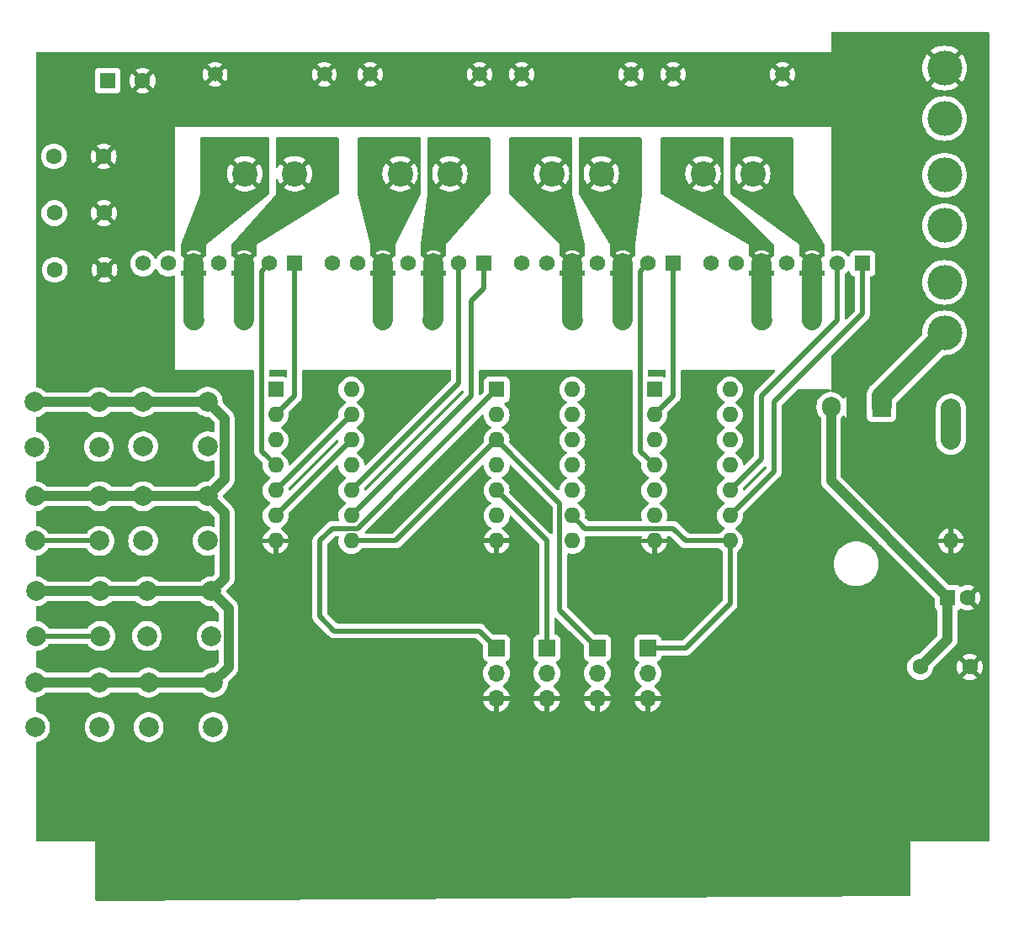
<source format=gbr>
%TF.GenerationSoftware,KiCad,Pcbnew,7.0.10*%
%TF.CreationDate,2024-01-13T17:41:25+09:00*%
%TF.ProjectId,md2,6d64322e-6b69-4636-9164-5f7063625858,rev?*%
%TF.SameCoordinates,Original*%
%TF.FileFunction,Copper,L1,Top*%
%TF.FilePolarity,Positive*%
%FSLAX46Y46*%
G04 Gerber Fmt 4.6, Leading zero omitted, Abs format (unit mm)*
G04 Created by KiCad (PCBNEW 7.0.10) date 2024-01-13 17:41:25*
%MOMM*%
%LPD*%
G01*
G04 APERTURE LIST*
%TA.AperFunction,ComponentPad*%
%ADD10C,1.500000*%
%TD*%
%TA.AperFunction,ComponentPad*%
%ADD11C,2.550000*%
%TD*%
%TA.AperFunction,ComponentPad*%
%ADD12C,1.600000*%
%TD*%
%TA.AperFunction,ComponentPad*%
%ADD13R,1.700000X1.700000*%
%TD*%
%TA.AperFunction,ComponentPad*%
%ADD14O,1.700000X1.700000*%
%TD*%
%TA.AperFunction,ComponentPad*%
%ADD15R,1.905000X2.000000*%
%TD*%
%TA.AperFunction,ComponentPad*%
%ADD16O,1.905000X2.000000*%
%TD*%
%TA.AperFunction,ComponentPad*%
%ADD17R,1.575000X1.575000*%
%TD*%
%TA.AperFunction,ComponentPad*%
%ADD18C,1.575000*%
%TD*%
%TA.AperFunction,ComponentPad*%
%ADD19R,1.600000X1.600000*%
%TD*%
%TA.AperFunction,ComponentPad*%
%ADD20O,1.600000X1.600000*%
%TD*%
%TA.AperFunction,ComponentPad*%
%ADD21C,2.000000*%
%TD*%
%TA.AperFunction,ComponentPad*%
%ADD22C,3.500000*%
%TD*%
%TA.AperFunction,Conductor*%
%ADD23C,2.000000*%
%TD*%
%TA.AperFunction,Conductor*%
%ADD24C,0.500000*%
%TD*%
%TA.AperFunction,Conductor*%
%ADD25C,1.000000*%
%TD*%
G04 APERTURE END LIST*
D10*
%TO.P,XT30PW-M,4,4*%
%TO.N,GND*%
X41530000Y-31750000D03*
%TO.P,XT30PW-M,3,3*%
X52530000Y-31750000D03*
D11*
%TO.P,XT30PW-M,2,2*%
%TO.N,Net-(IC4-OUT1)*%
X49530000Y-41750000D03*
%TO.P,XT30PW-M,1,1*%
%TO.N,Net-(IC4-OUT2)*%
X44530000Y-41750000D03*
%TD*%
D12*
%TO.P,1uF,1*%
%TO.N,+5V*%
X112475000Y-91440000D03*
%TO.P,1uF,2*%
%TO.N,GND*%
X117475000Y-91440000D03*
%TD*%
D13*
%TO.P,J1,1,Pin_1*%
%TO.N,CW{slash}CCW-1*%
X69850000Y-89535000D03*
D14*
%TO.P,J1,2,Pin_2*%
%TO.N,PWM-1*%
X69850000Y-92075000D03*
%TO.P,J1,3,Pin_3*%
%TO.N,GND*%
X69850000Y-94615000D03*
%TD*%
D12*
%TO.P,0.1uF,1*%
%TO.N,Net-(IC6-OUT1)*%
X82510000Y-56515000D03*
%TO.P,0.1uF,2*%
%TO.N,Net-(IC6-OUT2)*%
X77510000Y-56515000D03*
%TD*%
%TO.P,0.1uF,1*%
%TO.N,Net-(IC5-OUT1)*%
X63420000Y-56515000D03*
%TO.P,0.1uF,2*%
%TO.N,Net-(IC5-OUT2)*%
X58420000Y-56515000D03*
%TD*%
D15*
%TO.P,VDD -> 5V,1,VIN*%
%TO.N,VDD*%
X108585000Y-65245000D03*
D16*
%TO.P,VDD -> 5V,2,GND*%
%TO.N,GND*%
X106045000Y-65245000D03*
%TO.P,VDD -> 5V,3,VOUT*%
%TO.N,+5V*%
X103505000Y-65245000D03*
%TD*%
D17*
%TO.P,TB6643KQ,1,IN1*%
%TO.N,MD-4-1*%
X106680000Y-50800000D03*
D18*
%TO.P,TB6643KQ,2,IN2*%
%TO.N,MD-4-2*%
X104140000Y-50800000D03*
%TO.P,TB6643KQ,3,OUT1*%
%TO.N,Net-(IC7-OUT1)*%
X101600000Y-50800000D03*
%TO.P,TB6643KQ,4,GND*%
%TO.N,GND*%
X99060000Y-50800000D03*
%TO.P,TB6643KQ,5,OUT2*%
%TO.N,Net-(IC7-OUT2)*%
X96520000Y-50800000D03*
%TO.P,TB6643KQ,6,N.C.*%
%TO.N,unconnected-(IC7-N.C.-Pad6)*%
X93980000Y-50800000D03*
%TO.P,TB6643KQ,7,VM*%
%TO.N,VDD*%
X91440000Y-50800000D03*
%TD*%
D12*
%TO.P,0.1uF,1*%
%TO.N,Net-(IC7-OUT1)*%
X101560000Y-56515000D03*
%TO.P,0.1uF,2*%
%TO.N,Net-(IC7-OUT2)*%
X96560000Y-56515000D03*
%TD*%
D13*
%TO.P,J3,1,Pin_1*%
%TO.N,CW{slash}CCW-2*%
X80010000Y-89535000D03*
D14*
%TO.P,J3,2,Pin_2*%
%TO.N,PWM-2*%
X80010000Y-92075000D03*
%TO.P,J3,3,Pin_3*%
%TO.N,GND*%
X80010000Y-94615000D03*
%TD*%
D19*
%TO.P,TC74HC4066AP,1,1I/O*%
%TO.N,CW{slash}CCW-1*%
X47625000Y-63500000D03*
D20*
%TO.P,TC74HC4066AP,2,1O/I*%
%TO.N,MD-1-1*%
X47625000Y-66040000D03*
%TO.P,TC74HC4066AP,3,2O/I*%
%TO.N,r-CW{slash}CCW-1*%
X47625000Y-68580000D03*
%TO.P,TC74HC4066AP,4,2I/O*%
%TO.N,MD-1-2*%
X47625000Y-71120000D03*
%TO.P,TC74HC4066AP,5,2C*%
%TO.N,PWM-1*%
X47625000Y-73660000D03*
%TO.P,TC74HC4066AP,6,3C*%
%TO.N,PWM-2*%
X47625000Y-76200000D03*
%TO.P,TC74HC4066AP,7,GND_(VSS)*%
%TO.N,GND*%
X47625000Y-78740000D03*
%TO.P,TC74HC4066AP,8,3I/O*%
%TO.N,CW{slash}CCW-2*%
X55245000Y-78740000D03*
%TO.P,TC74HC4066AP,9,3O/I*%
%TO.N,MD-2-1*%
X55245000Y-76200000D03*
%TO.P,TC74HC4066AP,10,4O/I*%
%TO.N,MD-2-2*%
X55245000Y-73660000D03*
%TO.P,TC74HC4066AP,11,4I/O*%
%TO.N,r-CW{slash}CCW-2*%
X55245000Y-71120000D03*
%TO.P,TC74HC4066AP,12,4C*%
%TO.N,PWM-2*%
X55245000Y-68580000D03*
%TO.P,TC74HC4066AP,13,1C*%
%TO.N,PWM-1*%
X55245000Y-66040000D03*
%TO.P,TC74HC4066AP,14,VCC*%
%TO.N,+5V*%
X55245000Y-63500000D03*
%TD*%
D21*
%TO.P,2-B,1,1*%
%TO.N,+5V*%
X34290000Y-74240000D03*
X40790000Y-74240000D03*
%TO.P,2-B,2,2*%
%TO.N,MD-2-2*%
X34290000Y-78740000D03*
X40790000Y-78740000D03*
%TD*%
%TO.P,1-A,2,2*%
%TO.N,MD-1-1*%
X29845000Y-69270000D03*
X23345000Y-69270000D03*
%TO.P,1-A,1,1*%
%TO.N,+5V*%
X29845000Y-64770000D03*
X23345000Y-64770000D03*
%TD*%
D19*
%TO.P,TC74HC4066AP,1,1I/O*%
%TO.N,CW{slash}CCW-3*%
X85725000Y-63500000D03*
D20*
%TO.P,TC74HC4066AP,2,1O/I*%
%TO.N,MD-3-1*%
X85725000Y-66040000D03*
%TO.P,TC74HC4066AP,3,2O/I*%
%TO.N,r-CW{slash}CCW-3*%
X85725000Y-68580000D03*
%TO.P,TC74HC4066AP,4,2I/O*%
%TO.N,MD-3-2*%
X85725000Y-71120000D03*
%TO.P,TC74HC4066AP,5,2C*%
%TO.N,PWM-3*%
X85725000Y-73660000D03*
%TO.P,TC74HC4066AP,6,3C*%
%TO.N,PWM-4*%
X85725000Y-76200000D03*
%TO.P,TC74HC4066AP,7,GND_(VSS)*%
%TO.N,GND*%
X85725000Y-78740000D03*
%TO.P,TC74HC4066AP,8,3I/O*%
%TO.N,CW{slash}CCW-4*%
X93345000Y-78740000D03*
%TO.P,TC74HC4066AP,9,3O/I*%
%TO.N,MD-4-1*%
X93345000Y-76200000D03*
%TO.P,TC74HC4066AP,10,4O/I*%
%TO.N,MD-4-2*%
X93345000Y-73660000D03*
%TO.P,TC74HC4066AP,11,4I/O*%
%TO.N,r-CW{slash}CCW-4*%
X93345000Y-71120000D03*
%TO.P,TC74HC4066AP,12,4C*%
%TO.N,PWM-4*%
X93345000Y-68580000D03*
%TO.P,TC74HC4066AP,13,1C*%
%TO.N,PWM-3*%
X93345000Y-66040000D03*
%TO.P,TC74HC4066AP,14,VCC*%
%TO.N,+5V*%
X93345000Y-63500000D03*
%TD*%
D22*
%TO.P,J9,1,Pin_1*%
%TO.N,+BATT*%
X114935000Y-46990000D03*
%TO.P,J9,2,Pin_2*%
%TO.N,Net-(J10-Pin_1)*%
X114935000Y-41910000D03*
%TD*%
D19*
%TO.P,220uF,1*%
%TO.N,VDD*%
X30732349Y-32385000D03*
D12*
%TO.P,220uF,2*%
%TO.N,GND*%
X34232349Y-32385000D03*
%TD*%
%TO.P,1uF,1*%
%TO.N,VDD*%
X25400000Y-51435000D03*
%TO.P,1uF,2*%
%TO.N,GND*%
X30400000Y-51435000D03*
%TD*%
D19*
%TO.P,TC74HC04AP,1,1A*%
%TO.N,CW{slash}CCW-1*%
X69860000Y-63495000D03*
D20*
%TO.P,TC74HC04AP,2,1Y*%
%TO.N,r-CW{slash}CCW-1*%
X69860000Y-66035000D03*
%TO.P,TC74HC04AP,3,2A*%
%TO.N,CW{slash}CCW-2*%
X69860000Y-68575000D03*
%TO.P,TC74HC04AP,4,2Y*%
%TO.N,r-CW{slash}CCW-2*%
X69860000Y-71115000D03*
%TO.P,TC74HC04AP,5,3A*%
%TO.N,CW{slash}CCW-3*%
X69860000Y-73655000D03*
%TO.P,TC74HC04AP,6,3Y*%
%TO.N,r-CW{slash}CCW-3*%
X69860000Y-76195000D03*
%TO.P,TC74HC04AP,7,GND*%
%TO.N,GND*%
X69860000Y-78735000D03*
%TO.P,TC74HC04AP,8,4Y*%
%TO.N,r-CW{slash}CCW-4*%
X77480000Y-78735000D03*
%TO.P,TC74HC04AP,9,4A*%
%TO.N,CW{slash}CCW-4*%
X77480000Y-76195000D03*
%TO.P,TC74HC04AP,10,5Y*%
%TO.N,unconnected-(IC3-5Y-Pad10)*%
X77480000Y-73655000D03*
%TO.P,TC74HC04AP,11,5A*%
%TO.N,unconnected-(IC3-5A-Pad11)*%
X77480000Y-71115000D03*
%TO.P,TC74HC04AP,12,6Y*%
%TO.N,unconnected-(IC3-6Y-Pad12)*%
X77480000Y-68575000D03*
%TO.P,TC74HC04AP,13,6A*%
%TO.N,unconnected-(IC3-6A-Pad13)*%
X77480000Y-66035000D03*
%TO.P,TC74HC04AP,14,VCC*%
%TO.N,+5V*%
X77480000Y-63495000D03*
%TD*%
D21*
%TO.P,J11,1,Pin_1*%
%TO.N,Net-(J11-Pin_1)*%
X115570000Y-65405000D03*
%TD*%
D10*
%TO.P,XT30PW-M,4,4*%
%TO.N,GND*%
X57150000Y-31750000D03*
%TO.P,XT30PW-M,3,3*%
X68150000Y-31750000D03*
D11*
%TO.P,XT30PW-M,2,2*%
%TO.N,Net-(IC5-OUT1)*%
X65150000Y-41750000D03*
%TO.P,XT30PW-M,1,1*%
%TO.N,Net-(IC5-OUT2)*%
X60150000Y-41750000D03*
%TD*%
%TO.P,XT30PW-M,1,1*%
%TO.N,Net-(IC7-OUT2)*%
X90630000Y-41750000D03*
%TO.P,XT30PW-M,2,2*%
%TO.N,Net-(IC7-OUT1)*%
X95630000Y-41750000D03*
D10*
%TO.P,XT30PW-M,3,3*%
%TO.N,GND*%
X98630000Y-31750000D03*
%TO.P,XT30PW-M,4,4*%
X87630000Y-31750000D03*
%TD*%
D21*
%TO.P,3-A,1,1*%
%TO.N,+5V*%
X23495000Y-83820000D03*
X29995000Y-83820000D03*
%TO.P,3-A,2,2*%
%TO.N,MD-3-1*%
X23495000Y-88320000D03*
X29995000Y-88320000D03*
%TD*%
D13*
%TO.P,J2,1,Pin_1*%
%TO.N,CW{slash}CCW-3*%
X74930000Y-89535000D03*
D14*
%TO.P,J2,2,Pin_2*%
%TO.N,PWM-3*%
X74930000Y-92075000D03*
%TO.P,J2,3,Pin_3*%
%TO.N,GND*%
X74930000Y-94615000D03*
%TD*%
D12*
%TO.P,1uF,1*%
%TO.N,VDD*%
X25360000Y-45720000D03*
%TO.P,1uF,2*%
%TO.N,GND*%
X30360000Y-45720000D03*
%TD*%
D21*
%TO.P,2-A,1,1*%
%TO.N,+5V*%
X23420000Y-74240000D03*
X29920000Y-74240000D03*
%TO.P,2-A,2,2*%
%TO.N,MD-2-1*%
X23420000Y-78740000D03*
X29920000Y-78740000D03*
%TD*%
D13*
%TO.P,J4,1,Pin_1*%
%TO.N,CW{slash}CCW-4*%
X85090000Y-89535000D03*
D14*
%TO.P,J4,2,Pin_2*%
%TO.N,PWM-4*%
X85090000Y-92075000D03*
%TO.P,J4,3,Pin_3*%
%TO.N,GND*%
X85090000Y-94615000D03*
%TD*%
D22*
%TO.P,J10,1,Pin_1*%
%TO.N,Net-(J10-Pin_1)*%
X114935000Y-36195000D03*
%TO.P,J10,2,Pin_2*%
%TO.N,GND*%
X114935000Y-31115000D03*
%TD*%
D18*
%TO.P,IC5,7,VM*%
%TO.N,VDD*%
X53340000Y-50800000D03*
%TO.P,IC5,6,N.C.*%
%TO.N,unconnected-(IC5-N.C.-Pad6)*%
X55880000Y-50800000D03*
%TO.P,IC5,5,OUT2*%
%TO.N,Net-(IC5-OUT2)*%
X58420000Y-50800000D03*
%TO.P,IC5,4,GND*%
%TO.N,GND*%
X60960000Y-50800000D03*
%TO.P,IC5,3,OUT1*%
%TO.N,Net-(IC5-OUT1)*%
X63500000Y-50800000D03*
%TO.P,IC5,2,IN2*%
%TO.N,MD-2-2*%
X66040000Y-50800000D03*
D17*
%TO.P,IC5,1,IN1*%
%TO.N,MD-2-1*%
X68580000Y-50800000D03*
%TD*%
D12*
%TO.P,1uF,1*%
%TO.N,VDD*%
X25320000Y-40005000D03*
%TO.P,1uF,2*%
%TO.N,GND*%
X30320000Y-40005000D03*
%TD*%
D18*
%TO.P,IC6,7,VM*%
%TO.N,VDD*%
X72390000Y-50800000D03*
%TO.P,IC6,6,N.C.*%
%TO.N,unconnected-(IC6-N.C.-Pad6)*%
X74930000Y-50800000D03*
%TO.P,IC6,5,OUT2*%
%TO.N,Net-(IC6-OUT2)*%
X77470000Y-50800000D03*
%TO.P,IC6,4,GND*%
%TO.N,GND*%
X80010000Y-50800000D03*
%TO.P,IC6,3,OUT1*%
%TO.N,Net-(IC6-OUT1)*%
X82550000Y-50800000D03*
%TO.P,IC6,2,IN2*%
%TO.N,MD-3-2*%
X85090000Y-50800000D03*
D17*
%TO.P,IC6,1,IN1*%
%TO.N,MD-3-1*%
X87630000Y-50800000D03*
%TD*%
D21*
%TO.P,4-B,1,1*%
%TO.N,+5V*%
X34850000Y-93000000D03*
X41350000Y-93000000D03*
%TO.P,4-B,2,2*%
%TO.N,MD-4-2*%
X34850000Y-97500000D03*
X41350000Y-97500000D03*
%TD*%
D19*
%TO.P,10uF,1*%
%TO.N,+5V*%
X115249888Y-84455000D03*
D12*
%TO.P,10uF,2*%
%TO.N,GND*%
X117249888Y-84455000D03*
%TD*%
D21*
%TO.P,3-B,1,1*%
%TO.N,+5V*%
X34680000Y-83820000D03*
X41180000Y-83820000D03*
%TO.P,3-B,2,2*%
%TO.N,MD-3-2*%
X34680000Y-88320000D03*
X41180000Y-88320000D03*
%TD*%
D18*
%TO.P,IC4,7,VM*%
%TO.N,VDD*%
X34290000Y-50800000D03*
%TO.P,IC4,6,N.C.*%
%TO.N,unconnected-(IC4-N.C.-Pad6)*%
X36830000Y-50800000D03*
%TO.P,IC4,5,OUT2*%
%TO.N,Net-(IC4-OUT2)*%
X39370000Y-50800000D03*
%TO.P,IC4,4,GND*%
%TO.N,GND*%
X41910000Y-50800000D03*
%TO.P,IC4,3,OUT1*%
%TO.N,Net-(IC4-OUT1)*%
X44450000Y-50800000D03*
%TO.P,IC4,2,IN2*%
%TO.N,MD-1-2*%
X46990000Y-50800000D03*
D17*
%TO.P,IC4,1,IN1*%
%TO.N,MD-1-1*%
X49530000Y-50800000D03*
%TD*%
D12*
%TO.P,0.1uF,1*%
%TO.N,Net-(IC4-OUT1)*%
X44410000Y-56515000D03*
%TO.P,0.1uF,2*%
%TO.N,Net-(IC4-OUT2)*%
X39410000Y-56515000D03*
%TD*%
D22*
%TO.P,SW9,1,1*%
%TO.N,+BATT*%
X114935000Y-52705000D03*
%TO.P,SW9,2,2*%
%TO.N,VDD*%
X114935000Y-57785000D03*
%TD*%
D21*
%TO.P,4-A,1,1*%
%TO.N,+5V*%
X23420000Y-93000000D03*
X29920000Y-93000000D03*
%TO.P,4-A,2,2*%
%TO.N,MD-4-1*%
X23420000Y-97500000D03*
X29920000Y-97500000D03*
%TD*%
D12*
%TO.P,R1,1*%
%TO.N,Net-(J11-Pin_1)*%
X115570000Y-68580000D03*
D20*
%TO.P,R1,2*%
%TO.N,GND*%
X115570000Y-78740000D03*
%TD*%
D11*
%TO.P,XT30PW-M,1,1*%
%TO.N,Net-(IC6-OUT2)*%
X75390000Y-41750000D03*
%TO.P,XT30PW-M,2,2*%
%TO.N,Net-(IC6-OUT1)*%
X80390000Y-41750000D03*
D10*
%TO.P,XT30PW-M,3,3*%
%TO.N,GND*%
X83390000Y-31750000D03*
%TO.P,XT30PW-M,4,4*%
X72390000Y-31750000D03*
%TD*%
D21*
%TO.P,1-B,2,2*%
%TO.N,MD-1-2*%
X40790000Y-69215000D03*
X34290000Y-69215000D03*
%TO.P,1-B,1,1*%
%TO.N,+5V*%
X40790000Y-64715000D03*
X34290000Y-64715000D03*
%TD*%
D23*
%TO.N,GND*%
X106045000Y-68545000D02*
X106500000Y-69000000D01*
X106045000Y-65245000D02*
X106045000Y-68545000D01*
X106045000Y-60955000D02*
X107000000Y-60000000D01*
X106045000Y-65245000D02*
X106045000Y-60955000D01*
D24*
%TO.N,MD-2-1*%
X23420000Y-78740000D02*
X29920000Y-78740000D01*
%TO.N,MD-3-1*%
X23495000Y-88320000D02*
X29995000Y-88320000D01*
D25*
%TO.N,+5V*%
X23420000Y-93000000D02*
X41350000Y-93000000D01*
X23495000Y-83820000D02*
X41180000Y-83820000D01*
X23420000Y-74240000D02*
X40790000Y-74240000D01*
X23345000Y-64770000D02*
X40735000Y-64770000D01*
X40735000Y-64770000D02*
X40790000Y-64715000D01*
D24*
%TO.N,CW{slash}CCW-1*%
X69850000Y-89535000D02*
X68122475Y-87807475D01*
X68122475Y-87807475D02*
X53517475Y-87807475D01*
X52070000Y-86360000D02*
X52070000Y-78740000D01*
X53517475Y-87807475D02*
X52070000Y-86360000D01*
X52070000Y-78740000D02*
X53320000Y-77490000D01*
X53320000Y-77490000D02*
X55865000Y-77490000D01*
X55865000Y-77490000D02*
X69860000Y-63495000D01*
%TO.N,CW{slash}CCW-2*%
X69860000Y-68575000D02*
X69855000Y-68575000D01*
X59690000Y-78740000D02*
X55245000Y-78740000D01*
X69855000Y-68575000D02*
X59690000Y-78740000D01*
%TO.N,CW{slash}CCW-3*%
X74930000Y-89535000D02*
X74930000Y-78725000D01*
X74930000Y-78725000D02*
X69860000Y-73655000D01*
%TO.N,CW{slash}CCW-2*%
X80010000Y-89535000D02*
X76230000Y-85755000D01*
X76230000Y-85755000D02*
X76230000Y-74945000D01*
X76230000Y-74945000D02*
X69860000Y-68575000D01*
%TO.N,CW{slash}CCW-4*%
X85090000Y-89535000D02*
X88900000Y-89535000D01*
X93345000Y-85090000D02*
X93345000Y-78740000D01*
X88900000Y-89535000D02*
X93345000Y-85090000D01*
X77480000Y-76195000D02*
X78775000Y-77490000D01*
X78775000Y-77490000D02*
X87650000Y-77490000D01*
X87650000Y-77490000D02*
X88900000Y-78740000D01*
X88900000Y-78740000D02*
X93345000Y-78740000D01*
D25*
%TO.N,+5V*%
X41180000Y-83820000D02*
X42880000Y-85520000D01*
X42880000Y-85520000D02*
X42880000Y-91470000D01*
X42880000Y-91470000D02*
X41350000Y-93000000D01*
X40790000Y-74240000D02*
X42490000Y-75940000D01*
X42490000Y-75940000D02*
X42490000Y-82510000D01*
X42490000Y-82510000D02*
X41180000Y-83820000D01*
X40790000Y-64715000D02*
X42490000Y-66415000D01*
X42490000Y-66415000D02*
X42490000Y-72540000D01*
X42490000Y-72540000D02*
X40790000Y-74240000D01*
X112475000Y-91440000D02*
X115249888Y-88665112D01*
X115249888Y-88665112D02*
X115249888Y-84455000D01*
X103505000Y-65245000D02*
X103505000Y-72710112D01*
X103505000Y-72710112D02*
X115249888Y-84455000D01*
D24*
%TO.N,MD-2-1*%
X68580000Y-50800000D02*
X68580000Y-53340000D01*
X67310000Y-54610000D02*
X67310000Y-64135000D01*
X67310000Y-64135000D02*
X55245000Y-76200000D01*
X68580000Y-53340000D02*
X67310000Y-54610000D01*
D23*
%TO.N,Net-(J11-Pin_1)*%
X115570000Y-65405000D02*
X115570000Y-68580000D01*
%TO.N,VDD*%
X108585000Y-65245000D02*
X108585000Y-64135000D01*
X108585000Y-64135000D02*
X114935000Y-57785000D01*
D24*
%TO.N,MD-4-1*%
X106680000Y-50800000D02*
X106680000Y-55880000D01*
X97790000Y-71755000D02*
X93345000Y-76200000D01*
X106680000Y-55880000D02*
X97790000Y-64770000D01*
X97790000Y-64770000D02*
X97790000Y-71755000D01*
%TO.N,MD-4-2*%
X96520000Y-70485000D02*
X96520000Y-64135000D01*
X104140000Y-56515000D02*
X96520000Y-64135000D01*
X93345000Y-73660000D02*
X96520000Y-70485000D01*
X104140000Y-56515000D02*
X104140000Y-50800000D01*
%TO.N,PWM-1*%
X47625000Y-73660000D02*
X55245000Y-66040000D01*
%TO.N,PWM-2*%
X55245000Y-68580000D02*
X47625000Y-76200000D01*
%TO.N,MD-2-2*%
X66040000Y-50800000D02*
X66040000Y-62865000D01*
X66040000Y-62865000D02*
X55245000Y-73660000D01*
%TO.N,MD-1-1*%
X49530000Y-50800000D02*
X49530000Y-64135000D01*
X49530000Y-64135000D02*
X47625000Y-66040000D01*
%TO.N,MD-1-2*%
X46990000Y-50800000D02*
X46202500Y-51587500D01*
X46202500Y-51587500D02*
X46202500Y-69697500D01*
X46202500Y-69697500D02*
X47625000Y-71120000D01*
%TO.N,MD-3-2*%
X85090000Y-50800000D02*
X84302500Y-51587500D01*
X84302500Y-51587500D02*
X84302500Y-69697500D01*
X84302500Y-69697500D02*
X85725000Y-71120000D01*
%TO.N,MD-3-1*%
X87630000Y-50800000D02*
X87630000Y-64135000D01*
X87630000Y-64135000D02*
X85725000Y-66040000D01*
D23*
%TO.N,Net-(IC4-OUT2)*%
X39370000Y-50800000D02*
X39370000Y-56475000D01*
X39370000Y-56475000D02*
X39410000Y-56515000D01*
%TO.N,Net-(IC4-OUT1)*%
X44450000Y-50800000D02*
X44450000Y-56475000D01*
X44450000Y-56475000D02*
X44410000Y-56515000D01*
%TO.N,Net-(IC5-OUT2)*%
X58420000Y-50800000D02*
X58420000Y-56515000D01*
%TO.N,Net-(IC5-OUT1)*%
X63500000Y-50800000D02*
X63500000Y-56435000D01*
X63500000Y-56435000D02*
X63420000Y-56515000D01*
%TO.N,Net-(IC6-OUT2)*%
X77470000Y-50800000D02*
X77470000Y-56475000D01*
X77470000Y-56475000D02*
X77510000Y-56515000D01*
%TO.N,Net-(IC6-OUT1)*%
X82550000Y-50800000D02*
X82550000Y-56475000D01*
X82550000Y-56475000D02*
X82510000Y-56515000D01*
%TO.N,Net-(IC7-OUT2)*%
X96520000Y-50800000D02*
X96520000Y-56475000D01*
X96520000Y-56475000D02*
X96560000Y-56515000D01*
%TO.N,Net-(IC7-OUT1)*%
X101600000Y-50800000D02*
X101600000Y-56475000D01*
X101600000Y-56475000D02*
X101560000Y-56515000D01*
%TD*%
%TA.AperFunction,Conductor*%
%TO.N,Net-(IC5-OUT1)*%
G36*
X63000662Y-50977465D02*
G01*
X63067058Y-51105604D01*
X63165564Y-51211077D01*
X63288873Y-51286063D01*
X63350282Y-51303269D01*
X62783501Y-51870049D01*
X62785481Y-51892683D01*
X62790531Y-51899000D01*
X62797725Y-51968499D01*
X62766203Y-52030854D01*
X62705974Y-52066268D01*
X62675783Y-52070000D01*
X62354000Y-52070000D01*
X62286961Y-52050315D01*
X62241206Y-51997511D01*
X62230000Y-51946000D01*
X62230000Y-51624218D01*
X62249685Y-51557179D01*
X62302489Y-51511424D01*
X62371647Y-51501480D01*
X62398507Y-51513746D01*
X62429949Y-51516497D01*
X62995211Y-50951235D01*
X63000662Y-50977465D01*
G37*
%TD.AperFunction*%
%TA.AperFunction,Conductor*%
G36*
X64570050Y-51516497D02*
G01*
X64592683Y-51514517D01*
X64599000Y-51509468D01*
X64668499Y-51502274D01*
X64730854Y-51533796D01*
X64766268Y-51594025D01*
X64770000Y-51624216D01*
X64770000Y-51946000D01*
X64750315Y-52013039D01*
X64697511Y-52058794D01*
X64646000Y-52070000D01*
X64324216Y-52070000D01*
X64257177Y-52050315D01*
X64211422Y-51997511D01*
X64201478Y-51928353D01*
X64213746Y-51901487D01*
X64216497Y-51870050D01*
X63652566Y-51306119D01*
X63775346Y-51252788D01*
X63887296Y-51161709D01*
X63970522Y-51043805D01*
X64003780Y-50950227D01*
X64570050Y-51516497D01*
G37*
%TD.AperFunction*%
%TA.AperFunction,Conductor*%
G36*
X69158039Y-38119685D02*
G01*
X69203794Y-38172489D01*
X69215000Y-38224000D01*
X69215000Y-43768407D01*
X69195315Y-43835446D01*
X69184320Y-43850062D01*
X67146941Y-46178495D01*
X64770000Y-48895000D01*
X64770000Y-48895001D01*
X64770000Y-49975782D01*
X64750315Y-50042821D01*
X64697511Y-50088576D01*
X64628353Y-50098520D01*
X64601490Y-50086252D01*
X64570049Y-50083501D01*
X64004788Y-50648763D01*
X63999338Y-50622535D01*
X63932942Y-50494396D01*
X63834436Y-50388923D01*
X63711127Y-50313937D01*
X63649716Y-50296730D01*
X64216497Y-49729949D01*
X64216497Y-49729948D01*
X64146209Y-49680733D01*
X64146207Y-49680732D01*
X63942034Y-49585525D01*
X63942025Y-49585521D01*
X63724431Y-49527218D01*
X63724421Y-49527216D01*
X63500001Y-49507582D01*
X63499999Y-49507582D01*
X63275578Y-49527216D01*
X63275568Y-49527218D01*
X63057974Y-49585521D01*
X63057965Y-49585525D01*
X62853787Y-49680735D01*
X62783502Y-49729948D01*
X62783501Y-49729949D01*
X63347433Y-50293881D01*
X63224654Y-50347212D01*
X63112704Y-50438291D01*
X63029478Y-50556195D01*
X62996220Y-50649772D01*
X62429949Y-50083501D01*
X62407308Y-50085483D01*
X62400994Y-50090530D01*
X62331495Y-50097721D01*
X62269142Y-50066196D01*
X62233730Y-50005965D01*
X62230000Y-49975780D01*
X62230000Y-48902716D01*
X62230958Y-48887336D01*
X62864998Y-43815015D01*
X62865000Y-43814995D01*
X62865000Y-41750004D01*
X63370023Y-41750004D01*
X63389903Y-42015290D01*
X63389903Y-42015292D01*
X63449098Y-42274643D01*
X63449104Y-42274662D01*
X63546296Y-42522303D01*
X63679316Y-42752700D01*
X63730083Y-42816361D01*
X63730084Y-42816361D01*
X64398766Y-42147679D01*
X64442316Y-42229822D01*
X64562009Y-42370735D01*
X64709195Y-42482623D01*
X64751402Y-42502150D01*
X64082840Y-43170711D01*
X64260011Y-43291504D01*
X64260015Y-43291506D01*
X64499695Y-43406931D01*
X64499699Y-43406932D01*
X64753909Y-43485346D01*
X64753915Y-43485347D01*
X65016976Y-43524999D01*
X65016983Y-43525000D01*
X65283017Y-43525000D01*
X65283023Y-43524999D01*
X65546084Y-43485347D01*
X65546090Y-43485346D01*
X65800299Y-43406933D01*
X66039992Y-43291503D01*
X66217158Y-43170711D01*
X65548609Y-42502161D01*
X65667431Y-42430669D01*
X65801658Y-42303523D01*
X65904861Y-42151308D01*
X66569914Y-42816361D01*
X66569915Y-42816360D01*
X66620679Y-42752706D01*
X66620686Y-42752695D01*
X66753703Y-42522303D01*
X66850895Y-42274662D01*
X66850901Y-42274643D01*
X66910096Y-42015292D01*
X66910096Y-42015290D01*
X66929977Y-41750004D01*
X66929977Y-41749995D01*
X66910096Y-41484709D01*
X66910096Y-41484707D01*
X66850901Y-41225356D01*
X66850895Y-41225337D01*
X66753703Y-40977696D01*
X66620683Y-40747299D01*
X66569915Y-40683637D01*
X65901232Y-41352319D01*
X65857684Y-41270178D01*
X65737991Y-41129265D01*
X65590805Y-41017377D01*
X65548596Y-40997849D01*
X66217158Y-40329287D01*
X66039984Y-40208492D01*
X65800299Y-40093066D01*
X65546090Y-40014653D01*
X65546084Y-40014652D01*
X65283023Y-39975000D01*
X65016976Y-39975000D01*
X64753915Y-40014652D01*
X64753909Y-40014653D01*
X64499699Y-40093067D01*
X64499695Y-40093068D01*
X64260015Y-40208493D01*
X64260011Y-40208495D01*
X64082840Y-40329287D01*
X64751391Y-40997837D01*
X64632569Y-41069331D01*
X64498342Y-41196477D01*
X64395138Y-41348692D01*
X63730084Y-40683638D01*
X63679314Y-40747302D01*
X63546296Y-40977696D01*
X63449104Y-41225337D01*
X63449098Y-41225356D01*
X63389903Y-41484707D01*
X63389903Y-41484709D01*
X63370023Y-41749995D01*
X63370023Y-41750004D01*
X62865000Y-41750004D01*
X62865000Y-38224000D01*
X62884685Y-38156961D01*
X62937489Y-38111206D01*
X62989000Y-38100000D01*
X69091000Y-38100000D01*
X69158039Y-38119685D01*
G37*
%TD.AperFunction*%
%TD*%
%TA.AperFunction,Conductor*%
%TO.N,Net-(IC5-OUT2)*%
G36*
X57920662Y-50977465D02*
G01*
X57987058Y-51105604D01*
X58085564Y-51211077D01*
X58208873Y-51286063D01*
X58270282Y-51303269D01*
X57703501Y-51870049D01*
X57705481Y-51892683D01*
X57710531Y-51899000D01*
X57717725Y-51968499D01*
X57686203Y-52030854D01*
X57625974Y-52066268D01*
X57595783Y-52070000D01*
X57274000Y-52070000D01*
X57206961Y-52050315D01*
X57161206Y-51997511D01*
X57150000Y-51946000D01*
X57150000Y-51624218D01*
X57169685Y-51557179D01*
X57222489Y-51511424D01*
X57291647Y-51501480D01*
X57318507Y-51513746D01*
X57349949Y-51516497D01*
X57915211Y-50951235D01*
X57920662Y-50977465D01*
G37*
%TD.AperFunction*%
%TA.AperFunction,Conductor*%
G36*
X59490050Y-51516497D02*
G01*
X59512683Y-51514517D01*
X59519000Y-51509468D01*
X59588499Y-51502274D01*
X59650854Y-51533796D01*
X59686268Y-51594025D01*
X59690000Y-51624216D01*
X59690000Y-51946000D01*
X59670315Y-52013039D01*
X59617511Y-52058794D01*
X59566000Y-52070000D01*
X59244216Y-52070000D01*
X59177177Y-52050315D01*
X59131422Y-51997511D01*
X59121478Y-51928353D01*
X59133746Y-51901487D01*
X59136497Y-51870050D01*
X58572566Y-51306119D01*
X58695346Y-51252788D01*
X58807296Y-51161709D01*
X58890522Y-51043805D01*
X58923780Y-50950227D01*
X59490050Y-51516497D01*
G37*
%TD.AperFunction*%
%TA.AperFunction,Conductor*%
G36*
X62173039Y-38119685D02*
G01*
X62218794Y-38172489D01*
X62230000Y-38224000D01*
X62230000Y-43785727D01*
X62216909Y-43841181D01*
X59690000Y-48894999D01*
X59690000Y-49975782D01*
X59670315Y-50042821D01*
X59617511Y-50088576D01*
X59548353Y-50098520D01*
X59521490Y-50086252D01*
X59490049Y-50083501D01*
X58924788Y-50648763D01*
X58919338Y-50622535D01*
X58852942Y-50494396D01*
X58754436Y-50388923D01*
X58631127Y-50313937D01*
X58569716Y-50296730D01*
X59136497Y-49729949D01*
X59136497Y-49729948D01*
X59066209Y-49680733D01*
X59066207Y-49680732D01*
X58862034Y-49585525D01*
X58862025Y-49585521D01*
X58644431Y-49527218D01*
X58644421Y-49527216D01*
X58420001Y-49507582D01*
X58419999Y-49507582D01*
X58195578Y-49527216D01*
X58195568Y-49527218D01*
X57977974Y-49585521D01*
X57977965Y-49585525D01*
X57773787Y-49680735D01*
X57703502Y-49729948D01*
X57703501Y-49729949D01*
X58267433Y-50293881D01*
X58144654Y-50347212D01*
X58032704Y-50438291D01*
X57949478Y-50556195D01*
X57916220Y-50649772D01*
X57349949Y-50083501D01*
X57327308Y-50085483D01*
X57320994Y-50090530D01*
X57251495Y-50097721D01*
X57189142Y-50066196D01*
X57153730Y-50005965D01*
X57150000Y-49975780D01*
X57150000Y-48895000D01*
X55883702Y-43829808D01*
X55880000Y-43799734D01*
X55880000Y-41750004D01*
X58370023Y-41750004D01*
X58389903Y-42015290D01*
X58389903Y-42015292D01*
X58449098Y-42274643D01*
X58449104Y-42274662D01*
X58546296Y-42522303D01*
X58679316Y-42752700D01*
X58730083Y-42816361D01*
X58730084Y-42816361D01*
X59398766Y-42147679D01*
X59442316Y-42229822D01*
X59562009Y-42370735D01*
X59709195Y-42482623D01*
X59751402Y-42502150D01*
X59082840Y-43170711D01*
X59260011Y-43291504D01*
X59260015Y-43291506D01*
X59499695Y-43406931D01*
X59499699Y-43406932D01*
X59753909Y-43485346D01*
X59753915Y-43485347D01*
X60016976Y-43524999D01*
X60016983Y-43525000D01*
X60283017Y-43525000D01*
X60283023Y-43524999D01*
X60546084Y-43485347D01*
X60546090Y-43485346D01*
X60800299Y-43406933D01*
X61039992Y-43291503D01*
X61217158Y-43170711D01*
X60548609Y-42502161D01*
X60667431Y-42430669D01*
X60801658Y-42303523D01*
X60904861Y-42151308D01*
X61569914Y-42816361D01*
X61569915Y-42816360D01*
X61620679Y-42752706D01*
X61620686Y-42752695D01*
X61753703Y-42522303D01*
X61850895Y-42274662D01*
X61850901Y-42274643D01*
X61910096Y-42015292D01*
X61910096Y-42015290D01*
X61929977Y-41750004D01*
X61929977Y-41749995D01*
X61910096Y-41484709D01*
X61910096Y-41484707D01*
X61850901Y-41225356D01*
X61850895Y-41225337D01*
X61753703Y-40977696D01*
X61620683Y-40747299D01*
X61569915Y-40683637D01*
X60901232Y-41352319D01*
X60857684Y-41270178D01*
X60737991Y-41129265D01*
X60590805Y-41017377D01*
X60548596Y-40997849D01*
X61217158Y-40329287D01*
X61039984Y-40208492D01*
X60800299Y-40093066D01*
X60546090Y-40014653D01*
X60546084Y-40014652D01*
X60283023Y-39975000D01*
X60016976Y-39975000D01*
X59753915Y-40014652D01*
X59753909Y-40014653D01*
X59499699Y-40093067D01*
X59499695Y-40093068D01*
X59260015Y-40208493D01*
X59260011Y-40208495D01*
X59082840Y-40329287D01*
X59751391Y-40997837D01*
X59632569Y-41069331D01*
X59498342Y-41196477D01*
X59395138Y-41348692D01*
X58730084Y-40683638D01*
X58679314Y-40747302D01*
X58546296Y-40977696D01*
X58449104Y-41225337D01*
X58449098Y-41225356D01*
X58389903Y-41484707D01*
X58389903Y-41484709D01*
X58370023Y-41749995D01*
X58370023Y-41750004D01*
X55880000Y-41750004D01*
X55880000Y-38224000D01*
X55899685Y-38156961D01*
X55952489Y-38111206D01*
X56004000Y-38100000D01*
X62106000Y-38100000D01*
X62173039Y-38119685D01*
G37*
%TD.AperFunction*%
%TD*%
%TA.AperFunction,Conductor*%
%TO.N,Net-(IC4-OUT1)*%
G36*
X43950662Y-50977465D02*
G01*
X44017058Y-51105604D01*
X44115564Y-51211077D01*
X44238873Y-51286063D01*
X44300282Y-51303269D01*
X43733501Y-51870049D01*
X43735481Y-51892683D01*
X43740531Y-51899000D01*
X43747725Y-51968499D01*
X43716203Y-52030854D01*
X43655974Y-52066268D01*
X43625783Y-52070000D01*
X43304000Y-52070000D01*
X43236961Y-52050315D01*
X43191206Y-51997511D01*
X43180000Y-51946000D01*
X43180000Y-51624218D01*
X43199685Y-51557179D01*
X43252489Y-51511424D01*
X43321647Y-51501480D01*
X43348507Y-51513746D01*
X43379949Y-51516497D01*
X43945211Y-50951235D01*
X43950662Y-50977465D01*
G37*
%TD.AperFunction*%
%TA.AperFunction,Conductor*%
G36*
X53918039Y-38119685D02*
G01*
X53963794Y-38172489D01*
X53975000Y-38224000D01*
X53975000Y-43745709D01*
X53955315Y-43812748D01*
X53915988Y-43851315D01*
X45720000Y-48894999D01*
X45720000Y-49975782D01*
X45700315Y-50042821D01*
X45647511Y-50088576D01*
X45578353Y-50098520D01*
X45551490Y-50086252D01*
X45520049Y-50083501D01*
X44954788Y-50648763D01*
X44949338Y-50622535D01*
X44882942Y-50494396D01*
X44784436Y-50388923D01*
X44661127Y-50313937D01*
X44599716Y-50296730D01*
X45166497Y-49729949D01*
X45166497Y-49729948D01*
X45096209Y-49680733D01*
X45096207Y-49680732D01*
X44892034Y-49585525D01*
X44892025Y-49585521D01*
X44674431Y-49527218D01*
X44674421Y-49527216D01*
X44450001Y-49507582D01*
X44449999Y-49507582D01*
X44225578Y-49527216D01*
X44225568Y-49527218D01*
X44007974Y-49585521D01*
X44007965Y-49585525D01*
X43803787Y-49680735D01*
X43733502Y-49729948D01*
X43733501Y-49729949D01*
X44297433Y-50293881D01*
X44174654Y-50347212D01*
X44062704Y-50438291D01*
X43979478Y-50556195D01*
X43946220Y-50649772D01*
X43379949Y-50083501D01*
X43357308Y-50085483D01*
X43350994Y-50090530D01*
X43281495Y-50097721D01*
X43219142Y-50066196D01*
X43183730Y-50005965D01*
X43180000Y-49975780D01*
X43180000Y-48941592D01*
X43199685Y-48874553D01*
X43210680Y-48859937D01*
X47211309Y-44287789D01*
X47227141Y-44272641D01*
X47259245Y-44246959D01*
X47318928Y-44190690D01*
X47345781Y-44160901D01*
X47395567Y-44095738D01*
X47405735Y-44073472D01*
X47425202Y-44043339D01*
X47625000Y-43815000D01*
X47625000Y-42409968D01*
X47644685Y-42342929D01*
X47697489Y-42297174D01*
X47766647Y-42287230D01*
X47830203Y-42316255D01*
X47864428Y-42364666D01*
X47926296Y-42522303D01*
X48059316Y-42752700D01*
X48110083Y-42816361D01*
X48110084Y-42816361D01*
X48778766Y-42147679D01*
X48822316Y-42229822D01*
X48942009Y-42370735D01*
X49089195Y-42482623D01*
X49131402Y-42502150D01*
X48462840Y-43170711D01*
X48640011Y-43291504D01*
X48640015Y-43291506D01*
X48879695Y-43406931D01*
X48879699Y-43406932D01*
X49133909Y-43485346D01*
X49133915Y-43485347D01*
X49396976Y-43524999D01*
X49396983Y-43525000D01*
X49663017Y-43525000D01*
X49663023Y-43524999D01*
X49926084Y-43485347D01*
X49926090Y-43485346D01*
X50180299Y-43406933D01*
X50419992Y-43291503D01*
X50597158Y-43170711D01*
X49928609Y-42502161D01*
X50047431Y-42430669D01*
X50181658Y-42303523D01*
X50284861Y-42151308D01*
X50949914Y-42816361D01*
X50949915Y-42816360D01*
X51000679Y-42752706D01*
X51000686Y-42752695D01*
X51133703Y-42522303D01*
X51230895Y-42274662D01*
X51230901Y-42274643D01*
X51290096Y-42015292D01*
X51290096Y-42015290D01*
X51309977Y-41750004D01*
X51309977Y-41749995D01*
X51290096Y-41484709D01*
X51290096Y-41484707D01*
X51230901Y-41225356D01*
X51230895Y-41225337D01*
X51133703Y-40977696D01*
X51000683Y-40747299D01*
X50949915Y-40683637D01*
X50281232Y-41352319D01*
X50237684Y-41270178D01*
X50117991Y-41129265D01*
X49970805Y-41017377D01*
X49928596Y-40997849D01*
X50597158Y-40329287D01*
X50419984Y-40208492D01*
X50180299Y-40093066D01*
X49926090Y-40014653D01*
X49926084Y-40014652D01*
X49663023Y-39975000D01*
X49396976Y-39975000D01*
X49133915Y-40014652D01*
X49133909Y-40014653D01*
X48879699Y-40093067D01*
X48879695Y-40093068D01*
X48640015Y-40208493D01*
X48640011Y-40208495D01*
X48462840Y-40329287D01*
X49131391Y-40997837D01*
X49012569Y-41069331D01*
X48878342Y-41196477D01*
X48775138Y-41348692D01*
X48110084Y-40683638D01*
X48059314Y-40747302D01*
X47926297Y-40977694D01*
X47864428Y-41135334D01*
X47821612Y-41190547D01*
X47755742Y-41213848D01*
X47687731Y-41197837D01*
X47639173Y-41147599D01*
X47625000Y-41090031D01*
X47625000Y-38224000D01*
X47644685Y-38156961D01*
X47697489Y-38111206D01*
X47749000Y-38100000D01*
X53851000Y-38100000D01*
X53918039Y-38119685D01*
G37*
%TD.AperFunction*%
%TD*%
%TA.AperFunction,Conductor*%
%TO.N,Net-(IC4-OUT2)*%
G36*
X38870662Y-50977465D02*
G01*
X38937058Y-51105604D01*
X39035564Y-51211077D01*
X39158873Y-51286063D01*
X39220282Y-51303269D01*
X38653501Y-51870049D01*
X38655481Y-51892683D01*
X38660531Y-51899000D01*
X38667725Y-51968499D01*
X38636203Y-52030854D01*
X38575974Y-52066268D01*
X38545783Y-52070000D01*
X38224000Y-52070000D01*
X38156961Y-52050315D01*
X38111206Y-51997511D01*
X38100000Y-51946000D01*
X38100000Y-51624218D01*
X38119685Y-51557179D01*
X38172489Y-51511424D01*
X38241647Y-51501480D01*
X38268507Y-51513746D01*
X38299949Y-51516497D01*
X38865211Y-50951235D01*
X38870662Y-50977465D01*
G37*
%TD.AperFunction*%
%TA.AperFunction,Conductor*%
G36*
X40440050Y-51516497D02*
G01*
X40462683Y-51514517D01*
X40469000Y-51509468D01*
X40538499Y-51502274D01*
X40600854Y-51533796D01*
X40636268Y-51594025D01*
X40640000Y-51624216D01*
X40640000Y-51946000D01*
X40620315Y-52013039D01*
X40567511Y-52058794D01*
X40516000Y-52070000D01*
X40194216Y-52070000D01*
X40127177Y-52050315D01*
X40081422Y-51997511D01*
X40071478Y-51928353D01*
X40083746Y-51901487D01*
X40086497Y-51870050D01*
X39522566Y-51306119D01*
X39645346Y-51252788D01*
X39757296Y-51161709D01*
X39840522Y-51043805D01*
X39873780Y-50950227D01*
X40440050Y-51516497D01*
G37*
%TD.AperFunction*%
%TA.AperFunction,Conductor*%
G36*
X46933039Y-38119685D02*
G01*
X46978794Y-38172489D01*
X46990000Y-38224000D01*
X46990000Y-43755402D01*
X46970315Y-43822441D01*
X46943462Y-43852230D01*
X40640000Y-48895000D01*
X40640000Y-49975782D01*
X40620315Y-50042821D01*
X40567511Y-50088576D01*
X40498353Y-50098520D01*
X40471490Y-50086252D01*
X40440049Y-50083501D01*
X39874788Y-50648763D01*
X39869338Y-50622535D01*
X39802942Y-50494396D01*
X39704436Y-50388923D01*
X39581127Y-50313937D01*
X39519716Y-50296730D01*
X40086497Y-49729949D01*
X40086497Y-49729948D01*
X40016209Y-49680733D01*
X40016207Y-49680732D01*
X39812034Y-49585525D01*
X39812025Y-49585521D01*
X39594431Y-49527218D01*
X39594421Y-49527216D01*
X39370001Y-49507582D01*
X39369999Y-49507582D01*
X39145578Y-49527216D01*
X39145568Y-49527218D01*
X38927974Y-49585521D01*
X38927965Y-49585525D01*
X38723787Y-49680735D01*
X38653502Y-49729948D01*
X38653501Y-49729949D01*
X39217433Y-50293881D01*
X39094654Y-50347212D01*
X38982704Y-50438291D01*
X38899478Y-50556195D01*
X38866220Y-50649772D01*
X38299949Y-50083501D01*
X38277308Y-50085483D01*
X38270994Y-50090530D01*
X38201495Y-50097721D01*
X38139142Y-50066196D01*
X38103730Y-50005965D01*
X38100000Y-49975780D01*
X38100000Y-48917485D01*
X38107895Y-48873946D01*
X40005000Y-43815000D01*
X40005000Y-41750004D01*
X42750023Y-41750004D01*
X42769903Y-42015290D01*
X42769903Y-42015292D01*
X42829098Y-42274643D01*
X42829104Y-42274662D01*
X42926296Y-42522303D01*
X43059316Y-42752700D01*
X43110083Y-42816361D01*
X43110084Y-42816361D01*
X43778766Y-42147679D01*
X43822316Y-42229822D01*
X43942009Y-42370735D01*
X44089195Y-42482623D01*
X44131402Y-42502150D01*
X43462840Y-43170711D01*
X43640011Y-43291504D01*
X43640015Y-43291506D01*
X43879695Y-43406931D01*
X43879699Y-43406932D01*
X44133909Y-43485346D01*
X44133915Y-43485347D01*
X44396976Y-43524999D01*
X44396983Y-43525000D01*
X44663017Y-43525000D01*
X44663023Y-43524999D01*
X44926084Y-43485347D01*
X44926090Y-43485346D01*
X45180299Y-43406933D01*
X45419992Y-43291503D01*
X45597158Y-43170711D01*
X44928609Y-42502161D01*
X45047431Y-42430669D01*
X45181658Y-42303523D01*
X45284861Y-42151308D01*
X45949914Y-42816361D01*
X45949915Y-42816360D01*
X46000679Y-42752706D01*
X46000686Y-42752695D01*
X46133703Y-42522303D01*
X46230895Y-42274662D01*
X46230901Y-42274643D01*
X46290096Y-42015292D01*
X46290096Y-42015290D01*
X46309977Y-41750004D01*
X46309977Y-41749995D01*
X46290096Y-41484709D01*
X46290096Y-41484707D01*
X46230901Y-41225356D01*
X46230895Y-41225337D01*
X46133703Y-40977696D01*
X46000683Y-40747299D01*
X45949915Y-40683637D01*
X45281232Y-41352319D01*
X45237684Y-41270178D01*
X45117991Y-41129265D01*
X44970805Y-41017377D01*
X44928596Y-40997849D01*
X45597158Y-40329287D01*
X45419984Y-40208492D01*
X45180299Y-40093066D01*
X44926090Y-40014653D01*
X44926084Y-40014652D01*
X44663023Y-39975000D01*
X44396976Y-39975000D01*
X44133915Y-40014652D01*
X44133909Y-40014653D01*
X43879699Y-40093067D01*
X43879695Y-40093068D01*
X43640015Y-40208493D01*
X43640011Y-40208495D01*
X43462840Y-40329287D01*
X44131391Y-40997837D01*
X44012569Y-41069331D01*
X43878342Y-41196477D01*
X43775138Y-41348692D01*
X43110084Y-40683638D01*
X43059314Y-40747302D01*
X42926296Y-40977696D01*
X42829104Y-41225337D01*
X42829098Y-41225356D01*
X42769903Y-41484707D01*
X42769903Y-41484709D01*
X42750023Y-41749995D01*
X42750023Y-41750004D01*
X40005000Y-41750004D01*
X40005000Y-38224000D01*
X40024685Y-38156961D01*
X40077489Y-38111206D01*
X40129000Y-38100000D01*
X46866000Y-38100000D01*
X46933039Y-38119685D01*
G37*
%TD.AperFunction*%
%TD*%
%TA.AperFunction,Conductor*%
%TO.N,Net-(IC6-OUT2)*%
G36*
X76970662Y-50977465D02*
G01*
X77037058Y-51105604D01*
X77135564Y-51211077D01*
X77258873Y-51286063D01*
X77320282Y-51303269D01*
X76753501Y-51870049D01*
X76755481Y-51892683D01*
X76760531Y-51899000D01*
X76767725Y-51968499D01*
X76736203Y-52030854D01*
X76675974Y-52066268D01*
X76645783Y-52070000D01*
X76324000Y-52070000D01*
X76256961Y-52050315D01*
X76211206Y-51997511D01*
X76200000Y-51946000D01*
X76200000Y-51624218D01*
X76219685Y-51557179D01*
X76272489Y-51511424D01*
X76341647Y-51501480D01*
X76368507Y-51513746D01*
X76399949Y-51516497D01*
X76965211Y-50951235D01*
X76970662Y-50977465D01*
G37*
%TD.AperFunction*%
%TA.AperFunction,Conductor*%
G36*
X78540050Y-51516497D02*
G01*
X78562683Y-51514517D01*
X78569000Y-51509468D01*
X78638499Y-51502274D01*
X78700854Y-51533796D01*
X78736268Y-51594025D01*
X78740000Y-51624216D01*
X78740000Y-51946000D01*
X78720315Y-52013039D01*
X78667511Y-52058794D01*
X78616000Y-52070000D01*
X78294216Y-52070000D01*
X78227177Y-52050315D01*
X78181422Y-51997511D01*
X78171478Y-51928353D01*
X78183746Y-51901487D01*
X78186497Y-51870050D01*
X77622566Y-51306119D01*
X77745346Y-51252788D01*
X77857296Y-51161709D01*
X77940522Y-51043805D01*
X77973780Y-50950227D01*
X78540050Y-51516497D01*
G37*
%TD.AperFunction*%
%TA.AperFunction,Conductor*%
G36*
X77413039Y-38119685D02*
G01*
X77458794Y-38172489D01*
X77470000Y-38224000D01*
X77470000Y-43815000D01*
X78736298Y-48880192D01*
X78740000Y-48910266D01*
X78740000Y-49975782D01*
X78720315Y-50042821D01*
X78667511Y-50088576D01*
X78598353Y-50098520D01*
X78571490Y-50086252D01*
X78540049Y-50083501D01*
X77974788Y-50648763D01*
X77969338Y-50622535D01*
X77902942Y-50494396D01*
X77804436Y-50388923D01*
X77681127Y-50313937D01*
X77619716Y-50296730D01*
X78186497Y-49729949D01*
X78186497Y-49729948D01*
X78116209Y-49680733D01*
X78116207Y-49680732D01*
X77912034Y-49585525D01*
X77912025Y-49585521D01*
X77694431Y-49527218D01*
X77694421Y-49527216D01*
X77470001Y-49507582D01*
X77469999Y-49507582D01*
X77245578Y-49527216D01*
X77245568Y-49527218D01*
X77027974Y-49585521D01*
X77027965Y-49585525D01*
X76823787Y-49680735D01*
X76753502Y-49729948D01*
X76753501Y-49729949D01*
X77317433Y-50293881D01*
X77194654Y-50347212D01*
X77082704Y-50438291D01*
X76999478Y-50556195D01*
X76966220Y-50649772D01*
X76399949Y-50083501D01*
X76377308Y-50085483D01*
X76370994Y-50090530D01*
X76301495Y-50097721D01*
X76239142Y-50066196D01*
X76203730Y-50005965D01*
X76200000Y-49975780D01*
X76200000Y-48895000D01*
X71156319Y-43851319D01*
X71122834Y-43789996D01*
X71120000Y-43763638D01*
X71120000Y-41750004D01*
X73610023Y-41750004D01*
X73629903Y-42015290D01*
X73629903Y-42015292D01*
X73689098Y-42274643D01*
X73689104Y-42274662D01*
X73786296Y-42522303D01*
X73919316Y-42752700D01*
X73970083Y-42816361D01*
X73970084Y-42816361D01*
X74638766Y-42147679D01*
X74682316Y-42229822D01*
X74802009Y-42370735D01*
X74949195Y-42482623D01*
X74991402Y-42502150D01*
X74322840Y-43170711D01*
X74500011Y-43291504D01*
X74500015Y-43291506D01*
X74739695Y-43406931D01*
X74739699Y-43406932D01*
X74993909Y-43485346D01*
X74993915Y-43485347D01*
X75256976Y-43524999D01*
X75256983Y-43525000D01*
X75523017Y-43525000D01*
X75523023Y-43524999D01*
X75786084Y-43485347D01*
X75786090Y-43485346D01*
X76040299Y-43406933D01*
X76279992Y-43291503D01*
X76457158Y-43170711D01*
X75788609Y-42502161D01*
X75907431Y-42430669D01*
X76041658Y-42303523D01*
X76144861Y-42151308D01*
X76809914Y-42816361D01*
X76809915Y-42816360D01*
X76860679Y-42752706D01*
X76860686Y-42752695D01*
X76993703Y-42522303D01*
X77090895Y-42274662D01*
X77090901Y-42274643D01*
X77150096Y-42015292D01*
X77150096Y-42015290D01*
X77169977Y-41750004D01*
X77169977Y-41749995D01*
X77150096Y-41484709D01*
X77150096Y-41484707D01*
X77090901Y-41225356D01*
X77090895Y-41225337D01*
X76993703Y-40977696D01*
X76860683Y-40747299D01*
X76809915Y-40683637D01*
X76141232Y-41352319D01*
X76097684Y-41270178D01*
X75977991Y-41129265D01*
X75830805Y-41017377D01*
X75788596Y-40997849D01*
X76457158Y-40329287D01*
X76279984Y-40208492D01*
X76040299Y-40093066D01*
X75786090Y-40014653D01*
X75786084Y-40014652D01*
X75523023Y-39975000D01*
X75256976Y-39975000D01*
X74993915Y-40014652D01*
X74993909Y-40014653D01*
X74739699Y-40093067D01*
X74739695Y-40093068D01*
X74500015Y-40208493D01*
X74500011Y-40208495D01*
X74322840Y-40329287D01*
X74991391Y-40997837D01*
X74872569Y-41069331D01*
X74738342Y-41196477D01*
X74635138Y-41348691D01*
X73970084Y-40683638D01*
X73919314Y-40747302D01*
X73786296Y-40977696D01*
X73689104Y-41225337D01*
X73689098Y-41225356D01*
X73629903Y-41484707D01*
X73629903Y-41484709D01*
X73610023Y-41749995D01*
X73610023Y-41750004D01*
X71120000Y-41750004D01*
X71120000Y-38224000D01*
X71139685Y-38156961D01*
X71192489Y-38111206D01*
X71244000Y-38100000D01*
X77346000Y-38100000D01*
X77413039Y-38119685D01*
G37*
%TD.AperFunction*%
%TD*%
%TA.AperFunction,Conductor*%
%TO.N,Net-(IC6-OUT1)*%
G36*
X82050662Y-50977465D02*
G01*
X82117058Y-51105604D01*
X82215564Y-51211077D01*
X82338873Y-51286063D01*
X82400282Y-51303269D01*
X81833501Y-51870049D01*
X81835481Y-51892683D01*
X81840531Y-51899000D01*
X81847725Y-51968499D01*
X81816203Y-52030854D01*
X81755974Y-52066268D01*
X81725783Y-52070000D01*
X81404000Y-52070000D01*
X81336961Y-52050315D01*
X81291206Y-51997511D01*
X81280000Y-51946000D01*
X81280000Y-51624218D01*
X81299685Y-51557179D01*
X81352489Y-51511424D01*
X81421647Y-51501480D01*
X81448507Y-51513746D01*
X81479949Y-51516497D01*
X82045211Y-50951235D01*
X82050662Y-50977465D01*
G37*
%TD.AperFunction*%
%TA.AperFunction,Conductor*%
G36*
X84398039Y-38119685D02*
G01*
X84443794Y-38172489D01*
X84455000Y-38224000D01*
X84455000Y-43807283D01*
X84454042Y-43822663D01*
X83820001Y-48894984D01*
X83820000Y-48895004D01*
X83820000Y-49975782D01*
X83800315Y-50042821D01*
X83747511Y-50088576D01*
X83678353Y-50098520D01*
X83651490Y-50086252D01*
X83620049Y-50083501D01*
X83054788Y-50648763D01*
X83049338Y-50622535D01*
X82982942Y-50494396D01*
X82884436Y-50388923D01*
X82761127Y-50313937D01*
X82699716Y-50296730D01*
X83266497Y-49729949D01*
X83266497Y-49729948D01*
X83196209Y-49680733D01*
X83196207Y-49680732D01*
X82992034Y-49585525D01*
X82992025Y-49585521D01*
X82774431Y-49527218D01*
X82774421Y-49527216D01*
X82550001Y-49507582D01*
X82549999Y-49507582D01*
X82325578Y-49527216D01*
X82325568Y-49527218D01*
X82107974Y-49585521D01*
X82107965Y-49585525D01*
X81903787Y-49680735D01*
X81833502Y-49729948D01*
X81833501Y-49729949D01*
X82397433Y-50293881D01*
X82274654Y-50347212D01*
X82162704Y-50438291D01*
X82079478Y-50556195D01*
X82046220Y-50649772D01*
X81479949Y-50083501D01*
X81457308Y-50085483D01*
X81450994Y-50090530D01*
X81381495Y-50097721D01*
X81319142Y-50066196D01*
X81283730Y-50005965D01*
X81280000Y-49975780D01*
X81280000Y-48895000D01*
X78123848Y-43845156D01*
X78105000Y-43779436D01*
X78105000Y-41750004D01*
X78610023Y-41750004D01*
X78629903Y-42015290D01*
X78629903Y-42015292D01*
X78689098Y-42274643D01*
X78689104Y-42274662D01*
X78786296Y-42522303D01*
X78919316Y-42752700D01*
X78970083Y-42816361D01*
X78970084Y-42816361D01*
X79638766Y-42147679D01*
X79682316Y-42229822D01*
X79802009Y-42370735D01*
X79949195Y-42482623D01*
X79991402Y-42502150D01*
X79322840Y-43170711D01*
X79500011Y-43291504D01*
X79500015Y-43291506D01*
X79739695Y-43406931D01*
X79739699Y-43406932D01*
X79993909Y-43485346D01*
X79993915Y-43485347D01*
X80256976Y-43524999D01*
X80256983Y-43525000D01*
X80523017Y-43525000D01*
X80523023Y-43524999D01*
X80786084Y-43485347D01*
X80786090Y-43485346D01*
X81040299Y-43406933D01*
X81279992Y-43291503D01*
X81457158Y-43170711D01*
X80788609Y-42502161D01*
X80907431Y-42430669D01*
X81041658Y-42303523D01*
X81144861Y-42151308D01*
X81809914Y-42816361D01*
X81809915Y-42816360D01*
X81860679Y-42752706D01*
X81860686Y-42752695D01*
X81993703Y-42522303D01*
X82090895Y-42274662D01*
X82090901Y-42274643D01*
X82150096Y-42015292D01*
X82150096Y-42015290D01*
X82169977Y-41750004D01*
X82169977Y-41749995D01*
X82150096Y-41484709D01*
X82150096Y-41484707D01*
X82090901Y-41225356D01*
X82090895Y-41225337D01*
X81993703Y-40977696D01*
X81860683Y-40747299D01*
X81809915Y-40683637D01*
X81141232Y-41352319D01*
X81097684Y-41270178D01*
X80977991Y-41129265D01*
X80830805Y-41017377D01*
X80788596Y-40997849D01*
X81457158Y-40329287D01*
X81279984Y-40208492D01*
X81040299Y-40093066D01*
X80786090Y-40014653D01*
X80786084Y-40014652D01*
X80523023Y-39975000D01*
X80256976Y-39975000D01*
X79993915Y-40014652D01*
X79993909Y-40014653D01*
X79739699Y-40093067D01*
X79739695Y-40093068D01*
X79500015Y-40208493D01*
X79500011Y-40208495D01*
X79322840Y-40329287D01*
X79991391Y-40997837D01*
X79872569Y-41069331D01*
X79738342Y-41196477D01*
X79635138Y-41348691D01*
X78970084Y-40683638D01*
X78919314Y-40747302D01*
X78786296Y-40977696D01*
X78689104Y-41225337D01*
X78689098Y-41225356D01*
X78629903Y-41484707D01*
X78629903Y-41484709D01*
X78610023Y-41749995D01*
X78610023Y-41750004D01*
X78105000Y-41750004D01*
X78105000Y-38224000D01*
X78124685Y-38156961D01*
X78177489Y-38111206D01*
X78229000Y-38100000D01*
X84331000Y-38100000D01*
X84398039Y-38119685D01*
G37*
%TD.AperFunction*%
%TD*%
%TA.AperFunction,Conductor*%
%TO.N,Net-(IC7-OUT2)*%
G36*
X96020662Y-50977465D02*
G01*
X96087058Y-51105604D01*
X96185564Y-51211077D01*
X96308873Y-51286063D01*
X96370282Y-51303269D01*
X95803501Y-51870049D01*
X95805481Y-51892683D01*
X95810531Y-51899000D01*
X95817725Y-51968499D01*
X95786203Y-52030854D01*
X95725974Y-52066268D01*
X95695783Y-52070000D01*
X95374000Y-52070000D01*
X95306961Y-52050315D01*
X95261206Y-51997511D01*
X95250000Y-51946000D01*
X95250000Y-51624218D01*
X95269685Y-51557179D01*
X95322489Y-51511424D01*
X95391647Y-51501480D01*
X95418507Y-51513746D01*
X95449949Y-51516497D01*
X96015211Y-50951235D01*
X96020662Y-50977465D01*
G37*
%TD.AperFunction*%
%TA.AperFunction,Conductor*%
G36*
X97590050Y-51516497D02*
G01*
X97612683Y-51514517D01*
X97619000Y-51509468D01*
X97688499Y-51502274D01*
X97750854Y-51533796D01*
X97786268Y-51594025D01*
X97790000Y-51624216D01*
X97790000Y-51946000D01*
X97770315Y-52013039D01*
X97717511Y-52058794D01*
X97666000Y-52070000D01*
X97344216Y-52070000D01*
X97277177Y-52050315D01*
X97231422Y-51997511D01*
X97221478Y-51928353D01*
X97233746Y-51901487D01*
X97236497Y-51870050D01*
X96672566Y-51306119D01*
X96795346Y-51252788D01*
X96907296Y-51161709D01*
X96990522Y-51043805D01*
X97023780Y-50950227D01*
X97590050Y-51516497D01*
G37*
%TD.AperFunction*%
%TA.AperFunction,Conductor*%
G36*
X92653039Y-38119685D02*
G01*
X92698794Y-38172489D01*
X92710000Y-38224000D01*
X92710000Y-43815000D01*
X92879762Y-43984762D01*
X92900082Y-44011519D01*
X92952973Y-44105280D01*
X92952975Y-44105283D01*
X92952976Y-44105284D01*
X92995616Y-44160634D01*
X93098746Y-44260955D01*
X93300652Y-44407795D01*
X93315391Y-44420391D01*
X97753681Y-48858681D01*
X97787166Y-48920004D01*
X97790000Y-48946362D01*
X97790000Y-49975782D01*
X97770315Y-50042821D01*
X97717511Y-50088576D01*
X97648353Y-50098520D01*
X97621490Y-50086252D01*
X97590049Y-50083501D01*
X97024788Y-50648763D01*
X97019338Y-50622535D01*
X96952942Y-50494396D01*
X96854436Y-50388923D01*
X96731127Y-50313937D01*
X96669716Y-50296730D01*
X97236497Y-49729949D01*
X97236497Y-49729948D01*
X97166209Y-49680733D01*
X97166207Y-49680732D01*
X96962034Y-49585525D01*
X96962025Y-49585521D01*
X96744431Y-49527218D01*
X96744421Y-49527216D01*
X96520001Y-49507582D01*
X96519999Y-49507582D01*
X96295578Y-49527216D01*
X96295568Y-49527218D01*
X96077974Y-49585521D01*
X96077965Y-49585525D01*
X95873787Y-49680735D01*
X95803502Y-49729948D01*
X95803501Y-49729949D01*
X96367433Y-50293881D01*
X96244654Y-50347212D01*
X96132704Y-50438291D01*
X96049478Y-50556195D01*
X96016220Y-50649772D01*
X95449949Y-50083501D01*
X95427308Y-50085483D01*
X95420994Y-50090530D01*
X95351495Y-50097721D01*
X95289142Y-50066196D01*
X95253730Y-50005965D01*
X95250000Y-49975780D01*
X95250000Y-48895000D01*
X95249999Y-48894999D01*
X86422479Y-43850702D01*
X86374038Y-43800350D01*
X86360000Y-43743040D01*
X86360000Y-41750004D01*
X88850023Y-41750004D01*
X88869903Y-42015290D01*
X88869903Y-42015292D01*
X88929098Y-42274643D01*
X88929104Y-42274662D01*
X89026296Y-42522303D01*
X89159316Y-42752700D01*
X89210083Y-42816361D01*
X89210084Y-42816361D01*
X89878766Y-42147679D01*
X89922316Y-42229822D01*
X90042009Y-42370735D01*
X90189195Y-42482623D01*
X90231402Y-42502150D01*
X89562840Y-43170711D01*
X89740011Y-43291504D01*
X89740015Y-43291506D01*
X89979695Y-43406931D01*
X89979699Y-43406932D01*
X90233909Y-43485346D01*
X90233915Y-43485347D01*
X90496976Y-43524999D01*
X90496983Y-43525000D01*
X90763017Y-43525000D01*
X90763023Y-43524999D01*
X91026084Y-43485347D01*
X91026090Y-43485346D01*
X91280299Y-43406933D01*
X91519992Y-43291503D01*
X91697158Y-43170711D01*
X91028609Y-42502161D01*
X91147431Y-42430669D01*
X91281658Y-42303523D01*
X91384861Y-42151308D01*
X92049914Y-42816361D01*
X92049915Y-42816360D01*
X92100679Y-42752706D01*
X92100686Y-42752695D01*
X92233703Y-42522303D01*
X92330895Y-42274662D01*
X92330901Y-42274643D01*
X92390096Y-42015292D01*
X92390096Y-42015290D01*
X92409977Y-41750004D01*
X92409977Y-41749995D01*
X92390096Y-41484709D01*
X92390096Y-41484707D01*
X92330901Y-41225356D01*
X92330895Y-41225337D01*
X92233703Y-40977696D01*
X92100683Y-40747299D01*
X92049915Y-40683637D01*
X91381232Y-41352319D01*
X91337684Y-41270178D01*
X91217991Y-41129265D01*
X91070805Y-41017377D01*
X91028596Y-40997849D01*
X91697158Y-40329287D01*
X91519984Y-40208492D01*
X91280299Y-40093066D01*
X91026090Y-40014653D01*
X91026084Y-40014652D01*
X90763023Y-39975000D01*
X90496976Y-39975000D01*
X90233915Y-40014652D01*
X90233909Y-40014653D01*
X89979699Y-40093067D01*
X89979695Y-40093068D01*
X89740015Y-40208493D01*
X89740011Y-40208495D01*
X89562840Y-40329287D01*
X90231391Y-40997837D01*
X90112569Y-41069331D01*
X89978342Y-41196477D01*
X89875138Y-41348692D01*
X89210084Y-40683638D01*
X89159314Y-40747302D01*
X89026296Y-40977696D01*
X88929104Y-41225337D01*
X88929098Y-41225356D01*
X88869903Y-41484707D01*
X88869903Y-41484709D01*
X88850023Y-41749995D01*
X88850023Y-41750004D01*
X86360000Y-41750004D01*
X86360000Y-38224000D01*
X86379685Y-38156961D01*
X86432489Y-38111206D01*
X86484000Y-38100000D01*
X92586000Y-38100000D01*
X92653039Y-38119685D01*
G37*
%TD.AperFunction*%
%TD*%
%TA.AperFunction,Conductor*%
%TO.N,Net-(IC7-OUT1)*%
G36*
X101100662Y-50977465D02*
G01*
X101167058Y-51105604D01*
X101265564Y-51211077D01*
X101388873Y-51286063D01*
X101450282Y-51303269D01*
X100883501Y-51870049D01*
X100885481Y-51892683D01*
X100890531Y-51899000D01*
X100897725Y-51968499D01*
X100866203Y-52030854D01*
X100805974Y-52066268D01*
X100775783Y-52070000D01*
X100454000Y-52070000D01*
X100386961Y-52050315D01*
X100341206Y-51997511D01*
X100330000Y-51946000D01*
X100330000Y-51624218D01*
X100349685Y-51557179D01*
X100402489Y-51511424D01*
X100471647Y-51501480D01*
X100498507Y-51513746D01*
X100529949Y-51516497D01*
X101095211Y-50951235D01*
X101100662Y-50977465D01*
G37*
%TD.AperFunction*%
%TA.AperFunction,Conductor*%
G36*
X102670050Y-51516497D02*
G01*
X102692683Y-51514517D01*
X102699000Y-51509468D01*
X102768499Y-51502274D01*
X102830854Y-51533796D01*
X102866268Y-51594025D01*
X102870000Y-51624216D01*
X102870000Y-51946000D01*
X102850315Y-52013039D01*
X102797511Y-52058794D01*
X102746000Y-52070000D01*
X102424216Y-52070000D01*
X102357177Y-52050315D01*
X102311422Y-51997511D01*
X102301478Y-51928353D01*
X102313746Y-51901487D01*
X102316497Y-51870050D01*
X101752566Y-51306119D01*
X101875346Y-51252788D01*
X101987296Y-51161709D01*
X102070522Y-51043805D01*
X102103780Y-50950227D01*
X102670050Y-51516497D01*
G37*
%TD.AperFunction*%
%TA.AperFunction,Conductor*%
G36*
X99638039Y-38119685D02*
G01*
X99683794Y-38172489D01*
X99695000Y-38224000D01*
X99695000Y-43815000D01*
X99718212Y-43852139D01*
X102851152Y-48864843D01*
X102870000Y-48930563D01*
X102870000Y-49975782D01*
X102850315Y-50042821D01*
X102797511Y-50088576D01*
X102728353Y-50098520D01*
X102701490Y-50086252D01*
X102670049Y-50083501D01*
X102104788Y-50648763D01*
X102099338Y-50622535D01*
X102032942Y-50494396D01*
X101934436Y-50388923D01*
X101811127Y-50313937D01*
X101749716Y-50296730D01*
X102316497Y-49729949D01*
X102316497Y-49729948D01*
X102246209Y-49680733D01*
X102246207Y-49680732D01*
X102042034Y-49585525D01*
X102042025Y-49585521D01*
X101824431Y-49527218D01*
X101824421Y-49527216D01*
X101600001Y-49507582D01*
X101599999Y-49507582D01*
X101375578Y-49527216D01*
X101375568Y-49527218D01*
X101157974Y-49585521D01*
X101157965Y-49585525D01*
X100953787Y-49680735D01*
X100883502Y-49729948D01*
X100883501Y-49729949D01*
X101447433Y-50293881D01*
X101324654Y-50347212D01*
X101212704Y-50438291D01*
X101129478Y-50556195D01*
X101096220Y-50649772D01*
X100529949Y-50083501D01*
X100507308Y-50085483D01*
X100500994Y-50090530D01*
X100431495Y-50097721D01*
X100369142Y-50066196D01*
X100333730Y-50005965D01*
X100330000Y-49975780D01*
X100330000Y-48894999D01*
X100329999Y-48894998D01*
X93396067Y-43852139D01*
X93353427Y-43796789D01*
X93345000Y-43751856D01*
X93345000Y-41750004D01*
X93850023Y-41750004D01*
X93869903Y-42015290D01*
X93869903Y-42015292D01*
X93929098Y-42274643D01*
X93929104Y-42274662D01*
X94026296Y-42522303D01*
X94159316Y-42752700D01*
X94210083Y-42816361D01*
X94210084Y-42816361D01*
X94878766Y-42147679D01*
X94922316Y-42229822D01*
X95042009Y-42370735D01*
X95189195Y-42482623D01*
X95231402Y-42502150D01*
X94562840Y-43170711D01*
X94740011Y-43291504D01*
X94740015Y-43291506D01*
X94979695Y-43406931D01*
X94979699Y-43406932D01*
X95233909Y-43485346D01*
X95233915Y-43485347D01*
X95496976Y-43524999D01*
X95496983Y-43525000D01*
X95763017Y-43525000D01*
X95763023Y-43524999D01*
X96026084Y-43485347D01*
X96026090Y-43485346D01*
X96280299Y-43406933D01*
X96519992Y-43291503D01*
X96697158Y-43170711D01*
X96028609Y-42502161D01*
X96147431Y-42430669D01*
X96281658Y-42303523D01*
X96384861Y-42151308D01*
X97049914Y-42816361D01*
X97049915Y-42816360D01*
X97100679Y-42752706D01*
X97100686Y-42752695D01*
X97233703Y-42522303D01*
X97330895Y-42274662D01*
X97330901Y-42274643D01*
X97390096Y-42015292D01*
X97390096Y-42015290D01*
X97409977Y-41750004D01*
X97409977Y-41749995D01*
X97390096Y-41484709D01*
X97390096Y-41484707D01*
X97330901Y-41225356D01*
X97330895Y-41225337D01*
X97233703Y-40977696D01*
X97100683Y-40747299D01*
X97049915Y-40683637D01*
X96381232Y-41352319D01*
X96337684Y-41270178D01*
X96217991Y-41129265D01*
X96070805Y-41017377D01*
X96028596Y-40997849D01*
X96697158Y-40329287D01*
X96519984Y-40208492D01*
X96280299Y-40093066D01*
X96026090Y-40014653D01*
X96026084Y-40014652D01*
X95763023Y-39975000D01*
X95496976Y-39975000D01*
X95233915Y-40014652D01*
X95233909Y-40014653D01*
X94979699Y-40093067D01*
X94979695Y-40093068D01*
X94740015Y-40208493D01*
X94740011Y-40208495D01*
X94562840Y-40329287D01*
X95231391Y-40997837D01*
X95112569Y-41069331D01*
X94978342Y-41196477D01*
X94875138Y-41348692D01*
X94210084Y-40683638D01*
X94159314Y-40747302D01*
X94026296Y-40977696D01*
X93929104Y-41225337D01*
X93929098Y-41225356D01*
X93869903Y-41484707D01*
X93869903Y-41484709D01*
X93850023Y-41749995D01*
X93850023Y-41750004D01*
X93345000Y-41750004D01*
X93345000Y-38224000D01*
X93364685Y-38156961D01*
X93417489Y-38111206D01*
X93469000Y-38100000D01*
X99571000Y-38100000D01*
X99638039Y-38119685D01*
G37*
%TD.AperFunction*%
%TD*%
%TA.AperFunction,Conductor*%
%TO.N,GND*%
G36*
X45395039Y-61519685D02*
G01*
X45440794Y-61572489D01*
X45452000Y-61624000D01*
X45452000Y-69633794D01*
X45450691Y-69651763D01*
X45447210Y-69675525D01*
X45451528Y-69724868D01*
X45452000Y-69735676D01*
X45452000Y-69741211D01*
X45455598Y-69771995D01*
X45455964Y-69775583D01*
X45462500Y-69850291D01*
X45463961Y-69857367D01*
X45463903Y-69857378D01*
X45465534Y-69864737D01*
X45465592Y-69864724D01*
X45467257Y-69871749D01*
X45467258Y-69871754D01*
X45467259Y-69871755D01*
X45473266Y-69888261D01*
X45492900Y-69942205D01*
X45494082Y-69945607D01*
X45517682Y-70016826D01*
X45520736Y-70023374D01*
X45520682Y-70023398D01*
X45523970Y-70030188D01*
X45524021Y-70030163D01*
X45527261Y-70036614D01*
X45568479Y-70099284D01*
X45570389Y-70102282D01*
X45593520Y-70139782D01*
X45609789Y-70166158D01*
X45614266Y-70171819D01*
X45614219Y-70171856D01*
X45618982Y-70177702D01*
X45619028Y-70177664D01*
X45623673Y-70183199D01*
X45678207Y-70234649D01*
X45680795Y-70237163D01*
X46298282Y-70854650D01*
X46331767Y-70915973D01*
X46334129Y-70953137D01*
X46319532Y-71119996D01*
X46319532Y-71120001D01*
X46339364Y-71346686D01*
X46339366Y-71346697D01*
X46398258Y-71566488D01*
X46398261Y-71566497D01*
X46494431Y-71772732D01*
X46494432Y-71772734D01*
X46624954Y-71959141D01*
X46785858Y-72120045D01*
X46816151Y-72141256D01*
X46972266Y-72250568D01*
X47030275Y-72277618D01*
X47082714Y-72323791D01*
X47101866Y-72390984D01*
X47081650Y-72457865D01*
X47030275Y-72502382D01*
X46972267Y-72529431D01*
X46972265Y-72529432D01*
X46785858Y-72659954D01*
X46624954Y-72820858D01*
X46494432Y-73007265D01*
X46494431Y-73007267D01*
X46398261Y-73213502D01*
X46398258Y-73213511D01*
X46339366Y-73433302D01*
X46339364Y-73433313D01*
X46319532Y-73659998D01*
X46319532Y-73660001D01*
X46339364Y-73886686D01*
X46339366Y-73886697D01*
X46398258Y-74106488D01*
X46398261Y-74106497D01*
X46494431Y-74312732D01*
X46494432Y-74312734D01*
X46624954Y-74499141D01*
X46785858Y-74660045D01*
X46785861Y-74660047D01*
X46972266Y-74790568D01*
X47030275Y-74817618D01*
X47082714Y-74863791D01*
X47101866Y-74930984D01*
X47081650Y-74997865D01*
X47030275Y-75042382D01*
X46972267Y-75069431D01*
X46972265Y-75069432D01*
X46785858Y-75199954D01*
X46624954Y-75360858D01*
X46494432Y-75547265D01*
X46494431Y-75547267D01*
X46398261Y-75753502D01*
X46398258Y-75753511D01*
X46339366Y-75973302D01*
X46339364Y-75973313D01*
X46319532Y-76199998D01*
X46319532Y-76200001D01*
X46339364Y-76426686D01*
X46339366Y-76426697D01*
X46398258Y-76646488D01*
X46398261Y-76646497D01*
X46494431Y-76852732D01*
X46494432Y-76852734D01*
X46624954Y-77039141D01*
X46785858Y-77200045D01*
X46814366Y-77220006D01*
X46972266Y-77330568D01*
X47030865Y-77357893D01*
X47083305Y-77404065D01*
X47102457Y-77471258D01*
X47082242Y-77538139D01*
X47030867Y-77582657D01*
X46972515Y-77609867D01*
X46786179Y-77740342D01*
X46625342Y-77901179D01*
X46494865Y-78087517D01*
X46398734Y-78293673D01*
X46398730Y-78293682D01*
X46346127Y-78489999D01*
X46346128Y-78490000D01*
X47309314Y-78490000D01*
X47297359Y-78501955D01*
X47239835Y-78614852D01*
X47220014Y-78740000D01*
X47239835Y-78865148D01*
X47297359Y-78978045D01*
X47309314Y-78990000D01*
X46346128Y-78990000D01*
X46398730Y-79186317D01*
X46398734Y-79186326D01*
X46494865Y-79392482D01*
X46625342Y-79578820D01*
X46786179Y-79739657D01*
X46972517Y-79870134D01*
X47178673Y-79966265D01*
X47178682Y-79966269D01*
X47374999Y-80018872D01*
X47375000Y-80018871D01*
X47375000Y-79055686D01*
X47386955Y-79067641D01*
X47499852Y-79125165D01*
X47593519Y-79140000D01*
X47656481Y-79140000D01*
X47750148Y-79125165D01*
X47863045Y-79067641D01*
X47875000Y-79055686D01*
X47875000Y-80018872D01*
X48071317Y-79966269D01*
X48071326Y-79966265D01*
X48277482Y-79870134D01*
X48463820Y-79739657D01*
X48624657Y-79578820D01*
X48755134Y-79392482D01*
X48851265Y-79186326D01*
X48851269Y-79186317D01*
X48903872Y-78990000D01*
X47940686Y-78990000D01*
X47952641Y-78978045D01*
X48010165Y-78865148D01*
X48029986Y-78740000D01*
X48010165Y-78614852D01*
X47952641Y-78501955D01*
X47940686Y-78490000D01*
X48903872Y-78490000D01*
X48903872Y-78489999D01*
X48851269Y-78293682D01*
X48851265Y-78293673D01*
X48755134Y-78087517D01*
X48624657Y-77901179D01*
X48463820Y-77740342D01*
X48277482Y-77609865D01*
X48219133Y-77582657D01*
X48166694Y-77536484D01*
X48147542Y-77469291D01*
X48167758Y-77402410D01*
X48219129Y-77357895D01*
X48277734Y-77330568D01*
X48464139Y-77200047D01*
X48625047Y-77039139D01*
X48755568Y-76852734D01*
X48851739Y-76646496D01*
X48910635Y-76426692D01*
X48930468Y-76200000D01*
X48929658Y-76190747D01*
X48928400Y-76176366D01*
X48915869Y-76033137D01*
X48929635Y-75964639D01*
X48951713Y-75934653D01*
X53737570Y-71148795D01*
X53798891Y-71115312D01*
X53868583Y-71120296D01*
X53924516Y-71162168D01*
X53948777Y-71225671D01*
X53959364Y-71346686D01*
X53959366Y-71346697D01*
X54018258Y-71566488D01*
X54018261Y-71566497D01*
X54114431Y-71772732D01*
X54114432Y-71772734D01*
X54244954Y-71959141D01*
X54405858Y-72120045D01*
X54436151Y-72141256D01*
X54592266Y-72250568D01*
X54650275Y-72277618D01*
X54702714Y-72323791D01*
X54721866Y-72390984D01*
X54701650Y-72457865D01*
X54650275Y-72502382D01*
X54592267Y-72529431D01*
X54592265Y-72529432D01*
X54405858Y-72659954D01*
X54244954Y-72820858D01*
X54114432Y-73007265D01*
X54114431Y-73007267D01*
X54018261Y-73213502D01*
X54018258Y-73213511D01*
X53959366Y-73433302D01*
X53959364Y-73433313D01*
X53939532Y-73659998D01*
X53939532Y-73660001D01*
X53959364Y-73886686D01*
X53959366Y-73886697D01*
X54018258Y-74106488D01*
X54018261Y-74106497D01*
X54114431Y-74312732D01*
X54114432Y-74312734D01*
X54244954Y-74499141D01*
X54405858Y-74660045D01*
X54405861Y-74660047D01*
X54592266Y-74790568D01*
X54650275Y-74817618D01*
X54702714Y-74863791D01*
X54721866Y-74930984D01*
X54701650Y-74997865D01*
X54650275Y-75042382D01*
X54592267Y-75069431D01*
X54592265Y-75069432D01*
X54405858Y-75199954D01*
X54244954Y-75360858D01*
X54114432Y-75547265D01*
X54114431Y-75547267D01*
X54018261Y-75753502D01*
X54018258Y-75753511D01*
X53959366Y-75973302D01*
X53959364Y-75973313D01*
X53939532Y-76199998D01*
X53939532Y-76200001D01*
X53959364Y-76426686D01*
X53959366Y-76426697D01*
X54001356Y-76583407D01*
X53999693Y-76653257D01*
X53960530Y-76711119D01*
X53896302Y-76738623D01*
X53881581Y-76739500D01*
X53383705Y-76739500D01*
X53365735Y-76738191D01*
X53341972Y-76734710D01*
X53296826Y-76738661D01*
X53292630Y-76739028D01*
X53281824Y-76739500D01*
X53276284Y-76739500D01*
X53245501Y-76743098D01*
X53241916Y-76743464D01*
X53167199Y-76750001D01*
X53160132Y-76751460D01*
X53160120Y-76751404D01*
X53152763Y-76753035D01*
X53152777Y-76753092D01*
X53145740Y-76754760D01*
X53075231Y-76780421D01*
X53071854Y-76781595D01*
X53032848Y-76794521D01*
X53000668Y-76805185D01*
X52994126Y-76808236D01*
X52994101Y-76808183D01*
X52987308Y-76811471D01*
X52987334Y-76811523D01*
X52980880Y-76814764D01*
X52918221Y-76855975D01*
X52915181Y-76857912D01*
X52851348Y-76897285D01*
X52845683Y-76901765D01*
X52845647Y-76901719D01*
X52839798Y-76906484D01*
X52839835Y-76906528D01*
X52834310Y-76911164D01*
X52834304Y-76911169D01*
X52834304Y-76911170D01*
X52810733Y-76936153D01*
X52782832Y-76965726D01*
X52780320Y-76968311D01*
X51584358Y-78164272D01*
X51570729Y-78176051D01*
X51551469Y-78190390D01*
X51519632Y-78228331D01*
X51512346Y-78236284D01*
X51508407Y-78240224D01*
X51489176Y-78264545D01*
X51486902Y-78267337D01*
X51438694Y-78324790D01*
X51434729Y-78330819D01*
X51434682Y-78330788D01*
X51430630Y-78337147D01*
X51430679Y-78337177D01*
X51426889Y-78343321D01*
X51395192Y-78411294D01*
X51393623Y-78414536D01*
X51359957Y-78481572D01*
X51357488Y-78488357D01*
X51357432Y-78488336D01*
X51354960Y-78495450D01*
X51355015Y-78495469D01*
X51352743Y-78502325D01*
X51337573Y-78575788D01*
X51336793Y-78579304D01*
X51319499Y-78652279D01*
X51318661Y-78659454D01*
X51318601Y-78659447D01*
X51317835Y-78666945D01*
X51317895Y-78666951D01*
X51317265Y-78674140D01*
X51319448Y-78749128D01*
X51319500Y-78752735D01*
X51319500Y-86296294D01*
X51318191Y-86314263D01*
X51314710Y-86338025D01*
X51319028Y-86387368D01*
X51319500Y-86398176D01*
X51319500Y-86403711D01*
X51323098Y-86434495D01*
X51323464Y-86438083D01*
X51330000Y-86512791D01*
X51331461Y-86519867D01*
X51331403Y-86519878D01*
X51333034Y-86527237D01*
X51333092Y-86527224D01*
X51334757Y-86534249D01*
X51360400Y-86604705D01*
X51361582Y-86608107D01*
X51385182Y-86679326D01*
X51388236Y-86685874D01*
X51388182Y-86685898D01*
X51391470Y-86692688D01*
X51391521Y-86692663D01*
X51394761Y-86699114D01*
X51435979Y-86761784D01*
X51437889Y-86764782D01*
X51468972Y-86815174D01*
X51477289Y-86828658D01*
X51481766Y-86834319D01*
X51481719Y-86834356D01*
X51486482Y-86840202D01*
X51486528Y-86840164D01*
X51491173Y-86845699D01*
X51545707Y-86897149D01*
X51548295Y-86899663D01*
X52941745Y-88293113D01*
X52953526Y-88306745D01*
X52967863Y-88326003D01*
X52967864Y-88326004D01*
X52967865Y-88326005D01*
X52969592Y-88327454D01*
X53005812Y-88357847D01*
X53013785Y-88365154D01*
X53017692Y-88369061D01*
X53017698Y-88369066D01*
X53042012Y-88388291D01*
X53044793Y-88390555D01*
X53072431Y-88413746D01*
X53102264Y-88438780D01*
X53108293Y-88442745D01*
X53108260Y-88442794D01*
X53114622Y-88446847D01*
X53114654Y-88446796D01*
X53120794Y-88450583D01*
X53120798Y-88450586D01*
X53159452Y-88468610D01*
X53188795Y-88482294D01*
X53192041Y-88483866D01*
X53259037Y-88517513D01*
X53265832Y-88519986D01*
X53265811Y-88520042D01*
X53272932Y-88522518D01*
X53272951Y-88522461D01*
X53279794Y-88524728D01*
X53279802Y-88524732D01*
X53353370Y-88539922D01*
X53356703Y-88540661D01*
X53429754Y-88557975D01*
X53429756Y-88557975D01*
X53429760Y-88557976D01*
X53436928Y-88558814D01*
X53436921Y-88558873D01*
X53444419Y-88559639D01*
X53444425Y-88559580D01*
X53451614Y-88560209D01*
X53451618Y-88560208D01*
X53451619Y-88560209D01*
X53526605Y-88558027D01*
X53530212Y-88557975D01*
X67760245Y-88557975D01*
X67827284Y-88577660D01*
X67847926Y-88594294D01*
X68463181Y-89209548D01*
X68496666Y-89270871D01*
X68499500Y-89297229D01*
X68499500Y-90432870D01*
X68499501Y-90432876D01*
X68505908Y-90492483D01*
X68556202Y-90627328D01*
X68556206Y-90627335D01*
X68642452Y-90742544D01*
X68642455Y-90742547D01*
X68757664Y-90828793D01*
X68757671Y-90828797D01*
X68889081Y-90877810D01*
X68945015Y-90919681D01*
X68969432Y-90985145D01*
X68954580Y-91053418D01*
X68933430Y-91081673D01*
X68811503Y-91203600D01*
X68675965Y-91397169D01*
X68675964Y-91397171D01*
X68576098Y-91611335D01*
X68576094Y-91611344D01*
X68514938Y-91839586D01*
X68514936Y-91839596D01*
X68494341Y-92074999D01*
X68494341Y-92075000D01*
X68514936Y-92310403D01*
X68514938Y-92310413D01*
X68576094Y-92538655D01*
X68576096Y-92538659D01*
X68576097Y-92538663D01*
X68663053Y-92725141D01*
X68675965Y-92752830D01*
X68675967Y-92752834D01*
X68811501Y-92946395D01*
X68811506Y-92946402D01*
X68978597Y-93113493D01*
X68978603Y-93113498D01*
X69164594Y-93243730D01*
X69208219Y-93298307D01*
X69215413Y-93367805D01*
X69183890Y-93430160D01*
X69164595Y-93446880D01*
X68978922Y-93576890D01*
X68978920Y-93576891D01*
X68811891Y-93743920D01*
X68811886Y-93743926D01*
X68676400Y-93937420D01*
X68676399Y-93937422D01*
X68576570Y-94151507D01*
X68576567Y-94151513D01*
X68519364Y-94364999D01*
X68519364Y-94365000D01*
X69416314Y-94365000D01*
X69390507Y-94405156D01*
X69350000Y-94543111D01*
X69350000Y-94686889D01*
X69390507Y-94824844D01*
X69416314Y-94865000D01*
X68519364Y-94865000D01*
X68576567Y-95078486D01*
X68576570Y-95078492D01*
X68676399Y-95292578D01*
X68811894Y-95486082D01*
X68978917Y-95653105D01*
X69172421Y-95788600D01*
X69386507Y-95888429D01*
X69386516Y-95888433D01*
X69600000Y-95945634D01*
X69600000Y-95050501D01*
X69707685Y-95099680D01*
X69814237Y-95115000D01*
X69885763Y-95115000D01*
X69992315Y-95099680D01*
X70100000Y-95050501D01*
X70100000Y-95945634D01*
X70313483Y-95888433D01*
X70313492Y-95888429D01*
X70527578Y-95788600D01*
X70721082Y-95653105D01*
X70888105Y-95486082D01*
X71023600Y-95292578D01*
X71123429Y-95078492D01*
X71123432Y-95078486D01*
X71180636Y-94865000D01*
X70283686Y-94865000D01*
X70309493Y-94824844D01*
X70350000Y-94686889D01*
X70350000Y-94543111D01*
X70309493Y-94405156D01*
X70283686Y-94365000D01*
X71180636Y-94365000D01*
X71180635Y-94364999D01*
X71123432Y-94151513D01*
X71123429Y-94151507D01*
X71023600Y-93937422D01*
X71023599Y-93937420D01*
X70888113Y-93743926D01*
X70888108Y-93743920D01*
X70721078Y-93576890D01*
X70535405Y-93446879D01*
X70491780Y-93392302D01*
X70484588Y-93322804D01*
X70516110Y-93260449D01*
X70535406Y-93243730D01*
X70721401Y-93113495D01*
X70888495Y-92946401D01*
X71024035Y-92752830D01*
X71123903Y-92538663D01*
X71185063Y-92310408D01*
X71205659Y-92075000D01*
X71185063Y-91839592D01*
X71126538Y-91621172D01*
X71123905Y-91611344D01*
X71123904Y-91611343D01*
X71123903Y-91611337D01*
X71024035Y-91397171D01*
X70895293Y-91213308D01*
X70888496Y-91203600D01*
X70886851Y-91201955D01*
X70766567Y-91081671D01*
X70733084Y-91020351D01*
X70738068Y-90950659D01*
X70779939Y-90894725D01*
X70810915Y-90877810D01*
X70942331Y-90828796D01*
X71057546Y-90742546D01*
X71143796Y-90627331D01*
X71194091Y-90492483D01*
X71200500Y-90432873D01*
X71200499Y-88637128D01*
X71194091Y-88577517D01*
X71190471Y-88567812D01*
X71143797Y-88442671D01*
X71143793Y-88442664D01*
X71057547Y-88327455D01*
X71057544Y-88327452D01*
X70942335Y-88241206D01*
X70942328Y-88241202D01*
X70807482Y-88190908D01*
X70807483Y-88190908D01*
X70747883Y-88184501D01*
X70747881Y-88184500D01*
X70747873Y-88184500D01*
X70747865Y-88184500D01*
X69612230Y-88184500D01*
X69545191Y-88164815D01*
X69524549Y-88148181D01*
X68698204Y-87321836D01*
X68686424Y-87308205D01*
X68672085Y-87288945D01*
X68634126Y-87257094D01*
X68626161Y-87249793D01*
X68622255Y-87245886D01*
X68597918Y-87226643D01*
X68595122Y-87224365D01*
X68537689Y-87176173D01*
X68531655Y-87172204D01*
X68531687Y-87172155D01*
X68525328Y-87168103D01*
X68525297Y-87168154D01*
X68519155Y-87164366D01*
X68519153Y-87164365D01*
X68519152Y-87164364D01*
X68451163Y-87132659D01*
X68447922Y-87131090D01*
X68417005Y-87115563D01*
X68380908Y-87097435D01*
X68380906Y-87097434D01*
X68380905Y-87097434D01*
X68374120Y-87094964D01*
X68374140Y-87094908D01*
X68367024Y-87092434D01*
X68367006Y-87092490D01*
X68360149Y-87090218D01*
X68286685Y-87075048D01*
X68283168Y-87074268D01*
X68210193Y-87056974D01*
X68203022Y-87056136D01*
X68203028Y-87056076D01*
X68195530Y-87055310D01*
X68195525Y-87055370D01*
X68188335Y-87054740D01*
X68113345Y-87056923D01*
X68109738Y-87056975D01*
X53879704Y-87056975D01*
X53812665Y-87037290D01*
X53792023Y-87020656D01*
X52856819Y-86085451D01*
X52823334Y-86024128D01*
X52820500Y-85997770D01*
X52820500Y-79102230D01*
X52840185Y-79035191D01*
X52856819Y-79014549D01*
X53594549Y-78276819D01*
X53655872Y-78243334D01*
X53682230Y-78240500D01*
X53870863Y-78240500D01*
X53937902Y-78260185D01*
X53983657Y-78312989D01*
X53993601Y-78382147D01*
X53990638Y-78396593D01*
X53959366Y-78513302D01*
X53959364Y-78513313D01*
X53939532Y-78739998D01*
X53939532Y-78740001D01*
X53959364Y-78966686D01*
X53959366Y-78966697D01*
X54018258Y-79186488D01*
X54018261Y-79186497D01*
X54114431Y-79392732D01*
X54114432Y-79392734D01*
X54244954Y-79579141D01*
X54405858Y-79740045D01*
X54405861Y-79740047D01*
X54592266Y-79870568D01*
X54798504Y-79966739D01*
X55018308Y-80025635D01*
X55180230Y-80039801D01*
X55244998Y-80045468D01*
X55245000Y-80045468D01*
X55245002Y-80045468D01*
X55302150Y-80040468D01*
X55471692Y-80025635D01*
X55691496Y-79966739D01*
X55897734Y-79870568D01*
X56084139Y-79740047D01*
X56245047Y-79579139D01*
X56259232Y-79558880D01*
X56270088Y-79543377D01*
X56324665Y-79499752D01*
X56371663Y-79490500D01*
X59626295Y-79490500D01*
X59644265Y-79491809D01*
X59668023Y-79495289D01*
X59717369Y-79490971D01*
X59728176Y-79490500D01*
X59733704Y-79490500D01*
X59733709Y-79490500D01*
X59764556Y-79486893D01*
X59768030Y-79486539D01*
X59842797Y-79479999D01*
X59842805Y-79479996D01*
X59849866Y-79478539D01*
X59849878Y-79478598D01*
X59857243Y-79476965D01*
X59857229Y-79476906D01*
X59864249Y-79475241D01*
X59864255Y-79475241D01*
X59934779Y-79449572D01*
X59938117Y-79448412D01*
X60009334Y-79424814D01*
X60009342Y-79424808D01*
X60015882Y-79421760D01*
X60015908Y-79421816D01*
X60022690Y-79418532D01*
X60022663Y-79418478D01*
X60029113Y-79415238D01*
X60029117Y-79415237D01*
X60091837Y-79373984D01*
X60094732Y-79372140D01*
X60158656Y-79332712D01*
X60158662Y-79332705D01*
X60164325Y-79328229D01*
X60164363Y-79328277D01*
X60170200Y-79323522D01*
X60170161Y-79323475D01*
X60175691Y-79318833D01*
X60175696Y-79318830D01*
X60227184Y-79264254D01*
X60229631Y-79261735D01*
X68352167Y-71139199D01*
X68413488Y-71105716D01*
X68483180Y-71110700D01*
X68539113Y-71152572D01*
X68563374Y-71216074D01*
X68574364Y-71341687D01*
X68574366Y-71341697D01*
X68633258Y-71561488D01*
X68633261Y-71561497D01*
X68729431Y-71767732D01*
X68729432Y-71767734D01*
X68859954Y-71954141D01*
X69020858Y-72115045D01*
X69020861Y-72115047D01*
X69207266Y-72245568D01*
X69261134Y-72270687D01*
X69265275Y-72272618D01*
X69317714Y-72318791D01*
X69336866Y-72385984D01*
X69316650Y-72452865D01*
X69265275Y-72497382D01*
X69207267Y-72524431D01*
X69207265Y-72524432D01*
X69020858Y-72654954D01*
X68859954Y-72815858D01*
X68729432Y-73002265D01*
X68729431Y-73002267D01*
X68633261Y-73208502D01*
X68633258Y-73208511D01*
X68574366Y-73428302D01*
X68574364Y-73428313D01*
X68554532Y-73654998D01*
X68554532Y-73655001D01*
X68574364Y-73881686D01*
X68574366Y-73881697D01*
X68633258Y-74101488D01*
X68633261Y-74101497D01*
X68729431Y-74307732D01*
X68729432Y-74307734D01*
X68859954Y-74494141D01*
X69020858Y-74655045D01*
X69020861Y-74655047D01*
X69207266Y-74785568D01*
X69265275Y-74812618D01*
X69317714Y-74858791D01*
X69336866Y-74925984D01*
X69316650Y-74992865D01*
X69265275Y-75037382D01*
X69207267Y-75064431D01*
X69207265Y-75064432D01*
X69020858Y-75194954D01*
X68859954Y-75355858D01*
X68729432Y-75542265D01*
X68729431Y-75542267D01*
X68633261Y-75748502D01*
X68633258Y-75748511D01*
X68574366Y-75968302D01*
X68574364Y-75968313D01*
X68554532Y-76194998D01*
X68554532Y-76195001D01*
X68574364Y-76421686D01*
X68574366Y-76421697D01*
X68633258Y-76641488D01*
X68633261Y-76641497D01*
X68729431Y-76847732D01*
X68729432Y-76847734D01*
X68859954Y-77034141D01*
X69020858Y-77195045D01*
X69020861Y-77195047D01*
X69207266Y-77325568D01*
X69265865Y-77352893D01*
X69318305Y-77399065D01*
X69337457Y-77466258D01*
X69317242Y-77533139D01*
X69265867Y-77577657D01*
X69207515Y-77604867D01*
X69021179Y-77735342D01*
X68860342Y-77896179D01*
X68729865Y-78082517D01*
X68633734Y-78288673D01*
X68633730Y-78288682D01*
X68581127Y-78484999D01*
X68581128Y-78485000D01*
X69544314Y-78485000D01*
X69532359Y-78496955D01*
X69474835Y-78609852D01*
X69455014Y-78735000D01*
X69474835Y-78860148D01*
X69532359Y-78973045D01*
X69544314Y-78985000D01*
X68581128Y-78985000D01*
X68633730Y-79181317D01*
X68633734Y-79181326D01*
X68729865Y-79387482D01*
X68860342Y-79573820D01*
X69021179Y-79734657D01*
X69207517Y-79865134D01*
X69413673Y-79961265D01*
X69413682Y-79961269D01*
X69609999Y-80013872D01*
X69610000Y-80013871D01*
X69610000Y-79050686D01*
X69621955Y-79062641D01*
X69734852Y-79120165D01*
X69828519Y-79135000D01*
X69891481Y-79135000D01*
X69985148Y-79120165D01*
X70098045Y-79062641D01*
X70110000Y-79050686D01*
X70110000Y-80013872D01*
X70306317Y-79961269D01*
X70306326Y-79961265D01*
X70512482Y-79865134D01*
X70698820Y-79734657D01*
X70859657Y-79573820D01*
X70990134Y-79387482D01*
X71086265Y-79181326D01*
X71086269Y-79181317D01*
X71138872Y-78985000D01*
X70175686Y-78985000D01*
X70187641Y-78973045D01*
X70245165Y-78860148D01*
X70264986Y-78735000D01*
X70245165Y-78609852D01*
X70187641Y-78496955D01*
X70175686Y-78485000D01*
X71138872Y-78485000D01*
X71138872Y-78484999D01*
X71086269Y-78288682D01*
X71086265Y-78288673D01*
X70990134Y-78082517D01*
X70859657Y-77896179D01*
X70698820Y-77735342D01*
X70512482Y-77604865D01*
X70454133Y-77577657D01*
X70401694Y-77531484D01*
X70382542Y-77464291D01*
X70402758Y-77397410D01*
X70454129Y-77352895D01*
X70512734Y-77325568D01*
X70699139Y-77195047D01*
X70860047Y-77034139D01*
X70990568Y-76847734D01*
X71086739Y-76641496D01*
X71145635Y-76421692D01*
X71156223Y-76300670D01*
X71181674Y-76235604D01*
X71238265Y-76194626D01*
X71308027Y-76190747D01*
X71367431Y-76223799D01*
X74143181Y-78999549D01*
X74176666Y-79060872D01*
X74179500Y-79087230D01*
X74179500Y-88060500D01*
X74159815Y-88127539D01*
X74107011Y-88173294D01*
X74055505Y-88184500D01*
X74032132Y-88184500D01*
X74032123Y-88184501D01*
X73972516Y-88190908D01*
X73837671Y-88241202D01*
X73837664Y-88241206D01*
X73722455Y-88327452D01*
X73722452Y-88327455D01*
X73636206Y-88442664D01*
X73636202Y-88442671D01*
X73585908Y-88577517D01*
X73579501Y-88637116D01*
X73579501Y-88637123D01*
X73579500Y-88637135D01*
X73579500Y-90432870D01*
X73579501Y-90432876D01*
X73585908Y-90492483D01*
X73636202Y-90627328D01*
X73636206Y-90627335D01*
X73722452Y-90742544D01*
X73722455Y-90742547D01*
X73837664Y-90828793D01*
X73837671Y-90828797D01*
X73969081Y-90877810D01*
X74025015Y-90919681D01*
X74049432Y-90985145D01*
X74034580Y-91053418D01*
X74013430Y-91081673D01*
X73891503Y-91203600D01*
X73755965Y-91397169D01*
X73755964Y-91397171D01*
X73656098Y-91611335D01*
X73656094Y-91611344D01*
X73594938Y-91839586D01*
X73594936Y-91839596D01*
X73574341Y-92074999D01*
X73574341Y-92075000D01*
X73594936Y-92310403D01*
X73594938Y-92310413D01*
X73656094Y-92538655D01*
X73656096Y-92538659D01*
X73656097Y-92538663D01*
X73743053Y-92725141D01*
X73755965Y-92752830D01*
X73755967Y-92752834D01*
X73891501Y-92946395D01*
X73891506Y-92946402D01*
X74058597Y-93113493D01*
X74058603Y-93113498D01*
X74244594Y-93243730D01*
X74288219Y-93298307D01*
X74295413Y-93367805D01*
X74263890Y-93430160D01*
X74244595Y-93446880D01*
X74058922Y-93576890D01*
X74058920Y-93576891D01*
X73891891Y-93743920D01*
X73891886Y-93743926D01*
X73756400Y-93937420D01*
X73756399Y-93937422D01*
X73656570Y-94151507D01*
X73656567Y-94151513D01*
X73599364Y-94364999D01*
X73599364Y-94365000D01*
X74496314Y-94365000D01*
X74470507Y-94405156D01*
X74430000Y-94543111D01*
X74430000Y-94686889D01*
X74470507Y-94824844D01*
X74496314Y-94865000D01*
X73599364Y-94865000D01*
X73656567Y-95078486D01*
X73656570Y-95078492D01*
X73756399Y-95292578D01*
X73891894Y-95486082D01*
X74058917Y-95653105D01*
X74252421Y-95788600D01*
X74466507Y-95888429D01*
X74466516Y-95888433D01*
X74680000Y-95945634D01*
X74680000Y-95050501D01*
X74787685Y-95099680D01*
X74894237Y-95115000D01*
X74965763Y-95115000D01*
X75072315Y-95099680D01*
X75180000Y-95050501D01*
X75180000Y-95945634D01*
X75393483Y-95888433D01*
X75393492Y-95888429D01*
X75607578Y-95788600D01*
X75801082Y-95653105D01*
X75968105Y-95486082D01*
X76103600Y-95292578D01*
X76203429Y-95078492D01*
X76203432Y-95078486D01*
X76260636Y-94865000D01*
X75363686Y-94865000D01*
X75389493Y-94824844D01*
X75430000Y-94686889D01*
X75430000Y-94543111D01*
X75389493Y-94405156D01*
X75363686Y-94365000D01*
X76260636Y-94365000D01*
X76260635Y-94364999D01*
X76203432Y-94151513D01*
X76203429Y-94151507D01*
X76103600Y-93937422D01*
X76103599Y-93937420D01*
X75968113Y-93743926D01*
X75968108Y-93743920D01*
X75801078Y-93576890D01*
X75615405Y-93446879D01*
X75571780Y-93392302D01*
X75564588Y-93322804D01*
X75596110Y-93260449D01*
X75615406Y-93243730D01*
X75801401Y-93113495D01*
X75968495Y-92946401D01*
X76104035Y-92752830D01*
X76203903Y-92538663D01*
X76265063Y-92310408D01*
X76285659Y-92075000D01*
X76265063Y-91839592D01*
X76206538Y-91621172D01*
X76203905Y-91611344D01*
X76203904Y-91611343D01*
X76203903Y-91611337D01*
X76104035Y-91397171D01*
X75975293Y-91213308D01*
X75968496Y-91203600D01*
X75966851Y-91201955D01*
X75846567Y-91081671D01*
X75813084Y-91020351D01*
X75818068Y-90950659D01*
X75859939Y-90894725D01*
X75890915Y-90877810D01*
X76022331Y-90828796D01*
X76137546Y-90742546D01*
X76223796Y-90627331D01*
X76274091Y-90492483D01*
X76280500Y-90432873D01*
X76280499Y-88637128D01*
X76274091Y-88577517D01*
X76270471Y-88567812D01*
X76223797Y-88442671D01*
X76223793Y-88442664D01*
X76137547Y-88327455D01*
X76137544Y-88327452D01*
X76022335Y-88241206D01*
X76022328Y-88241202D01*
X75887482Y-88190908D01*
X75887483Y-88190908D01*
X75827883Y-88184501D01*
X75827881Y-88184500D01*
X75827873Y-88184500D01*
X75827865Y-88184500D01*
X75804500Y-88184500D01*
X75737461Y-88164815D01*
X75691706Y-88112011D01*
X75680500Y-88060500D01*
X75680500Y-86566229D01*
X75700185Y-86499190D01*
X75752989Y-86453435D01*
X75822147Y-86443491D01*
X75885703Y-86472516D01*
X75892167Y-86478535D01*
X77244751Y-87831118D01*
X78623181Y-89209548D01*
X78656666Y-89270871D01*
X78659500Y-89297229D01*
X78659500Y-90432870D01*
X78659501Y-90432876D01*
X78665908Y-90492483D01*
X78716202Y-90627328D01*
X78716206Y-90627335D01*
X78802452Y-90742544D01*
X78802455Y-90742547D01*
X78917664Y-90828793D01*
X78917671Y-90828797D01*
X79049081Y-90877810D01*
X79105015Y-90919681D01*
X79129432Y-90985145D01*
X79114580Y-91053418D01*
X79093430Y-91081673D01*
X78971503Y-91203600D01*
X78835965Y-91397169D01*
X78835964Y-91397171D01*
X78736098Y-91611335D01*
X78736094Y-91611344D01*
X78674938Y-91839586D01*
X78674936Y-91839596D01*
X78654341Y-92074999D01*
X78654341Y-92075000D01*
X78674936Y-92310403D01*
X78674938Y-92310413D01*
X78736094Y-92538655D01*
X78736096Y-92538659D01*
X78736097Y-92538663D01*
X78823053Y-92725141D01*
X78835965Y-92752830D01*
X78835967Y-92752834D01*
X78971501Y-92946395D01*
X78971506Y-92946402D01*
X79138597Y-93113493D01*
X79138603Y-93113498D01*
X79324594Y-93243730D01*
X79368219Y-93298307D01*
X79375413Y-93367805D01*
X79343890Y-93430160D01*
X79324595Y-93446880D01*
X79138922Y-93576890D01*
X79138920Y-93576891D01*
X78971891Y-93743920D01*
X78971886Y-93743926D01*
X78836400Y-93937420D01*
X78836399Y-93937422D01*
X78736570Y-94151507D01*
X78736567Y-94151513D01*
X78679364Y-94364999D01*
X78679364Y-94365000D01*
X79576314Y-94365000D01*
X79550507Y-94405156D01*
X79510000Y-94543111D01*
X79510000Y-94686889D01*
X79550507Y-94824844D01*
X79576314Y-94865000D01*
X78679364Y-94865000D01*
X78736567Y-95078486D01*
X78736570Y-95078492D01*
X78836399Y-95292578D01*
X78971894Y-95486082D01*
X79138917Y-95653105D01*
X79332421Y-95788600D01*
X79546507Y-95888429D01*
X79546516Y-95888433D01*
X79760000Y-95945634D01*
X79760000Y-95050501D01*
X79867685Y-95099680D01*
X79974237Y-95115000D01*
X80045763Y-95115000D01*
X80152315Y-95099680D01*
X80260000Y-95050501D01*
X80260000Y-95945634D01*
X80473483Y-95888433D01*
X80473492Y-95888429D01*
X80687578Y-95788600D01*
X80881082Y-95653105D01*
X81048105Y-95486082D01*
X81183600Y-95292578D01*
X81283429Y-95078492D01*
X81283432Y-95078486D01*
X81340636Y-94865000D01*
X80443686Y-94865000D01*
X80469493Y-94824844D01*
X80510000Y-94686889D01*
X80510000Y-94543111D01*
X80469493Y-94405156D01*
X80443686Y-94365000D01*
X81340636Y-94365000D01*
X81340635Y-94364999D01*
X81283432Y-94151513D01*
X81283429Y-94151507D01*
X81183600Y-93937422D01*
X81183599Y-93937420D01*
X81048113Y-93743926D01*
X81048108Y-93743920D01*
X80881078Y-93576890D01*
X80695405Y-93446879D01*
X80651780Y-93392302D01*
X80644588Y-93322804D01*
X80676110Y-93260449D01*
X80695406Y-93243730D01*
X80881401Y-93113495D01*
X81048495Y-92946401D01*
X81184035Y-92752830D01*
X81283903Y-92538663D01*
X81345063Y-92310408D01*
X81365659Y-92075000D01*
X81345063Y-91839592D01*
X81286538Y-91621172D01*
X81283905Y-91611344D01*
X81283904Y-91611343D01*
X81283903Y-91611337D01*
X81184035Y-91397171D01*
X81055293Y-91213308D01*
X81048496Y-91203600D01*
X81046851Y-91201955D01*
X80926567Y-91081671D01*
X80893084Y-91020351D01*
X80898068Y-90950659D01*
X80939939Y-90894725D01*
X80970915Y-90877810D01*
X81102331Y-90828796D01*
X81217546Y-90742546D01*
X81303796Y-90627331D01*
X81354091Y-90492483D01*
X81360500Y-90432873D01*
X81360499Y-88637128D01*
X81354091Y-88577517D01*
X81350471Y-88567812D01*
X81303797Y-88442671D01*
X81303793Y-88442664D01*
X81217547Y-88327455D01*
X81217544Y-88327452D01*
X81102335Y-88241206D01*
X81102328Y-88241202D01*
X80967482Y-88190908D01*
X80967483Y-88190908D01*
X80907883Y-88184501D01*
X80907881Y-88184500D01*
X80907873Y-88184500D01*
X80907865Y-88184500D01*
X79772230Y-88184500D01*
X79705191Y-88164815D01*
X79684549Y-88148181D01*
X77016819Y-85480451D01*
X76983334Y-85419128D01*
X76980500Y-85392770D01*
X76980500Y-80109136D01*
X77000185Y-80042097D01*
X77052989Y-79996342D01*
X77122147Y-79986398D01*
X77136582Y-79989358D01*
X77253308Y-80020635D01*
X77415230Y-80034801D01*
X77479998Y-80040468D01*
X77480000Y-80040468D01*
X77480002Y-80040468D01*
X77536673Y-80035509D01*
X77706692Y-80020635D01*
X77926496Y-79961739D01*
X78132734Y-79865568D01*
X78319139Y-79735047D01*
X78480047Y-79574139D01*
X78610568Y-79387734D01*
X78706739Y-79181496D01*
X78765635Y-78961692D01*
X78785030Y-78740005D01*
X78785468Y-78735001D01*
X78785468Y-78734998D01*
X78771694Y-78577565D01*
X78765635Y-78508308D01*
X78735701Y-78396592D01*
X78737364Y-78326744D01*
X78776526Y-78268881D01*
X78840755Y-78241377D01*
X78855476Y-78240500D01*
X84351381Y-78240500D01*
X84418420Y-78260185D01*
X84464175Y-78312989D01*
X84474119Y-78382147D01*
X84471156Y-78396594D01*
X84446128Y-78489999D01*
X84446128Y-78490000D01*
X85409314Y-78490000D01*
X85397359Y-78501955D01*
X85339835Y-78614852D01*
X85320014Y-78740000D01*
X85339835Y-78865148D01*
X85397359Y-78978045D01*
X85409314Y-78990000D01*
X84446128Y-78990000D01*
X84498730Y-79186317D01*
X84498734Y-79186326D01*
X84594865Y-79392482D01*
X84725342Y-79578820D01*
X84886179Y-79739657D01*
X85072517Y-79870134D01*
X85278673Y-79966265D01*
X85278682Y-79966269D01*
X85474999Y-80018872D01*
X85475000Y-80018871D01*
X85475000Y-79055686D01*
X85486955Y-79067641D01*
X85599852Y-79125165D01*
X85693519Y-79140000D01*
X85756481Y-79140000D01*
X85850148Y-79125165D01*
X85963045Y-79067641D01*
X85975000Y-79055686D01*
X85975000Y-80018872D01*
X86171317Y-79966269D01*
X86171326Y-79966265D01*
X86377482Y-79870134D01*
X86563820Y-79739657D01*
X86724657Y-79578820D01*
X86855134Y-79392482D01*
X86951265Y-79186326D01*
X86951269Y-79186317D01*
X87003872Y-78990000D01*
X86040686Y-78990000D01*
X86052641Y-78978045D01*
X86110165Y-78865148D01*
X86129986Y-78740000D01*
X86110165Y-78614852D01*
X86052641Y-78501955D01*
X86040686Y-78490000D01*
X87003872Y-78490000D01*
X87003871Y-78489999D01*
X86978844Y-78396594D01*
X86980507Y-78326744D01*
X87019669Y-78268881D01*
X87083898Y-78241377D01*
X87098619Y-78240500D01*
X87287770Y-78240500D01*
X87354809Y-78260185D01*
X87375451Y-78276819D01*
X88324270Y-79225638D01*
X88336051Y-79239270D01*
X88350388Y-79258528D01*
X88388337Y-79290372D01*
X88396310Y-79297679D01*
X88400217Y-79301586D01*
X88400223Y-79301591D01*
X88424537Y-79320816D01*
X88427318Y-79323080D01*
X88454956Y-79346271D01*
X88484789Y-79371305D01*
X88490818Y-79375270D01*
X88490785Y-79375319D01*
X88497147Y-79379372D01*
X88497179Y-79379321D01*
X88503319Y-79383108D01*
X88503323Y-79383111D01*
X88523960Y-79392734D01*
X88571320Y-79414819D01*
X88574566Y-79416391D01*
X88641562Y-79450038D01*
X88648357Y-79452511D01*
X88648336Y-79452567D01*
X88655457Y-79455043D01*
X88655476Y-79454986D01*
X88662319Y-79457253D01*
X88662327Y-79457257D01*
X88735895Y-79472447D01*
X88739228Y-79473186D01*
X88812279Y-79490500D01*
X88812281Y-79490500D01*
X88812285Y-79490501D01*
X88819453Y-79491339D01*
X88819446Y-79491398D01*
X88826944Y-79492164D01*
X88826950Y-79492105D01*
X88834139Y-79492734D01*
X88834143Y-79492733D01*
X88834144Y-79492734D01*
X88909130Y-79490552D01*
X88912737Y-79490500D01*
X92218337Y-79490500D01*
X92285376Y-79510185D01*
X92319912Y-79543377D01*
X92344954Y-79579141D01*
X92505859Y-79740046D01*
X92541621Y-79765086D01*
X92585247Y-79819662D01*
X92594500Y-79866662D01*
X92594500Y-84727770D01*
X92574815Y-84794809D01*
X92558181Y-84815451D01*
X88625451Y-88748181D01*
X88564128Y-88781666D01*
X88537770Y-88784500D01*
X86564499Y-88784500D01*
X86497460Y-88764815D01*
X86451705Y-88712011D01*
X86440499Y-88660500D01*
X86440499Y-88637129D01*
X86440498Y-88637123D01*
X86440497Y-88637116D01*
X86434091Y-88577517D01*
X86430471Y-88567812D01*
X86383797Y-88442671D01*
X86383793Y-88442664D01*
X86297547Y-88327455D01*
X86297544Y-88327452D01*
X86182335Y-88241206D01*
X86182328Y-88241202D01*
X86047482Y-88190908D01*
X86047483Y-88190908D01*
X85987883Y-88184501D01*
X85987881Y-88184500D01*
X85987873Y-88184500D01*
X85987864Y-88184500D01*
X84192129Y-88184500D01*
X84192123Y-88184501D01*
X84132516Y-88190908D01*
X83997671Y-88241202D01*
X83997664Y-88241206D01*
X83882455Y-88327452D01*
X83882452Y-88327455D01*
X83796206Y-88442664D01*
X83796202Y-88442671D01*
X83745908Y-88577517D01*
X83739501Y-88637116D01*
X83739501Y-88637123D01*
X83739500Y-88637135D01*
X83739500Y-90432870D01*
X83739501Y-90432876D01*
X83745908Y-90492483D01*
X83796202Y-90627328D01*
X83796206Y-90627335D01*
X83882452Y-90742544D01*
X83882455Y-90742547D01*
X83997664Y-90828793D01*
X83997671Y-90828797D01*
X84129081Y-90877810D01*
X84185015Y-90919681D01*
X84209432Y-90985145D01*
X84194580Y-91053418D01*
X84173430Y-91081673D01*
X84051503Y-91203600D01*
X83915965Y-91397169D01*
X83915964Y-91397171D01*
X83816098Y-91611335D01*
X83816094Y-91611344D01*
X83754938Y-91839586D01*
X83754936Y-91839596D01*
X83734341Y-92074999D01*
X83734341Y-92075000D01*
X83754936Y-92310403D01*
X83754938Y-92310413D01*
X83816094Y-92538655D01*
X83816096Y-92538659D01*
X83816097Y-92538663D01*
X83903053Y-92725141D01*
X83915965Y-92752830D01*
X83915967Y-92752834D01*
X84051501Y-92946395D01*
X84051506Y-92946402D01*
X84218597Y-93113493D01*
X84218603Y-93113498D01*
X84404594Y-93243730D01*
X84448219Y-93298307D01*
X84455413Y-93367805D01*
X84423890Y-93430160D01*
X84404595Y-93446880D01*
X84218922Y-93576890D01*
X84218920Y-93576891D01*
X84051891Y-93743920D01*
X84051886Y-93743926D01*
X83916400Y-93937420D01*
X83916399Y-93937422D01*
X83816570Y-94151507D01*
X83816567Y-94151513D01*
X83759364Y-94364999D01*
X83759364Y-94365000D01*
X84656314Y-94365000D01*
X84630507Y-94405156D01*
X84590000Y-94543111D01*
X84590000Y-94686889D01*
X84630507Y-94824844D01*
X84656314Y-94865000D01*
X83759364Y-94865000D01*
X83816567Y-95078486D01*
X83816570Y-95078492D01*
X83916399Y-95292578D01*
X84051894Y-95486082D01*
X84218917Y-95653105D01*
X84412421Y-95788600D01*
X84626507Y-95888429D01*
X84626516Y-95888433D01*
X84840000Y-95945634D01*
X84840000Y-95050501D01*
X84947685Y-95099680D01*
X85054237Y-95115000D01*
X85125763Y-95115000D01*
X85232315Y-95099680D01*
X85340000Y-95050501D01*
X85340000Y-95945633D01*
X85553483Y-95888433D01*
X85553492Y-95888429D01*
X85767578Y-95788600D01*
X85961082Y-95653105D01*
X86128105Y-95486082D01*
X86263600Y-95292578D01*
X86363429Y-95078492D01*
X86363432Y-95078486D01*
X86420636Y-94865000D01*
X85523686Y-94865000D01*
X85549493Y-94824844D01*
X85590000Y-94686889D01*
X85590000Y-94543111D01*
X85549493Y-94405156D01*
X85523686Y-94365000D01*
X86420636Y-94365000D01*
X86420635Y-94364999D01*
X86363432Y-94151513D01*
X86363429Y-94151507D01*
X86263600Y-93937422D01*
X86263599Y-93937420D01*
X86128113Y-93743926D01*
X86128108Y-93743920D01*
X85961078Y-93576890D01*
X85775405Y-93446879D01*
X85731780Y-93392302D01*
X85724588Y-93322804D01*
X85756110Y-93260449D01*
X85775406Y-93243730D01*
X85961401Y-93113495D01*
X86128495Y-92946401D01*
X86264035Y-92752830D01*
X86363903Y-92538663D01*
X86425063Y-92310408D01*
X86445659Y-92075000D01*
X86425063Y-91839592D01*
X86366538Y-91621172D01*
X86363905Y-91611344D01*
X86363904Y-91611343D01*
X86363903Y-91611337D01*
X86264035Y-91397171D01*
X86135293Y-91213308D01*
X86128496Y-91203600D01*
X86126851Y-91201955D01*
X86006567Y-91081671D01*
X85973084Y-91020351D01*
X85978068Y-90950659D01*
X86019939Y-90894725D01*
X86050915Y-90877810D01*
X86182331Y-90828796D01*
X86297546Y-90742546D01*
X86383796Y-90627331D01*
X86434091Y-90492483D01*
X86440500Y-90432873D01*
X86440500Y-90409500D01*
X86460185Y-90342461D01*
X86512989Y-90296706D01*
X86564500Y-90285500D01*
X88836295Y-90285500D01*
X88854265Y-90286809D01*
X88878023Y-90290289D01*
X88927369Y-90285971D01*
X88938176Y-90285500D01*
X88943704Y-90285500D01*
X88943709Y-90285500D01*
X88974556Y-90281893D01*
X88978030Y-90281539D01*
X89052797Y-90274999D01*
X89052805Y-90274996D01*
X89059866Y-90273539D01*
X89059878Y-90273598D01*
X89067243Y-90271965D01*
X89067229Y-90271906D01*
X89074249Y-90270241D01*
X89074255Y-90270241D01*
X89144779Y-90244572D01*
X89148117Y-90243412D01*
X89219334Y-90219814D01*
X89219342Y-90219808D01*
X89225882Y-90216760D01*
X89225908Y-90216816D01*
X89232690Y-90213532D01*
X89232663Y-90213478D01*
X89239113Y-90210238D01*
X89239117Y-90210237D01*
X89301837Y-90168984D01*
X89304732Y-90167140D01*
X89368656Y-90127712D01*
X89368662Y-90127705D01*
X89374325Y-90123229D01*
X89374362Y-90123277D01*
X89380204Y-90118518D01*
X89380164Y-90118471D01*
X89385686Y-90113835D01*
X89385696Y-90113830D01*
X89437185Y-90059253D01*
X89439632Y-90056734D01*
X93830638Y-85665727D01*
X93844267Y-85653950D01*
X93863530Y-85639610D01*
X93886239Y-85612546D01*
X93895366Y-85601669D01*
X93902683Y-85593684D01*
X93903993Y-85592372D01*
X93906590Y-85589777D01*
X93906591Y-85589776D01*
X93925811Y-85565467D01*
X93928094Y-85562664D01*
X93976301Y-85505215D01*
X93980272Y-85499179D01*
X93980323Y-85499212D01*
X93984369Y-85492860D01*
X93984317Y-85492828D01*
X93988105Y-85486683D01*
X93988111Y-85486677D01*
X94019829Y-85418655D01*
X94021369Y-85415476D01*
X94055040Y-85348433D01*
X94055043Y-85348417D01*
X94057510Y-85341644D01*
X94057568Y-85341665D01*
X94060043Y-85334546D01*
X94059985Y-85334527D01*
X94062255Y-85327677D01*
X94063737Y-85320500D01*
X94077431Y-85254171D01*
X94078186Y-85250767D01*
X94095500Y-85177721D01*
X94095500Y-85177719D01*
X94095501Y-85177715D01*
X94096339Y-85170548D01*
X94096397Y-85170554D01*
X94097164Y-85163056D01*
X94097104Y-85163051D01*
X94097733Y-85155860D01*
X94095552Y-85080889D01*
X94095500Y-85077283D01*
X94095500Y-81045000D01*
X103789671Y-81045000D01*
X103791635Y-81074969D01*
X103791831Y-81087218D01*
X103790723Y-81120367D01*
X103790723Y-81120377D01*
X103801664Y-81229136D01*
X103802021Y-81233436D01*
X103808965Y-81339376D01*
X103808967Y-81339389D01*
X103815469Y-81372084D01*
X103817228Y-81383853D01*
X103820882Y-81420164D01*
X103845457Y-81523287D01*
X103846452Y-81527841D01*
X103866515Y-81628711D01*
X103866518Y-81628719D01*
X103878301Y-81663434D01*
X103881501Y-81674539D01*
X103890729Y-81713255D01*
X103890730Y-81713258D01*
X103890731Y-81713261D01*
X103901712Y-81741773D01*
X103927644Y-81809106D01*
X103929346Y-81813806D01*
X103961348Y-81908077D01*
X103978091Y-81942029D01*
X103979022Y-81943916D01*
X103983523Y-81954192D01*
X103999019Y-81994427D01*
X103999023Y-81994436D01*
X104046787Y-82081593D01*
X104049257Y-82086341D01*
X104091822Y-82172655D01*
X104091833Y-82172674D01*
X104115869Y-82208647D01*
X104121506Y-82217941D01*
X104143822Y-82258660D01*
X104143829Y-82258671D01*
X104200826Y-82336028D01*
X104204099Y-82340691D01*
X104244366Y-82400955D01*
X104255727Y-82417957D01*
X104273895Y-82438674D01*
X104286446Y-82452986D01*
X104293044Y-82461188D01*
X104322551Y-82501235D01*
X104387064Y-82567942D01*
X104391156Y-82572385D01*
X104450236Y-82639752D01*
X104450242Y-82639758D01*
X104487756Y-82672657D01*
X104495128Y-82679679D01*
X104532018Y-82717823D01*
X104602241Y-82773277D01*
X104607151Y-82777364D01*
X104632752Y-82799815D01*
X104672043Y-82834273D01*
X104716308Y-82863850D01*
X104724228Y-82869609D01*
X104768485Y-82904558D01*
X104827494Y-82939509D01*
X104842610Y-82948462D01*
X104848309Y-82952050D01*
X104917338Y-82998174D01*
X104938927Y-83008820D01*
X104968049Y-83023181D01*
X104976386Y-83027698D01*
X105027717Y-83058102D01*
X105027722Y-83058104D01*
X105027730Y-83058109D01*
X105104030Y-83090463D01*
X105110411Y-83093386D01*
X105181923Y-83128652D01*
X105238602Y-83147892D01*
X105247136Y-83151145D01*
X105279953Y-83165061D01*
X105305128Y-83175736D01*
X105305132Y-83175737D01*
X105381832Y-83196747D01*
X105388916Y-83198916D01*
X105461278Y-83223481D01*
X105523232Y-83235804D01*
X105531786Y-83237824D01*
X105595729Y-83255340D01*
X105671297Y-83265502D01*
X105678939Y-83266775D01*
X105750620Y-83281034D01*
X105816972Y-83285382D01*
X105825342Y-83286219D01*
X105894347Y-83295500D01*
X105967273Y-83295500D01*
X105975382Y-83295765D01*
X105982619Y-83296240D01*
X106044994Y-83300329D01*
X106045000Y-83300329D01*
X106045004Y-83300329D01*
X106061347Y-83299257D01*
X106115099Y-83295734D01*
X106119028Y-83295540D01*
X106120216Y-83295500D01*
X106120244Y-83295500D01*
X106193670Y-83290584D01*
X106193845Y-83290623D01*
X106193842Y-83290574D01*
X106315348Y-83282609D01*
X106339380Y-83281034D01*
X106339381Y-83281033D01*
X106340155Y-83280983D01*
X106344843Y-83280518D01*
X106345618Y-83280413D01*
X106345634Y-83280412D01*
X106488658Y-83251341D01*
X106628722Y-83223481D01*
X106628734Y-83223476D01*
X106632653Y-83222427D01*
X106632703Y-83222617D01*
X106640215Y-83220584D01*
X106640893Y-83220397D01*
X106640903Y-83220396D01*
X106775629Y-83173613D01*
X106775996Y-83173487D01*
X106908077Y-83128652D01*
X106908215Y-83128583D01*
X106922411Y-83122645D01*
X106925537Y-83121560D01*
X107049742Y-83058795D01*
X107050651Y-83058341D01*
X107172665Y-82998172D01*
X107175565Y-82996233D01*
X107188531Y-82988662D01*
X107194459Y-82985668D01*
X107306531Y-82908734D01*
X107307650Y-82907977D01*
X107417957Y-82834273D01*
X107423067Y-82829790D01*
X107434664Y-82820775D01*
X107442869Y-82815144D01*
X107541143Y-82726258D01*
X107542526Y-82725027D01*
X107639758Y-82639758D01*
X107646434Y-82632144D01*
X107656494Y-82621930D01*
X107666333Y-82613032D01*
X107749802Y-82514302D01*
X107751082Y-82512816D01*
X107834273Y-82417957D01*
X107841750Y-82406765D01*
X107850156Y-82395605D01*
X107860863Y-82382941D01*
X107860865Y-82382939D01*
X107928611Y-82276815D01*
X107929972Y-82274732D01*
X107998172Y-82172665D01*
X108005592Y-82157617D01*
X108012279Y-82145751D01*
X108022993Y-82128970D01*
X108074610Y-82017735D01*
X108075852Y-82015143D01*
X108128649Y-81908084D01*
X108128652Y-81908076D01*
X108135104Y-81889068D01*
X108140048Y-81876721D01*
X108149817Y-81855670D01*
X108149823Y-81855658D01*
X108185170Y-81741706D01*
X108186120Y-81738780D01*
X108223481Y-81628722D01*
X108228045Y-81605775D01*
X108231231Y-81593221D01*
X108239093Y-81567879D01*
X108258385Y-81453504D01*
X108259023Y-81450033D01*
X108281034Y-81339380D01*
X108282781Y-81312708D01*
X108284240Y-81300225D01*
X108289209Y-81270770D01*
X108292973Y-81158173D01*
X108293169Y-81154227D01*
X108300329Y-81045005D01*
X108300329Y-81045001D01*
X108300329Y-81045000D01*
X108298363Y-81015022D01*
X108298167Y-81002803D01*
X108299277Y-80969631D01*
X108288336Y-80860880D01*
X108287980Y-80856584D01*
X108281035Y-80750632D01*
X108281033Y-80750615D01*
X108274530Y-80717924D01*
X108272770Y-80706143D01*
X108269118Y-80669841D01*
X108269118Y-80669838D01*
X108244532Y-80566675D01*
X108243556Y-80562210D01*
X108223481Y-80461278D01*
X108211695Y-80426559D01*
X108208496Y-80415457D01*
X108199272Y-80376750D01*
X108199270Y-80376746D01*
X108199269Y-80376739D01*
X108162351Y-80280884D01*
X108160655Y-80276200D01*
X108128652Y-80181923D01*
X108110973Y-80146073D01*
X108106479Y-80135816D01*
X108090977Y-80095566D01*
X108043196Y-80008378D01*
X108040737Y-80003652D01*
X108018722Y-79959008D01*
X107998175Y-79917341D01*
X107998172Y-79917336D01*
X107974122Y-79881344D01*
X107968500Y-79872074D01*
X107946175Y-79831335D01*
X107889154Y-79753946D01*
X107885918Y-79749336D01*
X107834273Y-79672043D01*
X107827908Y-79664785D01*
X107803553Y-79637012D01*
X107796954Y-79628810D01*
X107767450Y-79588768D01*
X107767446Y-79588762D01*
X107702934Y-79522056D01*
X107698842Y-79517613D01*
X107639760Y-79450244D01*
X107639527Y-79450040D01*
X107628939Y-79440753D01*
X107602236Y-79417335D01*
X107594865Y-79410314D01*
X107557980Y-79372176D01*
X107487768Y-79316730D01*
X107482858Y-79312643D01*
X107427721Y-79264290D01*
X107417957Y-79255727D01*
X107377780Y-79228881D01*
X107373701Y-79226155D01*
X107365746Y-79220370D01*
X107321517Y-79185443D01*
X107301847Y-79173793D01*
X107247374Y-79141528D01*
X107241703Y-79137958D01*
X107191379Y-79104332D01*
X107172666Y-79091828D01*
X107121950Y-79066817D01*
X107113626Y-79062308D01*
X107062270Y-79031891D01*
X107062266Y-79031889D01*
X107062262Y-79031887D01*
X107006324Y-79008167D01*
X106985997Y-78999548D01*
X106979577Y-78996607D01*
X106908077Y-78961348D01*
X106907244Y-78961065D01*
X106851409Y-78942110D01*
X106842864Y-78938854D01*
X106818100Y-78928353D01*
X106784872Y-78914264D01*
X106784868Y-78914263D01*
X106784866Y-78914262D01*
X106708155Y-78893248D01*
X106701058Y-78891073D01*
X106628734Y-78866522D01*
X106628723Y-78866519D01*
X106628722Y-78866519D01*
X106621830Y-78865148D01*
X106566778Y-78854197D01*
X106558210Y-78852174D01*
X106494282Y-78834662D01*
X106494265Y-78834658D01*
X106418716Y-78824497D01*
X106411058Y-78823222D01*
X106359865Y-78813040D01*
X106339380Y-78808966D01*
X106339377Y-78808965D01*
X106339374Y-78808965D01*
X106273069Y-78804619D01*
X106264654Y-78803779D01*
X106227973Y-78798846D01*
X106195653Y-78794500D01*
X106195650Y-78794500D01*
X106122727Y-78794500D01*
X106114617Y-78794234D01*
X106107380Y-78793759D01*
X106045006Y-78789671D01*
X106045002Y-78789671D01*
X106045000Y-78789671D01*
X105974953Y-78794262D01*
X105971009Y-78794457D01*
X105969766Y-78794498D01*
X105899682Y-78799190D01*
X105896157Y-78799426D01*
X105896116Y-78799428D01*
X105895986Y-78799437D01*
X105749888Y-78809013D01*
X105745125Y-78809485D01*
X105744378Y-78809586D01*
X105744369Y-78809587D01*
X105744366Y-78809588D01*
X105601594Y-78838606D01*
X105601146Y-78838696D01*
X105461277Y-78866518D01*
X105457365Y-78867567D01*
X105457316Y-78867384D01*
X105449103Y-78869602D01*
X105449098Y-78869602D01*
X105314650Y-78916287D01*
X105313837Y-78916567D01*
X105181924Y-78961347D01*
X105181851Y-78961383D01*
X105181753Y-78961431D01*
X105167616Y-78967345D01*
X105164461Y-78968440D01*
X105164457Y-78968442D01*
X105040241Y-79031210D01*
X105039162Y-79031749D01*
X104917337Y-79091827D01*
X104917329Y-79091831D01*
X104914417Y-79093777D01*
X104901483Y-79101328D01*
X104895543Y-79104329D01*
X104783584Y-79181185D01*
X104782299Y-79182056D01*
X104775653Y-79186497D01*
X104724959Y-79220370D01*
X104672039Y-79255730D01*
X104666921Y-79260219D01*
X104655350Y-79269213D01*
X104647133Y-79274854D01*
X104548881Y-79363716D01*
X104547465Y-79364977D01*
X104450240Y-79450243D01*
X104443555Y-79457865D01*
X104433522Y-79468053D01*
X104423667Y-79476967D01*
X104423660Y-79476974D01*
X104340299Y-79575574D01*
X104338836Y-79577274D01*
X104255726Y-79672042D01*
X104248249Y-79683232D01*
X104239851Y-79694383D01*
X104229141Y-79707051D01*
X104229140Y-79707053D01*
X104161420Y-79813132D01*
X104160006Y-79815297D01*
X104091828Y-79917336D01*
X104084412Y-79932372D01*
X104077728Y-79944234D01*
X104067007Y-79961029D01*
X104015412Y-80072212D01*
X104014146Y-80074858D01*
X103961347Y-80181924D01*
X103961345Y-80181929D01*
X103954890Y-80200944D01*
X103949957Y-80213264D01*
X103940177Y-80234342D01*
X103904841Y-80348250D01*
X103903839Y-80351334D01*
X103866522Y-80461265D01*
X103866516Y-80461289D01*
X103861951Y-80484236D01*
X103858769Y-80496774D01*
X103850905Y-80522125D01*
X103831622Y-80636434D01*
X103830968Y-80639995D01*
X103808965Y-80750623D01*
X103808964Y-80750628D01*
X103807218Y-80777273D01*
X103805758Y-80789779D01*
X103800791Y-80819231D01*
X103797027Y-80931779D01*
X103796831Y-80935742D01*
X103789671Y-81045000D01*
X94095500Y-81045000D01*
X94095500Y-79866662D01*
X94115185Y-79799623D01*
X94148379Y-79765086D01*
X94184139Y-79740047D01*
X94345047Y-79579139D01*
X94475568Y-79392734D01*
X94571739Y-79186496D01*
X94630635Y-78966692D01*
X94650468Y-78740000D01*
X94650467Y-78739994D01*
X94644077Y-78666951D01*
X94630635Y-78513308D01*
X94582766Y-78334658D01*
X94571741Y-78293511D01*
X94571738Y-78293502D01*
X94548064Y-78242734D01*
X94475568Y-78087266D01*
X94345047Y-77900861D01*
X94345045Y-77900858D01*
X94184141Y-77739954D01*
X93997734Y-77609432D01*
X93997728Y-77609429D01*
X93939725Y-77582382D01*
X93887285Y-77536210D01*
X93868133Y-77469017D01*
X93888348Y-77402135D01*
X93939725Y-77357618D01*
X93949860Y-77352892D01*
X93997734Y-77330568D01*
X94184139Y-77200047D01*
X94345047Y-77039139D01*
X94475568Y-76852734D01*
X94571739Y-76646496D01*
X94630635Y-76426692D01*
X94650468Y-76200000D01*
X94649658Y-76190747D01*
X94648400Y-76176366D01*
X94635869Y-76033137D01*
X94649635Y-75964639D01*
X94671713Y-75934653D01*
X98275638Y-72330727D01*
X98289267Y-72318950D01*
X98291705Y-72317135D01*
X98308530Y-72304610D01*
X98335374Y-72272618D01*
X98340366Y-72266669D01*
X98347683Y-72258684D01*
X98348993Y-72257372D01*
X98351590Y-72254777D01*
X98354919Y-72250567D01*
X98370811Y-72230467D01*
X98373094Y-72227664D01*
X98421301Y-72170215D01*
X98425272Y-72164179D01*
X98425323Y-72164212D01*
X98429369Y-72157860D01*
X98429317Y-72157828D01*
X98433105Y-72151683D01*
X98433111Y-72151677D01*
X98464829Y-72083655D01*
X98466369Y-72080476D01*
X98500040Y-72013433D01*
X98500043Y-72013417D01*
X98502510Y-72006644D01*
X98502568Y-72006665D01*
X98505043Y-71999546D01*
X98504985Y-71999527D01*
X98507255Y-71992677D01*
X98514179Y-71959141D01*
X98522431Y-71919171D01*
X98523186Y-71915767D01*
X98540500Y-71842721D01*
X98540500Y-71842719D01*
X98540501Y-71842715D01*
X98541339Y-71835548D01*
X98541397Y-71835554D01*
X98542164Y-71828056D01*
X98542104Y-71828051D01*
X98542733Y-71820860D01*
X98541187Y-71767734D01*
X98540552Y-71745889D01*
X98540500Y-71742283D01*
X98540500Y-65132229D01*
X98560185Y-65065190D01*
X98576819Y-65044548D01*
X100085048Y-63536319D01*
X100146371Y-63502834D01*
X100172729Y-63500000D01*
X103353351Y-63500000D01*
X103420390Y-63519685D01*
X103452946Y-63557257D01*
X103461149Y-63539297D01*
X103467181Y-63532819D01*
X103500000Y-63500000D01*
X103500000Y-63728390D01*
X103487823Y-63724815D01*
X103455266Y-63687242D01*
X103447064Y-63705203D01*
X103388286Y-63742977D01*
X103373763Y-63746308D01*
X103352786Y-63749809D01*
X103147083Y-63784134D01*
X102919343Y-63862318D01*
X102919334Y-63862321D01*
X102707558Y-63976929D01*
X102589081Y-64069144D01*
X102517537Y-64124829D01*
X102517534Y-64124831D01*
X102517534Y-64124832D01*
X102354449Y-64301990D01*
X102222743Y-64503581D01*
X102126017Y-64724094D01*
X102066904Y-64957527D01*
X102052000Y-65137389D01*
X102052000Y-65352610D01*
X102066904Y-65532472D01*
X102126017Y-65765905D01*
X102160813Y-65845233D01*
X102222745Y-65986422D01*
X102354449Y-66188010D01*
X102462466Y-66305348D01*
X102471730Y-66315411D01*
X102502652Y-66378066D01*
X102504500Y-66399394D01*
X102504500Y-72695833D01*
X102504460Y-72698973D01*
X102502243Y-72786474D01*
X102502243Y-72786483D01*
X102512648Y-72844532D01*
X102513956Y-72853860D01*
X102519925Y-72912542D01*
X102519927Y-72912556D01*
X102529033Y-72941580D01*
X102532772Y-72956813D01*
X102538142Y-72986765D01*
X102538142Y-72986767D01*
X102560020Y-73041536D01*
X102563177Y-73050404D01*
X102580841Y-73106700D01*
X102580842Y-73106701D01*
X102580844Y-73106707D01*
X102595603Y-73133297D01*
X102602336Y-73147473D01*
X102613622Y-73175726D01*
X102613627Y-73175736D01*
X102646080Y-73224978D01*
X102650962Y-73233035D01*
X102679588Y-73284610D01*
X102679589Y-73284612D01*
X102679591Y-73284614D01*
X102699410Y-73307700D01*
X102708855Y-73320227D01*
X102725599Y-73345633D01*
X102767299Y-73387332D01*
X102773704Y-73394243D01*
X102812130Y-73439004D01*
X102836193Y-73457630D01*
X102847972Y-73468005D01*
X108394516Y-79014549D01*
X113913069Y-84533101D01*
X113946554Y-84594424D01*
X113949388Y-84620782D01*
X113949388Y-85302870D01*
X113949389Y-85302876D01*
X113955796Y-85362483D01*
X114006090Y-85497328D01*
X114006094Y-85497335D01*
X114065124Y-85576188D01*
X114092342Y-85612546D01*
X114199699Y-85692914D01*
X114241570Y-85748847D01*
X114249388Y-85792180D01*
X114249388Y-88199328D01*
X114229703Y-88266367D01*
X114213069Y-88287009D01*
X112386966Y-90113111D01*
X112325643Y-90146596D01*
X112310095Y-90148958D01*
X112248307Y-90154365D01*
X112028511Y-90213258D01*
X112028502Y-90213261D01*
X111822267Y-90309431D01*
X111822265Y-90309432D01*
X111635858Y-90439954D01*
X111474954Y-90600858D01*
X111344432Y-90787265D01*
X111344431Y-90787267D01*
X111248261Y-90993502D01*
X111248258Y-90993511D01*
X111189366Y-91213302D01*
X111189364Y-91213313D01*
X111169532Y-91439998D01*
X111169532Y-91440001D01*
X111189364Y-91666686D01*
X111189366Y-91666697D01*
X111248258Y-91886488D01*
X111248261Y-91886497D01*
X111344431Y-92092732D01*
X111344432Y-92092734D01*
X111474954Y-92279141D01*
X111635858Y-92440045D01*
X111635861Y-92440047D01*
X111822266Y-92570568D01*
X112028504Y-92666739D01*
X112248308Y-92725635D01*
X112410230Y-92739801D01*
X112474998Y-92745468D01*
X112475000Y-92745468D01*
X112475002Y-92745468D01*
X112531673Y-92740509D01*
X112701692Y-92725635D01*
X112921496Y-92666739D01*
X113127734Y-92570568D01*
X113314139Y-92440047D01*
X113475047Y-92279139D01*
X113605568Y-92092734D01*
X113701739Y-91886496D01*
X113760635Y-91666692D01*
X113766040Y-91604905D01*
X113791492Y-91539838D01*
X113801879Y-91528040D01*
X113889917Y-91440002D01*
X116170034Y-91440002D01*
X116189858Y-91666599D01*
X116189860Y-91666610D01*
X116248730Y-91886317D01*
X116248735Y-91886331D01*
X116344863Y-92092478D01*
X116395974Y-92165472D01*
X117077046Y-91484400D01*
X117089835Y-91565148D01*
X117147359Y-91678045D01*
X117236955Y-91767641D01*
X117349852Y-91825165D01*
X117430599Y-91837953D01*
X116749526Y-92519025D01*
X116822513Y-92570132D01*
X116822521Y-92570136D01*
X117028668Y-92666264D01*
X117028682Y-92666269D01*
X117248389Y-92725139D01*
X117248400Y-92725141D01*
X117474998Y-92744966D01*
X117475002Y-92744966D01*
X117701599Y-92725141D01*
X117701610Y-92725139D01*
X117921317Y-92666269D01*
X117921331Y-92666264D01*
X118127478Y-92570136D01*
X118200471Y-92519024D01*
X117519400Y-91837953D01*
X117600148Y-91825165D01*
X117713045Y-91767641D01*
X117802641Y-91678045D01*
X117860165Y-91565148D01*
X117872953Y-91484400D01*
X118554024Y-92165471D01*
X118605136Y-92092478D01*
X118701264Y-91886331D01*
X118701269Y-91886317D01*
X118760139Y-91666610D01*
X118760141Y-91666599D01*
X118779966Y-91440002D01*
X118779966Y-91439997D01*
X118760141Y-91213400D01*
X118760139Y-91213389D01*
X118701269Y-90993682D01*
X118701264Y-90993668D01*
X118605136Y-90787521D01*
X118605132Y-90787513D01*
X118554025Y-90714526D01*
X117872953Y-91395598D01*
X117860165Y-91314852D01*
X117802641Y-91201955D01*
X117713045Y-91112359D01*
X117600148Y-91054835D01*
X117519401Y-91042046D01*
X118200472Y-90360974D01*
X118127478Y-90309863D01*
X117921331Y-90213735D01*
X117921317Y-90213730D01*
X117701610Y-90154860D01*
X117701599Y-90154858D01*
X117475002Y-90135034D01*
X117474998Y-90135034D01*
X117248400Y-90154858D01*
X117248389Y-90154860D01*
X117028682Y-90213730D01*
X117028673Y-90213734D01*
X116822516Y-90309866D01*
X116822512Y-90309868D01*
X116749526Y-90360973D01*
X116749526Y-90360974D01*
X117430599Y-91042046D01*
X117349852Y-91054835D01*
X117236955Y-91112359D01*
X117147359Y-91201955D01*
X117089835Y-91314852D01*
X117077046Y-91395598D01*
X116395974Y-90714526D01*
X116395973Y-90714526D01*
X116344868Y-90787512D01*
X116344866Y-90787516D01*
X116248734Y-90993673D01*
X116248730Y-90993682D01*
X116189860Y-91213389D01*
X116189858Y-91213400D01*
X116170034Y-91439997D01*
X116170034Y-91440002D01*
X113889917Y-91440002D01*
X115947277Y-89382641D01*
X115949446Y-89380526D01*
X116012941Y-89320171D01*
X116046640Y-89271753D01*
X116052316Y-89264225D01*
X116089586Y-89218519D01*
X116103670Y-89191556D01*
X116111807Y-89178125D01*
X116129180Y-89153165D01*
X116129183Y-89153161D01*
X116152451Y-89098937D01*
X116156470Y-89090473D01*
X116183797Y-89038161D01*
X116192163Y-89008920D01*
X116197432Y-88994121D01*
X116209426Y-88966174D01*
X116209428Y-88966170D01*
X116221309Y-88908350D01*
X116223538Y-88899267D01*
X116239774Y-88842530D01*
X116242084Y-88812192D01*
X116244264Y-88796652D01*
X116250388Y-88766855D01*
X116250388Y-88707866D01*
X116250746Y-88698451D01*
X116255225Y-88639636D01*
X116251381Y-88609451D01*
X116250388Y-88593787D01*
X116250388Y-85792180D01*
X116270073Y-85725141D01*
X116300075Y-85692914D01*
X116407434Y-85612546D01*
X116414238Y-85603455D01*
X116470168Y-85561584D01*
X116539859Y-85556597D01*
X116584628Y-85576188D01*
X116597400Y-85585130D01*
X116597406Y-85585134D01*
X116803561Y-85681265D01*
X116803570Y-85681269D01*
X117023277Y-85740139D01*
X117023288Y-85740141D01*
X117249886Y-85759966D01*
X117249890Y-85759966D01*
X117476487Y-85740141D01*
X117476498Y-85740139D01*
X117696205Y-85681269D01*
X117696219Y-85681264D01*
X117902366Y-85585136D01*
X117975359Y-85534024D01*
X117294288Y-84852953D01*
X117375036Y-84840165D01*
X117487933Y-84782641D01*
X117577529Y-84693045D01*
X117635053Y-84580148D01*
X117647841Y-84499400D01*
X118328912Y-85180471D01*
X118380024Y-85107478D01*
X118476152Y-84901331D01*
X118476157Y-84901317D01*
X118535027Y-84681610D01*
X118535029Y-84681599D01*
X118554854Y-84455002D01*
X118554854Y-84454997D01*
X118535029Y-84228400D01*
X118535027Y-84228389D01*
X118476157Y-84008682D01*
X118476152Y-84008668D01*
X118380024Y-83802521D01*
X118380020Y-83802513D01*
X118328913Y-83729526D01*
X117647841Y-84410598D01*
X117635053Y-84329852D01*
X117577529Y-84216955D01*
X117487933Y-84127359D01*
X117375036Y-84069835D01*
X117294288Y-84057046D01*
X117975360Y-83375974D01*
X117902366Y-83324863D01*
X117696219Y-83228735D01*
X117696205Y-83228730D01*
X117476498Y-83169860D01*
X117476487Y-83169858D01*
X117249890Y-83150034D01*
X117249886Y-83150034D01*
X117023288Y-83169858D01*
X117023277Y-83169860D01*
X116803570Y-83228730D01*
X116803561Y-83228734D01*
X116597400Y-83324868D01*
X116597395Y-83324871D01*
X116584624Y-83333813D01*
X116518417Y-83356138D01*
X116450651Y-83339124D01*
X116414240Y-83306546D01*
X116407434Y-83297454D01*
X116407432Y-83297453D01*
X116407432Y-83297452D01*
X116292223Y-83211206D01*
X116292216Y-83211202D01*
X116157370Y-83160908D01*
X116157371Y-83160908D01*
X116097771Y-83154501D01*
X116097769Y-83154500D01*
X116097761Y-83154500D01*
X116097753Y-83154500D01*
X115415671Y-83154500D01*
X115348632Y-83134815D01*
X115327990Y-83118181D01*
X110699808Y-78489999D01*
X114291127Y-78489999D01*
X114291128Y-78490000D01*
X115254314Y-78490000D01*
X115242359Y-78501955D01*
X115184835Y-78614852D01*
X115165014Y-78740000D01*
X115184835Y-78865148D01*
X115242359Y-78978045D01*
X115254314Y-78990000D01*
X114291128Y-78990000D01*
X114343730Y-79186317D01*
X114343734Y-79186326D01*
X114439865Y-79392482D01*
X114570342Y-79578820D01*
X114731179Y-79739657D01*
X114917517Y-79870134D01*
X115123673Y-79966265D01*
X115123682Y-79966269D01*
X115319999Y-80018872D01*
X115320000Y-80018871D01*
X115320000Y-79055686D01*
X115331955Y-79067641D01*
X115444852Y-79125165D01*
X115538519Y-79140000D01*
X115601481Y-79140000D01*
X115695148Y-79125165D01*
X115808045Y-79067641D01*
X115820000Y-79055686D01*
X115820000Y-80018872D01*
X116016317Y-79966269D01*
X116016326Y-79966265D01*
X116222482Y-79870134D01*
X116408820Y-79739657D01*
X116569657Y-79578820D01*
X116700134Y-79392482D01*
X116796265Y-79186326D01*
X116796269Y-79186317D01*
X116848872Y-78990000D01*
X115885686Y-78990000D01*
X115897641Y-78978045D01*
X115955165Y-78865148D01*
X115974986Y-78740000D01*
X115955165Y-78614852D01*
X115897641Y-78501955D01*
X115885686Y-78490000D01*
X116848872Y-78490000D01*
X116848872Y-78489999D01*
X116796269Y-78293682D01*
X116796265Y-78293673D01*
X116700134Y-78087517D01*
X116569657Y-77901179D01*
X116408820Y-77740342D01*
X116222482Y-77609865D01*
X116016328Y-77513734D01*
X115820000Y-77461127D01*
X115820000Y-78424314D01*
X115808045Y-78412359D01*
X115695148Y-78354835D01*
X115601481Y-78340000D01*
X115538519Y-78340000D01*
X115444852Y-78354835D01*
X115331955Y-78412359D01*
X115320000Y-78424314D01*
X115320000Y-77461127D01*
X115123671Y-77513734D01*
X114917517Y-77609865D01*
X114731179Y-77740342D01*
X114570342Y-77901179D01*
X114439865Y-78087517D01*
X114343734Y-78293673D01*
X114343730Y-78293682D01*
X114291127Y-78489999D01*
X110699808Y-78489999D01*
X104541819Y-72332010D01*
X104508334Y-72270687D01*
X104505500Y-72244329D01*
X104505500Y-70000000D01*
X115085120Y-70000000D01*
X115200386Y-70039571D01*
X115445665Y-70080500D01*
X115694335Y-70080500D01*
X115939614Y-70039571D01*
X116054880Y-70000000D01*
X119500000Y-70000000D01*
X119500000Y-108876000D01*
X119480315Y-108943039D01*
X119427511Y-108988794D01*
X119376000Y-109000000D01*
X111500000Y-109000000D01*
X111500000Y-114376753D01*
X111480315Y-114443792D01*
X111427511Y-114489547D01*
X111376756Y-114500751D01*
X29624756Y-114999239D01*
X29557598Y-114979963D01*
X29511522Y-114927439D01*
X29500000Y-114875241D01*
X29500000Y-109000000D01*
X23624000Y-109000000D01*
X23556961Y-108980315D01*
X23511206Y-108927511D01*
X23500000Y-108876000D01*
X23500000Y-99112921D01*
X23519685Y-99045882D01*
X23572489Y-99000127D01*
X23603590Y-98990612D01*
X23789614Y-98959571D01*
X24024810Y-98878828D01*
X24243509Y-98760474D01*
X24439744Y-98607738D01*
X24608164Y-98424785D01*
X24744173Y-98216607D01*
X24844063Y-97988881D01*
X24905108Y-97747821D01*
X24925643Y-97500005D01*
X28414357Y-97500005D01*
X28434890Y-97747812D01*
X28434892Y-97747824D01*
X28495936Y-97988881D01*
X28595826Y-98216606D01*
X28731833Y-98424782D01*
X28731836Y-98424785D01*
X28900256Y-98607738D01*
X29096491Y-98760474D01*
X29315190Y-98878828D01*
X29550386Y-98959571D01*
X29795665Y-99000500D01*
X30044335Y-99000500D01*
X30289614Y-98959571D01*
X30524810Y-98878828D01*
X30743509Y-98760474D01*
X30939744Y-98607738D01*
X31108164Y-98424785D01*
X31244173Y-98216607D01*
X31344063Y-97988881D01*
X31405108Y-97747821D01*
X31425643Y-97500005D01*
X33344357Y-97500005D01*
X33364890Y-97747812D01*
X33364892Y-97747824D01*
X33425936Y-97988881D01*
X33525826Y-98216606D01*
X33661833Y-98424782D01*
X33661836Y-98424785D01*
X33830256Y-98607738D01*
X34026491Y-98760474D01*
X34245190Y-98878828D01*
X34480386Y-98959571D01*
X34725665Y-99000500D01*
X34974335Y-99000500D01*
X35219614Y-98959571D01*
X35454810Y-98878828D01*
X35673509Y-98760474D01*
X35869744Y-98607738D01*
X36038164Y-98424785D01*
X36174173Y-98216607D01*
X36274063Y-97988881D01*
X36335108Y-97747821D01*
X36355643Y-97500005D01*
X39844357Y-97500005D01*
X39864890Y-97747812D01*
X39864892Y-97747824D01*
X39925936Y-97988881D01*
X40025826Y-98216606D01*
X40161833Y-98424782D01*
X40161836Y-98424785D01*
X40330256Y-98607738D01*
X40526491Y-98760474D01*
X40745190Y-98878828D01*
X40980386Y-98959571D01*
X41225665Y-99000500D01*
X41474335Y-99000500D01*
X41719614Y-98959571D01*
X41954810Y-98878828D01*
X42173509Y-98760474D01*
X42369744Y-98607738D01*
X42538164Y-98424785D01*
X42674173Y-98216607D01*
X42774063Y-97988881D01*
X42835108Y-97747821D01*
X42855643Y-97500000D01*
X42835108Y-97252179D01*
X42774063Y-97011119D01*
X42674173Y-96783393D01*
X42538166Y-96575217D01*
X42516557Y-96551744D01*
X42369744Y-96392262D01*
X42173509Y-96239526D01*
X42173507Y-96239525D01*
X42173506Y-96239524D01*
X41954811Y-96121172D01*
X41954802Y-96121169D01*
X41719616Y-96040429D01*
X41474335Y-95999500D01*
X41225665Y-95999500D01*
X40980383Y-96040429D01*
X40745197Y-96121169D01*
X40745188Y-96121172D01*
X40526493Y-96239524D01*
X40330257Y-96392261D01*
X40161833Y-96575217D01*
X40025826Y-96783393D01*
X39925936Y-97011118D01*
X39864892Y-97252175D01*
X39864890Y-97252187D01*
X39844357Y-97499994D01*
X39844357Y-97500005D01*
X36355643Y-97500005D01*
X36355643Y-97500000D01*
X36335108Y-97252179D01*
X36274063Y-97011119D01*
X36174173Y-96783393D01*
X36038166Y-96575217D01*
X36016557Y-96551744D01*
X35869744Y-96392262D01*
X35673509Y-96239526D01*
X35673507Y-96239525D01*
X35673506Y-96239524D01*
X35454811Y-96121172D01*
X35454802Y-96121169D01*
X35219616Y-96040429D01*
X34974335Y-95999500D01*
X34725665Y-95999500D01*
X34480383Y-96040429D01*
X34245197Y-96121169D01*
X34245188Y-96121172D01*
X34026493Y-96239524D01*
X33830257Y-96392261D01*
X33661833Y-96575217D01*
X33525826Y-96783393D01*
X33425936Y-97011118D01*
X33364892Y-97252175D01*
X33364890Y-97252187D01*
X33344357Y-97499994D01*
X33344357Y-97500005D01*
X31425643Y-97500005D01*
X31425643Y-97500000D01*
X31405108Y-97252179D01*
X31344063Y-97011119D01*
X31244173Y-96783393D01*
X31108166Y-96575217D01*
X31086557Y-96551744D01*
X30939744Y-96392262D01*
X30743509Y-96239526D01*
X30743507Y-96239525D01*
X30743506Y-96239524D01*
X30524811Y-96121172D01*
X30524802Y-96121169D01*
X30289616Y-96040429D01*
X30044335Y-95999500D01*
X29795665Y-95999500D01*
X29550383Y-96040429D01*
X29315197Y-96121169D01*
X29315188Y-96121172D01*
X29096493Y-96239524D01*
X28900257Y-96392261D01*
X28731833Y-96575217D01*
X28595826Y-96783393D01*
X28495936Y-97011118D01*
X28434892Y-97252175D01*
X28434890Y-97252187D01*
X28414357Y-97499994D01*
X28414357Y-97500005D01*
X24925643Y-97500005D01*
X24925643Y-97500000D01*
X24905108Y-97252179D01*
X24844063Y-97011119D01*
X24744173Y-96783393D01*
X24608166Y-96575217D01*
X24586557Y-96551744D01*
X24439744Y-96392262D01*
X24243509Y-96239526D01*
X24243507Y-96239525D01*
X24243506Y-96239524D01*
X24024811Y-96121172D01*
X24024802Y-96121169D01*
X23789617Y-96040429D01*
X23603590Y-96009387D01*
X23540705Y-95978936D01*
X23504265Y-95919322D01*
X23500000Y-95887078D01*
X23500000Y-94612921D01*
X23519685Y-94545882D01*
X23572489Y-94500127D01*
X23603590Y-94490612D01*
X23789614Y-94459571D01*
X24024810Y-94378828D01*
X24243509Y-94260474D01*
X24439744Y-94107738D01*
X24464194Y-94081177D01*
X24501626Y-94040517D01*
X24561513Y-94004526D01*
X24592855Y-94000500D01*
X28747145Y-94000500D01*
X28814184Y-94020185D01*
X28838374Y-94040517D01*
X28900252Y-94107734D01*
X28900256Y-94107738D01*
X29096491Y-94260474D01*
X29315190Y-94378828D01*
X29550386Y-94459571D01*
X29795665Y-94500500D01*
X30044335Y-94500500D01*
X30289614Y-94459571D01*
X30524810Y-94378828D01*
X30743509Y-94260474D01*
X30939744Y-94107738D01*
X30964194Y-94081177D01*
X31001626Y-94040517D01*
X31061513Y-94004526D01*
X31092855Y-94000500D01*
X33677145Y-94000500D01*
X33744184Y-94020185D01*
X33768374Y-94040517D01*
X33830252Y-94107734D01*
X33830256Y-94107738D01*
X34026491Y-94260474D01*
X34245190Y-94378828D01*
X34480386Y-94459571D01*
X34725665Y-94500500D01*
X34974335Y-94500500D01*
X35219614Y-94459571D01*
X35454810Y-94378828D01*
X35673509Y-94260474D01*
X35869744Y-94107738D01*
X35894194Y-94081177D01*
X35931626Y-94040517D01*
X35991513Y-94004526D01*
X36022855Y-94000500D01*
X40177145Y-94000500D01*
X40244184Y-94020185D01*
X40268374Y-94040517D01*
X40330252Y-94107734D01*
X40330256Y-94107738D01*
X40526491Y-94260474D01*
X40745190Y-94378828D01*
X40980386Y-94459571D01*
X41225665Y-94500500D01*
X41474335Y-94500500D01*
X41719614Y-94459571D01*
X41954810Y-94378828D01*
X42173509Y-94260474D01*
X42369744Y-94107738D01*
X42538164Y-93924785D01*
X42674173Y-93716607D01*
X42774063Y-93488881D01*
X42835108Y-93247821D01*
X42835447Y-93243730D01*
X42855643Y-93000004D01*
X42855643Y-92999996D01*
X42853447Y-92973500D01*
X42867527Y-92905064D01*
X42889339Y-92875580D01*
X43577409Y-92187510D01*
X43579578Y-92185395D01*
X43643053Y-92125059D01*
X43676756Y-92076635D01*
X43682405Y-92069142D01*
X43719698Y-92023407D01*
X43733788Y-91996430D01*
X43741909Y-91983026D01*
X43759295Y-91958049D01*
X43782563Y-91903825D01*
X43786582Y-91895361D01*
X43813909Y-91843049D01*
X43822278Y-91813797D01*
X43827538Y-91799023D01*
X43839540Y-91771058D01*
X43851415Y-91713268D01*
X43853649Y-91704162D01*
X43869887Y-91647418D01*
X43872197Y-91617077D01*
X43874376Y-91601535D01*
X43880500Y-91571741D01*
X43880500Y-91512758D01*
X43880858Y-91503342D01*
X43885337Y-91444526D01*
X43884760Y-91439998D01*
X43881493Y-91414338D01*
X43880500Y-91398674D01*
X43880500Y-85534261D01*
X43880540Y-85531119D01*
X43882757Y-85443641D01*
X43882756Y-85443640D01*
X43882757Y-85443637D01*
X43872349Y-85385573D01*
X43871041Y-85376242D01*
X43868213Y-85348436D01*
X43865074Y-85317562D01*
X43855963Y-85288524D01*
X43852226Y-85273301D01*
X43846858Y-85243347D01*
X43824974Y-85188562D01*
X43821822Y-85179709D01*
X43804159Y-85123412D01*
X43804158Y-85123411D01*
X43804157Y-85123406D01*
X43789396Y-85096814D01*
X43782659Y-85082629D01*
X43781798Y-85080474D01*
X43771377Y-85054383D01*
X43770239Y-85052657D01*
X43738918Y-85005131D01*
X43734036Y-84997074D01*
X43705409Y-84945498D01*
X43685588Y-84922410D01*
X43676144Y-84909885D01*
X43659402Y-84884481D01*
X43617692Y-84842771D01*
X43611300Y-84835875D01*
X43572866Y-84791105D01*
X43560468Y-84781508D01*
X43548804Y-84772479D01*
X43537026Y-84762105D01*
X42719342Y-83944422D01*
X42685857Y-83883099D01*
X42683447Y-83846499D01*
X42685643Y-83820002D01*
X42685643Y-83819997D01*
X42683447Y-83793500D01*
X42697527Y-83725063D01*
X42719339Y-83695580D01*
X43187409Y-83227510D01*
X43189578Y-83225395D01*
X43253053Y-83165059D01*
X43286756Y-83116635D01*
X43292405Y-83109142D01*
X43329698Y-83063407D01*
X43343788Y-83036430D01*
X43351909Y-83023026D01*
X43369295Y-82998049D01*
X43392563Y-82943825D01*
X43396582Y-82935361D01*
X43423909Y-82883049D01*
X43432278Y-82853797D01*
X43437538Y-82839023D01*
X43449540Y-82811058D01*
X43461415Y-82753268D01*
X43463649Y-82744162D01*
X43479887Y-82687418D01*
X43482197Y-82657077D01*
X43484376Y-82641535D01*
X43490500Y-82611741D01*
X43490500Y-82552758D01*
X43490858Y-82543342D01*
X43495337Y-82484526D01*
X43491493Y-82454338D01*
X43490500Y-82438674D01*
X43490500Y-75954261D01*
X43490540Y-75951119D01*
X43492757Y-75863641D01*
X43492756Y-75863640D01*
X43492757Y-75863637D01*
X43482349Y-75805573D01*
X43481041Y-75796242D01*
X43475074Y-75737562D01*
X43472893Y-75730612D01*
X43465963Y-75708524D01*
X43462226Y-75693301D01*
X43456858Y-75663347D01*
X43434974Y-75608562D01*
X43431822Y-75599709D01*
X43414159Y-75543412D01*
X43414158Y-75543411D01*
X43414157Y-75543406D01*
X43399396Y-75516814D01*
X43392659Y-75502629D01*
X43391798Y-75500474D01*
X43381377Y-75474383D01*
X43380239Y-75472657D01*
X43348918Y-75425131D01*
X43344036Y-75417074D01*
X43315409Y-75365498D01*
X43295588Y-75342410D01*
X43286144Y-75329885D01*
X43269402Y-75304481D01*
X43227692Y-75262771D01*
X43221300Y-75255875D01*
X43182866Y-75211105D01*
X43158804Y-75192479D01*
X43147026Y-75182105D01*
X42329342Y-74364422D01*
X42295857Y-74303099D01*
X42293447Y-74266499D01*
X42295643Y-74240002D01*
X42295643Y-74239995D01*
X42293447Y-74213498D01*
X42307527Y-74145062D01*
X42329339Y-74115579D01*
X43187390Y-73257528D01*
X43189559Y-73255413D01*
X43253053Y-73195059D01*
X43286752Y-73146641D01*
X43292428Y-73139113D01*
X43329698Y-73093407D01*
X43343782Y-73066444D01*
X43351919Y-73053013D01*
X43369292Y-73028053D01*
X43369295Y-73028049D01*
X43392563Y-72973825D01*
X43396582Y-72965361D01*
X43423909Y-72913049D01*
X43432278Y-72883797D01*
X43437538Y-72869023D01*
X43449540Y-72841058D01*
X43461415Y-72783268D01*
X43463649Y-72774162D01*
X43479887Y-72717418D01*
X43482197Y-72687077D01*
X43484376Y-72671535D01*
X43490500Y-72641741D01*
X43490500Y-72582758D01*
X43490858Y-72573342D01*
X43495337Y-72514527D01*
X43491493Y-72484339D01*
X43490500Y-72468675D01*
X43490500Y-66429261D01*
X43490540Y-66426119D01*
X43492757Y-66338641D01*
X43492756Y-66338640D01*
X43492757Y-66338637D01*
X43482349Y-66280573D01*
X43481041Y-66271242D01*
X43478687Y-66248097D01*
X43475074Y-66212562D01*
X43465963Y-66183524D01*
X43462226Y-66168301D01*
X43456858Y-66138347D01*
X43434974Y-66083562D01*
X43431822Y-66074709D01*
X43414159Y-66018412D01*
X43414158Y-66018411D01*
X43414157Y-66018406D01*
X43399396Y-65991814D01*
X43392659Y-65977629D01*
X43391798Y-65975474D01*
X43381377Y-65949383D01*
X43380239Y-65947657D01*
X43348918Y-65900131D01*
X43344036Y-65892074D01*
X43336078Y-65877737D01*
X43315409Y-65840498D01*
X43295588Y-65817410D01*
X43286144Y-65804885D01*
X43269402Y-65779481D01*
X43227692Y-65737771D01*
X43221300Y-65730875D01*
X43182866Y-65686105D01*
X43158804Y-65667479D01*
X43147026Y-65657105D01*
X42748802Y-65258881D01*
X42329341Y-64839421D01*
X42295857Y-64778099D01*
X42293447Y-64741499D01*
X42295643Y-64715003D01*
X42295643Y-64714995D01*
X42275109Y-64467187D01*
X42275107Y-64467175D01*
X42214063Y-64226118D01*
X42114173Y-63998393D01*
X41978166Y-63790217D01*
X41924736Y-63732177D01*
X41809744Y-63607262D01*
X41613509Y-63454526D01*
X41613507Y-63454525D01*
X41613506Y-63454524D01*
X41394811Y-63336172D01*
X41394802Y-63336169D01*
X41159616Y-63255429D01*
X40914335Y-63214500D01*
X40665665Y-63214500D01*
X40420383Y-63255429D01*
X40185197Y-63336169D01*
X40185188Y-63336172D01*
X39966493Y-63454524D01*
X39798357Y-63585390D01*
X39770256Y-63607262D01*
X39657742Y-63729483D01*
X39597857Y-63765474D01*
X39566514Y-63769500D01*
X35513486Y-63769500D01*
X35446447Y-63749815D01*
X35422258Y-63729485D01*
X35309744Y-63607262D01*
X35113509Y-63454526D01*
X35113507Y-63454525D01*
X35113506Y-63454524D01*
X34894811Y-63336172D01*
X34894802Y-63336169D01*
X34659616Y-63255429D01*
X34414335Y-63214500D01*
X34165665Y-63214500D01*
X33920383Y-63255429D01*
X33685197Y-63336169D01*
X33685188Y-63336172D01*
X33466493Y-63454524D01*
X33298357Y-63585390D01*
X33270256Y-63607262D01*
X33157742Y-63729483D01*
X33097857Y-63765474D01*
X33066514Y-63769500D01*
X31017855Y-63769500D01*
X30950816Y-63749815D01*
X30926626Y-63729483D01*
X30864747Y-63662265D01*
X30864744Y-63662262D01*
X30825758Y-63631918D01*
X30668509Y-63509526D01*
X30668507Y-63509525D01*
X30668506Y-63509524D01*
X30449811Y-63391172D01*
X30449802Y-63391169D01*
X30214616Y-63310429D01*
X29969335Y-63269500D01*
X29720665Y-63269500D01*
X29475383Y-63310429D01*
X29240197Y-63391169D01*
X29240188Y-63391172D01*
X29021493Y-63509524D01*
X28825255Y-63662262D01*
X28825252Y-63662265D01*
X28763374Y-63729483D01*
X28703487Y-63765474D01*
X28672145Y-63769500D01*
X24517855Y-63769500D01*
X24450816Y-63749815D01*
X24426626Y-63729483D01*
X24364747Y-63662265D01*
X24364744Y-63662262D01*
X24325758Y-63631918D01*
X24168509Y-63509526D01*
X24168507Y-63509525D01*
X24168506Y-63509524D01*
X23949811Y-63391172D01*
X23949802Y-63391169D01*
X23714616Y-63310429D01*
X23603590Y-63291902D01*
X23540705Y-63261451D01*
X23504265Y-63201836D01*
X23500000Y-63169593D01*
X23500000Y-62500000D01*
X37500000Y-62500000D01*
X37500000Y-61500000D01*
X45328000Y-61500000D01*
X45395039Y-61519685D01*
G37*
%TD.AperFunction*%
%TD*%
%TA.AperFunction,NonConductor*%
G36*
X86822539Y-61519685D02*
G01*
X86868294Y-61572489D01*
X86879500Y-61624000D01*
X86879500Y-62119446D01*
X86859815Y-62186485D01*
X86807011Y-62232240D01*
X86737853Y-62242184D01*
X86712168Y-62235628D01*
X86632485Y-62205909D01*
X86632483Y-62205908D01*
X86572883Y-62199501D01*
X86572881Y-62199500D01*
X86572873Y-62199500D01*
X86572865Y-62199500D01*
X85177000Y-62199500D01*
X85109961Y-62179815D01*
X85064206Y-62127011D01*
X85053000Y-62075500D01*
X85053000Y-61624000D01*
X85072685Y-61556961D01*
X85125489Y-61511206D01*
X85177000Y-61500000D01*
X86755500Y-61500000D01*
X86822539Y-61519685D01*
G37*
%TD.AperFunction*%
%TA.AperFunction,NonConductor*%
G36*
X48722539Y-61519685D02*
G01*
X48768294Y-61572489D01*
X48779500Y-61624000D01*
X48779500Y-62119446D01*
X48759815Y-62186485D01*
X48707011Y-62232240D01*
X48637853Y-62242184D01*
X48612168Y-62235628D01*
X48532485Y-62205909D01*
X48532483Y-62205908D01*
X48472883Y-62199501D01*
X48472881Y-62199500D01*
X48472873Y-62199500D01*
X48472865Y-62199500D01*
X47077000Y-62199500D01*
X47009961Y-62179815D01*
X46964206Y-62127011D01*
X46953000Y-62075500D01*
X46953000Y-61624000D01*
X46972685Y-61556961D01*
X47025489Y-61511206D01*
X47077000Y-61500000D01*
X48655500Y-61500000D01*
X48722539Y-61519685D01*
G37*
%TD.AperFunction*%
%TA.AperFunction,NonConductor*%
G36*
X65232539Y-61519685D02*
G01*
X65278294Y-61572489D01*
X65289500Y-61624000D01*
X65289500Y-62502769D01*
X65269815Y-62569808D01*
X65253181Y-62590450D01*
X56752431Y-71091199D01*
X56691108Y-71124684D01*
X56621416Y-71119700D01*
X56565483Y-71077828D01*
X56541222Y-71014327D01*
X56530635Y-70893308D01*
X56471739Y-70673504D01*
X56375568Y-70467266D01*
X56245047Y-70280861D01*
X56245045Y-70280858D01*
X56084141Y-70119954D01*
X55897734Y-69989432D01*
X55897728Y-69989429D01*
X55839725Y-69962382D01*
X55787285Y-69916210D01*
X55768133Y-69849017D01*
X55788348Y-69782135D01*
X55839725Y-69737618D01*
X55843890Y-69735676D01*
X55897734Y-69710568D01*
X56084139Y-69580047D01*
X56245047Y-69419139D01*
X56375568Y-69232734D01*
X56471739Y-69026496D01*
X56530635Y-68806692D01*
X56547634Y-68612384D01*
X56550468Y-68580001D01*
X56550468Y-68579998D01*
X56530635Y-68353313D01*
X56530635Y-68353308D01*
X56471739Y-68133504D01*
X56375568Y-67927266D01*
X56245047Y-67740861D01*
X56245045Y-67740858D01*
X56084141Y-67579954D01*
X55897734Y-67449432D01*
X55897728Y-67449429D01*
X55839725Y-67422382D01*
X55787285Y-67376210D01*
X55768133Y-67309017D01*
X55788348Y-67242135D01*
X55839725Y-67197618D01*
X55897734Y-67170568D01*
X56084139Y-67040047D01*
X56245047Y-66879139D01*
X56375568Y-66692734D01*
X56471739Y-66486496D01*
X56530635Y-66266692D01*
X56550468Y-66040000D01*
X56550030Y-66034998D01*
X56536272Y-65877737D01*
X56530635Y-65813308D01*
X56471739Y-65593504D01*
X56375568Y-65387266D01*
X56245047Y-65200861D01*
X56245045Y-65200858D01*
X56084141Y-65039954D01*
X55897734Y-64909432D01*
X55897728Y-64909429D01*
X55839725Y-64882382D01*
X55787285Y-64836210D01*
X55768133Y-64769017D01*
X55788348Y-64702135D01*
X55839725Y-64657618D01*
X55897734Y-64630568D01*
X56084139Y-64500047D01*
X56245047Y-64339139D01*
X56375568Y-64152734D01*
X56471739Y-63946496D01*
X56530635Y-63726692D01*
X56550468Y-63500000D01*
X56550030Y-63494998D01*
X56540947Y-63391172D01*
X56530635Y-63273308D01*
X56471739Y-63053504D01*
X56375568Y-62847266D01*
X56245047Y-62660861D01*
X56245045Y-62660858D01*
X56084141Y-62499954D01*
X55897734Y-62369432D01*
X55897732Y-62369431D01*
X55691497Y-62273261D01*
X55691488Y-62273258D01*
X55471697Y-62214366D01*
X55471693Y-62214365D01*
X55471692Y-62214365D01*
X55471691Y-62214364D01*
X55471686Y-62214364D01*
X55245002Y-62194532D01*
X55244998Y-62194532D01*
X55018313Y-62214364D01*
X55018302Y-62214366D01*
X54798511Y-62273258D01*
X54798502Y-62273261D01*
X54592267Y-62369431D01*
X54592265Y-62369432D01*
X54405858Y-62499954D01*
X54244954Y-62660858D01*
X54114432Y-62847265D01*
X54114431Y-62847267D01*
X54018261Y-63053502D01*
X54018258Y-63053511D01*
X53959366Y-63273302D01*
X53959364Y-63273313D01*
X53939532Y-63499998D01*
X53939532Y-63500000D01*
X53959364Y-63726686D01*
X53959366Y-63726697D01*
X54018258Y-63946488D01*
X54018261Y-63946497D01*
X54114431Y-64152732D01*
X54114432Y-64152734D01*
X54244954Y-64339141D01*
X54405858Y-64500045D01*
X54405861Y-64500047D01*
X54592266Y-64630568D01*
X54650275Y-64657618D01*
X54702714Y-64703791D01*
X54721866Y-64770984D01*
X54701650Y-64837865D01*
X54650275Y-64882382D01*
X54592267Y-64909431D01*
X54592265Y-64909432D01*
X54405858Y-65039954D01*
X54244954Y-65200858D01*
X54114432Y-65387265D01*
X54114431Y-65387267D01*
X54018261Y-65593502D01*
X54018258Y-65593511D01*
X53959366Y-65813302D01*
X53959364Y-65813313D01*
X53939532Y-66039998D01*
X53939532Y-66040003D01*
X53954129Y-66206861D01*
X53940362Y-66275360D01*
X53918282Y-66305348D01*
X49132431Y-71091199D01*
X49071108Y-71124684D01*
X49001416Y-71119700D01*
X48945483Y-71077828D01*
X48921222Y-71014327D01*
X48910635Y-70893308D01*
X48851739Y-70673504D01*
X48755568Y-70467266D01*
X48625047Y-70280861D01*
X48625045Y-70280858D01*
X48464141Y-70119954D01*
X48277734Y-69989432D01*
X48277728Y-69989429D01*
X48219725Y-69962382D01*
X48167285Y-69916210D01*
X48148133Y-69849017D01*
X48168348Y-69782135D01*
X48219725Y-69737618D01*
X48223890Y-69735676D01*
X48277734Y-69710568D01*
X48464139Y-69580047D01*
X48625047Y-69419139D01*
X48755568Y-69232734D01*
X48851739Y-69026496D01*
X48910635Y-68806692D01*
X48927634Y-68612384D01*
X48930468Y-68580001D01*
X48930468Y-68579998D01*
X48910635Y-68353313D01*
X48910635Y-68353308D01*
X48851739Y-68133504D01*
X48755568Y-67927266D01*
X48625047Y-67740861D01*
X48625045Y-67740858D01*
X48464141Y-67579954D01*
X48277734Y-67449432D01*
X48277728Y-67449429D01*
X48219725Y-67422382D01*
X48167285Y-67376210D01*
X48148133Y-67309017D01*
X48168348Y-67242135D01*
X48219725Y-67197618D01*
X48277734Y-67170568D01*
X48464139Y-67040047D01*
X48625047Y-66879139D01*
X48755568Y-66692734D01*
X48851739Y-66486496D01*
X48910635Y-66266692D01*
X48930468Y-66040000D01*
X48929620Y-66030313D01*
X48926252Y-65991814D01*
X48915869Y-65873137D01*
X48929635Y-65804639D01*
X48951713Y-65774653D01*
X50015642Y-64710724D01*
X50029271Y-64698947D01*
X50031705Y-64697135D01*
X50048530Y-64684610D01*
X50068807Y-64660444D01*
X50080360Y-64646676D01*
X50087677Y-64638691D01*
X50091587Y-64634781D01*
X50091587Y-64634780D01*
X50091591Y-64634777D01*
X50110833Y-64610438D01*
X50113069Y-64607693D01*
X50161302Y-64550214D01*
X50161307Y-64550203D01*
X50165274Y-64544175D01*
X50165325Y-64544208D01*
X50169372Y-64537856D01*
X50169320Y-64537824D01*
X50173108Y-64531680D01*
X50173111Y-64531677D01*
X50204821Y-64463673D01*
X50206362Y-64460488D01*
X50240040Y-64393433D01*
X50240043Y-64393417D01*
X50242509Y-64386646D01*
X50242567Y-64386667D01*
X50245043Y-64379546D01*
X50244986Y-64379528D01*
X50247256Y-64372677D01*
X50247257Y-64372673D01*
X50262447Y-64299102D01*
X50263179Y-64295798D01*
X50280500Y-64222721D01*
X50280500Y-64222712D01*
X50281338Y-64215548D01*
X50281398Y-64215555D01*
X50282164Y-64208055D01*
X50282105Y-64208050D01*
X50282734Y-64200860D01*
X50280552Y-64125869D01*
X50280500Y-64122262D01*
X50280500Y-61624000D01*
X50300185Y-61556961D01*
X50352989Y-61511206D01*
X50404500Y-61500000D01*
X65165500Y-61500000D01*
X65232539Y-61519685D01*
G37*
%TD.AperFunction*%
%TA.AperFunction,NonConductor*%
G36*
X28739184Y-65790185D02*
G01*
X28763374Y-65810517D01*
X28795333Y-65845233D01*
X28825256Y-65877738D01*
X29021491Y-66030474D01*
X29240190Y-66148828D01*
X29475386Y-66229571D01*
X29720665Y-66270500D01*
X29969335Y-66270500D01*
X30214614Y-66229571D01*
X30449810Y-66148828D01*
X30668509Y-66030474D01*
X30864744Y-65877738D01*
X30899026Y-65840498D01*
X30926626Y-65810517D01*
X30986513Y-65774526D01*
X31017855Y-65770500D01*
X33167776Y-65770500D01*
X33234815Y-65790185D01*
X33259007Y-65810519D01*
X33270247Y-65822730D01*
X33270255Y-65822737D01*
X33270256Y-65822738D01*
X33466491Y-65975474D01*
X33685190Y-66093828D01*
X33920386Y-66174571D01*
X34165665Y-66215500D01*
X34414335Y-66215500D01*
X34659614Y-66174571D01*
X34894810Y-66093828D01*
X35113509Y-65975474D01*
X35309744Y-65822738D01*
X35309748Y-65822732D01*
X35309752Y-65822730D01*
X35320993Y-65810519D01*
X35380879Y-65774527D01*
X35412224Y-65770500D01*
X39667776Y-65770500D01*
X39734815Y-65790185D01*
X39759007Y-65810519D01*
X39770247Y-65822730D01*
X39770255Y-65822737D01*
X39770256Y-65822738D01*
X39966491Y-65975474D01*
X40185190Y-66093828D01*
X40420386Y-66174571D01*
X40665665Y-66215500D01*
X40824217Y-66215500D01*
X40891256Y-66235185D01*
X40911898Y-66251819D01*
X41453181Y-66793101D01*
X41486666Y-66854424D01*
X41489500Y-66880782D01*
X41489500Y-67695006D01*
X41469815Y-67762045D01*
X41417011Y-67807800D01*
X41347853Y-67817744D01*
X41325237Y-67812287D01*
X41159616Y-67755429D01*
X40914335Y-67714500D01*
X40665665Y-67714500D01*
X40420383Y-67755429D01*
X40185197Y-67836169D01*
X40185188Y-67836172D01*
X39966493Y-67954524D01*
X39770257Y-68107261D01*
X39601833Y-68290217D01*
X39465826Y-68498393D01*
X39365936Y-68726118D01*
X39304892Y-68967175D01*
X39304890Y-68967187D01*
X39284357Y-69214994D01*
X39284357Y-69215005D01*
X39304890Y-69462812D01*
X39304892Y-69462824D01*
X39365936Y-69703881D01*
X39465826Y-69931606D01*
X39601833Y-70139782D01*
X39601836Y-70139785D01*
X39770256Y-70322738D01*
X39966491Y-70475474D01*
X40185190Y-70593828D01*
X40420386Y-70674571D01*
X40665665Y-70715500D01*
X40914335Y-70715500D01*
X41159614Y-70674571D01*
X41325238Y-70617711D01*
X41395035Y-70614562D01*
X41455457Y-70649648D01*
X41487317Y-70711830D01*
X41489500Y-70734993D01*
X41489500Y-72074217D01*
X41469815Y-72141256D01*
X41453181Y-72161898D01*
X40911899Y-72703181D01*
X40850576Y-72736666D01*
X40824218Y-72739500D01*
X40665665Y-72739500D01*
X40420383Y-72780429D01*
X40185197Y-72861169D01*
X40185188Y-72861172D01*
X39966493Y-72979524D01*
X39770255Y-73132262D01*
X39770252Y-73132265D01*
X39708374Y-73199483D01*
X39648487Y-73235474D01*
X39617145Y-73239500D01*
X35462855Y-73239500D01*
X35395816Y-73219815D01*
X35371626Y-73199483D01*
X35309747Y-73132265D01*
X35309744Y-73132262D01*
X35175846Y-73028045D01*
X35113509Y-72979526D01*
X35113507Y-72979525D01*
X35113506Y-72979524D01*
X34894811Y-72861172D01*
X34894802Y-72861169D01*
X34659616Y-72780429D01*
X34414335Y-72739500D01*
X34165665Y-72739500D01*
X33920383Y-72780429D01*
X33685197Y-72861169D01*
X33685188Y-72861172D01*
X33466493Y-72979524D01*
X33270255Y-73132262D01*
X33270252Y-73132265D01*
X33208374Y-73199483D01*
X33148487Y-73235474D01*
X33117145Y-73239500D01*
X31092855Y-73239500D01*
X31025816Y-73219815D01*
X31001626Y-73199483D01*
X30939747Y-73132265D01*
X30939744Y-73132262D01*
X30805846Y-73028045D01*
X30743509Y-72979526D01*
X30743507Y-72979525D01*
X30743506Y-72979524D01*
X30524811Y-72861172D01*
X30524802Y-72861169D01*
X30289616Y-72780429D01*
X30044335Y-72739500D01*
X29795665Y-72739500D01*
X29550383Y-72780429D01*
X29315197Y-72861169D01*
X29315188Y-72861172D01*
X29096493Y-72979524D01*
X28900255Y-73132262D01*
X28900252Y-73132265D01*
X28838374Y-73199483D01*
X28778487Y-73235474D01*
X28747145Y-73239500D01*
X24592855Y-73239500D01*
X24525816Y-73219815D01*
X24501626Y-73199483D01*
X24439747Y-73132265D01*
X24439744Y-73132262D01*
X24305846Y-73028045D01*
X24243509Y-72979526D01*
X24243507Y-72979525D01*
X24243506Y-72979524D01*
X24024811Y-72861172D01*
X24024802Y-72861169D01*
X23789617Y-72780429D01*
X23603590Y-72749387D01*
X23540705Y-72718936D01*
X23504265Y-72659322D01*
X23500000Y-72627078D01*
X23500000Y-70870406D01*
X23519685Y-70803367D01*
X23572489Y-70757612D01*
X23603590Y-70748097D01*
X23714614Y-70729571D01*
X23949810Y-70648828D01*
X24168509Y-70530474D01*
X24364744Y-70377738D01*
X24533164Y-70194785D01*
X24669173Y-69986607D01*
X24769063Y-69758881D01*
X24830108Y-69517821D01*
X24831188Y-69504785D01*
X24850643Y-69270005D01*
X28339357Y-69270005D01*
X28359890Y-69517812D01*
X28359892Y-69517824D01*
X28420936Y-69758881D01*
X28520826Y-69986606D01*
X28656833Y-70194782D01*
X28656836Y-70194785D01*
X28825256Y-70377738D01*
X29021491Y-70530474D01*
X29240190Y-70648828D01*
X29475386Y-70729571D01*
X29720665Y-70770500D01*
X29969335Y-70770500D01*
X30214614Y-70729571D01*
X30449810Y-70648828D01*
X30668509Y-70530474D01*
X30864744Y-70377738D01*
X31033164Y-70194785D01*
X31169173Y-69986607D01*
X31269063Y-69758881D01*
X31330108Y-69517821D01*
X31331188Y-69504785D01*
X31350643Y-69270005D01*
X31350643Y-69269994D01*
X31346086Y-69215005D01*
X32784357Y-69215005D01*
X32804890Y-69462812D01*
X32804892Y-69462824D01*
X32865936Y-69703881D01*
X32965826Y-69931606D01*
X33101833Y-70139782D01*
X33101836Y-70139785D01*
X33270256Y-70322738D01*
X33466491Y-70475474D01*
X33685190Y-70593828D01*
X33920386Y-70674571D01*
X34165665Y-70715500D01*
X34414335Y-70715500D01*
X34659614Y-70674571D01*
X34894810Y-70593828D01*
X35113509Y-70475474D01*
X35309744Y-70322738D01*
X35478164Y-70139785D01*
X35614173Y-69931607D01*
X35714063Y-69703881D01*
X35775108Y-69462821D01*
X35775109Y-69462812D01*
X35795643Y-69215005D01*
X35795643Y-69214994D01*
X35775109Y-68967187D01*
X35775107Y-68967175D01*
X35714063Y-68726118D01*
X35614173Y-68498393D01*
X35478166Y-68290217D01*
X35456557Y-68266744D01*
X35309744Y-68107262D01*
X35113509Y-67954526D01*
X35113507Y-67954525D01*
X35113506Y-67954524D01*
X34894811Y-67836172D01*
X34894802Y-67836169D01*
X34659616Y-67755429D01*
X34414335Y-67714500D01*
X34165665Y-67714500D01*
X33920383Y-67755429D01*
X33685197Y-67836169D01*
X33685188Y-67836172D01*
X33466493Y-67954524D01*
X33270257Y-68107261D01*
X33101833Y-68290217D01*
X32965826Y-68498393D01*
X32865936Y-68726118D01*
X32804892Y-68967175D01*
X32804890Y-68967187D01*
X32784357Y-69214994D01*
X32784357Y-69215005D01*
X31346086Y-69215005D01*
X31330109Y-69022187D01*
X31330107Y-69022175D01*
X31269063Y-68781118D01*
X31169173Y-68553393D01*
X31033166Y-68345217D01*
X30982533Y-68290215D01*
X30864744Y-68162262D01*
X30668509Y-68009526D01*
X30668507Y-68009525D01*
X30668506Y-68009524D01*
X30449811Y-67891172D01*
X30449802Y-67891169D01*
X30214616Y-67810429D01*
X29969335Y-67769500D01*
X29720665Y-67769500D01*
X29475383Y-67810429D01*
X29240197Y-67891169D01*
X29240188Y-67891172D01*
X29021493Y-68009524D01*
X28825257Y-68162261D01*
X28656833Y-68345217D01*
X28520826Y-68553393D01*
X28420936Y-68781118D01*
X28359892Y-69022175D01*
X28359890Y-69022187D01*
X28339357Y-69269994D01*
X28339357Y-69270005D01*
X24850643Y-69270005D01*
X24850643Y-69269994D01*
X24830109Y-69022187D01*
X24830107Y-69022175D01*
X24769063Y-68781118D01*
X24669173Y-68553393D01*
X24533166Y-68345217D01*
X24482533Y-68290215D01*
X24364744Y-68162262D01*
X24168509Y-68009526D01*
X24168507Y-68009525D01*
X24168506Y-68009524D01*
X23949811Y-67891172D01*
X23949802Y-67891169D01*
X23714616Y-67810429D01*
X23603590Y-67791902D01*
X23540705Y-67761451D01*
X23504265Y-67701836D01*
X23500000Y-67669593D01*
X23500000Y-66370406D01*
X23519685Y-66303367D01*
X23572489Y-66257612D01*
X23603590Y-66248097D01*
X23714614Y-66229571D01*
X23949810Y-66148828D01*
X24168509Y-66030474D01*
X24364744Y-65877738D01*
X24399026Y-65840498D01*
X24426626Y-65810517D01*
X24486513Y-65774526D01*
X24517855Y-65770500D01*
X28672145Y-65770500D01*
X28739184Y-65790185D01*
G37*
%TD.AperFunction*%
%TA.AperFunction,NonConductor*%
G36*
X96958834Y-71210047D02*
G01*
X97014767Y-71251919D01*
X97039184Y-71317383D01*
X97039500Y-71326229D01*
X97039500Y-71392769D01*
X97019815Y-71459808D01*
X97003181Y-71480450D01*
X94852431Y-73631199D01*
X94791108Y-73664684D01*
X94721416Y-73659700D01*
X94665483Y-73617828D01*
X94641222Y-73554327D01*
X94635869Y-73493136D01*
X94649636Y-73424638D01*
X94671713Y-73394653D01*
X96827819Y-71238548D01*
X96889142Y-71205063D01*
X96958834Y-71210047D01*
G37*
%TD.AperFunction*%
%TA.AperFunction,NonConductor*%
G36*
X66478834Y-63590046D02*
G01*
X66534767Y-63631918D01*
X66559184Y-63697382D01*
X66559500Y-63706228D01*
X66559500Y-63772769D01*
X66539815Y-63839808D01*
X66523181Y-63860450D01*
X56752431Y-73631199D01*
X56691108Y-73664684D01*
X56621416Y-73659700D01*
X56565483Y-73617828D01*
X56541222Y-73554327D01*
X56535869Y-73493136D01*
X56549636Y-73424638D01*
X56571713Y-73394653D01*
X66347819Y-63618546D01*
X66409142Y-63585062D01*
X66478834Y-63590046D01*
G37*
%TD.AperFunction*%
%TA.AperFunction,NonConductor*%
G36*
X53868582Y-68580297D02*
G01*
X53924515Y-68622169D01*
X53948776Y-68685672D01*
X53954129Y-68746860D01*
X53940362Y-68815360D01*
X53918282Y-68845348D01*
X49132431Y-73631199D01*
X49071108Y-73664684D01*
X49001416Y-73659700D01*
X48945483Y-73617828D01*
X48921222Y-73554327D01*
X48915869Y-73493136D01*
X48929636Y-73424638D01*
X48951713Y-73394653D01*
X53737569Y-68608796D01*
X53798890Y-68575313D01*
X53868582Y-68580297D01*
G37*
%TD.AperFunction*%
%TA.AperFunction,NonConductor*%
G36*
X83495039Y-61519685D02*
G01*
X83540794Y-61572489D01*
X83552000Y-61624000D01*
X83552000Y-69633794D01*
X83550691Y-69651763D01*
X83547210Y-69675525D01*
X83551528Y-69724868D01*
X83552000Y-69735676D01*
X83552000Y-69741211D01*
X83555598Y-69771995D01*
X83555964Y-69775583D01*
X83562500Y-69850291D01*
X83563961Y-69857367D01*
X83563903Y-69857378D01*
X83565534Y-69864737D01*
X83565592Y-69864724D01*
X83567257Y-69871749D01*
X83567258Y-69871754D01*
X83567259Y-69871755D01*
X83573266Y-69888261D01*
X83592900Y-69942205D01*
X83594082Y-69945607D01*
X83617682Y-70016826D01*
X83620736Y-70023374D01*
X83620682Y-70023398D01*
X83623970Y-70030188D01*
X83624021Y-70030163D01*
X83627261Y-70036614D01*
X83668479Y-70099284D01*
X83670389Y-70102282D01*
X83693520Y-70139782D01*
X83709789Y-70166158D01*
X83714266Y-70171819D01*
X83714219Y-70171856D01*
X83718982Y-70177702D01*
X83719028Y-70177664D01*
X83723673Y-70183199D01*
X83778207Y-70234649D01*
X83780795Y-70237163D01*
X84398282Y-70854650D01*
X84431767Y-70915973D01*
X84434129Y-70953137D01*
X84419532Y-71119996D01*
X84419532Y-71120001D01*
X84439364Y-71346686D01*
X84439366Y-71346697D01*
X84498258Y-71566488D01*
X84498261Y-71566497D01*
X84594431Y-71772732D01*
X84594432Y-71772734D01*
X84724954Y-71959141D01*
X84885858Y-72120045D01*
X84916151Y-72141256D01*
X85072266Y-72250568D01*
X85130275Y-72277618D01*
X85182714Y-72323791D01*
X85201866Y-72390984D01*
X85181650Y-72457865D01*
X85130275Y-72502382D01*
X85072267Y-72529431D01*
X85072265Y-72529432D01*
X84885858Y-72659954D01*
X84724954Y-72820858D01*
X84594432Y-73007265D01*
X84594431Y-73007267D01*
X84498261Y-73213502D01*
X84498258Y-73213511D01*
X84439366Y-73433302D01*
X84439364Y-73433313D01*
X84419532Y-73659998D01*
X84419532Y-73660001D01*
X84439364Y-73886686D01*
X84439366Y-73886697D01*
X84498258Y-74106488D01*
X84498261Y-74106497D01*
X84594431Y-74312732D01*
X84594432Y-74312734D01*
X84724954Y-74499141D01*
X84885858Y-74660045D01*
X84885861Y-74660047D01*
X85072266Y-74790568D01*
X85130275Y-74817618D01*
X85182714Y-74863791D01*
X85201866Y-74930984D01*
X85181650Y-74997865D01*
X85130275Y-75042382D01*
X85072267Y-75069431D01*
X85072265Y-75069432D01*
X84885858Y-75199954D01*
X84724954Y-75360858D01*
X84594432Y-75547265D01*
X84594431Y-75547267D01*
X84498261Y-75753502D01*
X84498258Y-75753511D01*
X84439366Y-75973302D01*
X84439364Y-75973313D01*
X84419532Y-76199998D01*
X84419532Y-76200001D01*
X84439364Y-76426686D01*
X84439366Y-76426697D01*
X84481356Y-76583407D01*
X84479693Y-76653257D01*
X84440530Y-76711119D01*
X84376302Y-76738623D01*
X84361581Y-76739500D01*
X79137229Y-76739500D01*
X79070190Y-76719815D01*
X79049548Y-76703181D01*
X78806716Y-76460348D01*
X78773231Y-76399025D01*
X78770869Y-76361863D01*
X78785468Y-76195000D01*
X78765635Y-75968308D01*
X78706739Y-75748504D01*
X78610568Y-75542266D01*
X78486795Y-75365498D01*
X78480045Y-75355858D01*
X78319141Y-75194954D01*
X78132734Y-75064432D01*
X78132728Y-75064429D01*
X78074725Y-75037382D01*
X78022285Y-74991210D01*
X78003133Y-74924017D01*
X78023348Y-74857135D01*
X78074725Y-74812618D01*
X78132734Y-74785568D01*
X78319139Y-74655047D01*
X78480047Y-74494139D01*
X78610568Y-74307734D01*
X78706739Y-74101496D01*
X78765635Y-73881692D01*
X78784621Y-73664684D01*
X78785468Y-73655001D01*
X78785468Y-73654998D01*
X78766571Y-73439007D01*
X78765635Y-73428308D01*
X78706739Y-73208504D01*
X78610568Y-73002266D01*
X78503376Y-72849179D01*
X78480045Y-72815858D01*
X78319141Y-72654954D01*
X78132734Y-72524432D01*
X78132728Y-72524429D01*
X78074725Y-72497382D01*
X78022285Y-72451210D01*
X78003133Y-72384017D01*
X78023348Y-72317135D01*
X78074725Y-72272618D01*
X78078866Y-72270687D01*
X78132734Y-72245568D01*
X78319139Y-72115047D01*
X78480047Y-71954139D01*
X78610568Y-71767734D01*
X78706739Y-71561496D01*
X78765635Y-71341692D01*
X78785005Y-71120296D01*
X78785468Y-71115001D01*
X78785468Y-71114998D01*
X78769303Y-70930232D01*
X78765635Y-70888308D01*
X78706739Y-70668504D01*
X78610568Y-70462266D01*
X78480047Y-70275861D01*
X78480045Y-70275858D01*
X78319141Y-70114954D01*
X78132734Y-69984432D01*
X78132728Y-69984429D01*
X78085448Y-69962382D01*
X78074724Y-69957381D01*
X78022285Y-69911210D01*
X78003133Y-69844017D01*
X78023348Y-69777135D01*
X78074725Y-69732618D01*
X78132734Y-69705568D01*
X78319139Y-69575047D01*
X78480047Y-69414139D01*
X78610568Y-69227734D01*
X78706739Y-69021496D01*
X78765635Y-68801692D01*
X78785005Y-68580297D01*
X78785468Y-68575001D01*
X78785468Y-68574998D01*
X78769303Y-68390232D01*
X78765635Y-68348308D01*
X78706739Y-68128504D01*
X78610568Y-67922266D01*
X78480047Y-67735861D01*
X78480045Y-67735858D01*
X78319141Y-67574954D01*
X78132734Y-67444432D01*
X78132728Y-67444429D01*
X78074725Y-67417382D01*
X78022285Y-67371210D01*
X78003133Y-67304017D01*
X78023348Y-67237135D01*
X78074725Y-67192618D01*
X78132734Y-67165568D01*
X78319139Y-67035047D01*
X78480047Y-66874139D01*
X78610568Y-66687734D01*
X78706739Y-66481496D01*
X78765635Y-66261692D01*
X78782634Y-66067384D01*
X78785468Y-66035001D01*
X78785468Y-66034998D01*
X78773324Y-65896196D01*
X78765635Y-65808308D01*
X78706739Y-65588504D01*
X78610568Y-65382266D01*
X78480047Y-65195861D01*
X78480045Y-65195858D01*
X78319141Y-65034954D01*
X78132734Y-64904432D01*
X78132728Y-64904429D01*
X78074725Y-64877382D01*
X78022285Y-64831210D01*
X78003133Y-64764017D01*
X78023348Y-64697135D01*
X78074725Y-64652618D01*
X78132734Y-64625568D01*
X78319139Y-64495047D01*
X78480047Y-64334139D01*
X78610568Y-64147734D01*
X78706739Y-63941496D01*
X78765635Y-63721692D01*
X78785468Y-63495000D01*
X78765635Y-63268308D01*
X78706739Y-63048504D01*
X78610568Y-62842266D01*
X78480047Y-62655861D01*
X78480045Y-62655858D01*
X78319141Y-62494954D01*
X78132734Y-62364432D01*
X78132732Y-62364431D01*
X77926497Y-62268261D01*
X77926488Y-62268258D01*
X77706697Y-62209366D01*
X77706693Y-62209365D01*
X77706692Y-62209365D01*
X77706691Y-62209364D01*
X77706686Y-62209364D01*
X77480002Y-62189532D01*
X77479998Y-62189532D01*
X77253313Y-62209364D01*
X77253302Y-62209366D01*
X77033511Y-62268258D01*
X77033502Y-62268261D01*
X76827267Y-62364431D01*
X76827265Y-62364432D01*
X76640858Y-62494954D01*
X76479954Y-62655858D01*
X76349432Y-62842265D01*
X76349431Y-62842267D01*
X76253261Y-63048502D01*
X76253258Y-63048511D01*
X76194366Y-63268302D01*
X76194364Y-63268313D01*
X76174532Y-63494998D01*
X76174532Y-63495001D01*
X76194364Y-63721686D01*
X76194366Y-63721697D01*
X76253258Y-63941488D01*
X76253261Y-63941497D01*
X76349431Y-64147732D01*
X76349432Y-64147734D01*
X76479954Y-64334141D01*
X76640858Y-64495045D01*
X76640861Y-64495047D01*
X76827266Y-64625568D01*
X76885275Y-64652618D01*
X76937714Y-64698791D01*
X76956866Y-64765984D01*
X76936650Y-64832865D01*
X76885275Y-64877382D01*
X76827267Y-64904431D01*
X76827265Y-64904432D01*
X76640858Y-65034954D01*
X76479954Y-65195858D01*
X76349432Y-65382265D01*
X76349431Y-65382267D01*
X76253261Y-65588502D01*
X76253258Y-65588511D01*
X76194366Y-65808302D01*
X76194364Y-65808313D01*
X76174532Y-66034998D01*
X76174532Y-66035001D01*
X76194364Y-66261686D01*
X76194366Y-66261697D01*
X76253258Y-66481488D01*
X76253261Y-66481497D01*
X76349431Y-66687732D01*
X76349432Y-66687734D01*
X76479954Y-66874141D01*
X76640858Y-67035045D01*
X76640861Y-67035047D01*
X76827266Y-67165568D01*
X76885275Y-67192618D01*
X76937714Y-67238791D01*
X76956866Y-67305984D01*
X76936650Y-67372865D01*
X76885275Y-67417382D01*
X76827267Y-67444431D01*
X76827265Y-67444432D01*
X76640858Y-67574954D01*
X76479954Y-67735858D01*
X76349432Y-67922265D01*
X76349431Y-67922267D01*
X76253261Y-68128502D01*
X76253258Y-68128511D01*
X76194366Y-68348302D01*
X76194364Y-68348313D01*
X76174532Y-68574998D01*
X76174532Y-68575001D01*
X76194364Y-68801686D01*
X76194366Y-68801697D01*
X76253258Y-69021488D01*
X76253261Y-69021497D01*
X76349431Y-69227732D01*
X76349432Y-69227734D01*
X76479954Y-69414141D01*
X76640858Y-69575045D01*
X76640861Y-69575047D01*
X76827266Y-69705568D01*
X76885275Y-69732618D01*
X76937714Y-69778791D01*
X76956866Y-69845984D01*
X76936650Y-69912865D01*
X76885275Y-69957381D01*
X76874552Y-69962382D01*
X76827267Y-69984431D01*
X76827265Y-69984432D01*
X76640858Y-70114954D01*
X76479954Y-70275858D01*
X76349432Y-70462265D01*
X76349431Y-70462267D01*
X76253261Y-70668502D01*
X76253258Y-70668511D01*
X76194366Y-70888302D01*
X76194364Y-70888313D01*
X76174532Y-71114998D01*
X76174532Y-71115001D01*
X76194364Y-71341686D01*
X76194366Y-71341697D01*
X76253258Y-71561488D01*
X76253261Y-71561497D01*
X76349431Y-71767732D01*
X76349432Y-71767734D01*
X76479954Y-71954141D01*
X76640858Y-72115045D01*
X76640861Y-72115047D01*
X76827266Y-72245568D01*
X76881134Y-72270687D01*
X76885275Y-72272618D01*
X76937714Y-72318791D01*
X76956866Y-72385984D01*
X76936650Y-72452865D01*
X76885275Y-72497382D01*
X76827267Y-72524431D01*
X76827265Y-72524432D01*
X76640858Y-72654954D01*
X76479954Y-72815858D01*
X76349432Y-73002265D01*
X76349431Y-73002267D01*
X76253261Y-73208502D01*
X76253258Y-73208511D01*
X76194366Y-73428302D01*
X76194364Y-73428312D01*
X76183777Y-73549328D01*
X76158324Y-73614396D01*
X76101733Y-73655375D01*
X76031972Y-73659253D01*
X75972568Y-73626201D01*
X73663750Y-71317383D01*
X71186716Y-68840348D01*
X71153231Y-68779025D01*
X71150869Y-68741863D01*
X71165468Y-68575000D01*
X71145635Y-68348308D01*
X71086739Y-68128504D01*
X70990568Y-67922266D01*
X70860047Y-67735861D01*
X70860045Y-67735858D01*
X70699141Y-67574954D01*
X70512734Y-67444432D01*
X70512728Y-67444429D01*
X70454725Y-67417382D01*
X70402285Y-67371210D01*
X70383133Y-67304017D01*
X70403348Y-67237135D01*
X70454725Y-67192618D01*
X70512734Y-67165568D01*
X70699139Y-67035047D01*
X70860047Y-66874139D01*
X70990568Y-66687734D01*
X71086739Y-66481496D01*
X71145635Y-66261692D01*
X71162634Y-66067384D01*
X71165468Y-66035001D01*
X71165468Y-66034998D01*
X71153324Y-65896196D01*
X71145635Y-65808308D01*
X71086739Y-65588504D01*
X70990568Y-65382266D01*
X70860047Y-65195861D01*
X70860045Y-65195858D01*
X70699143Y-65034956D01*
X70674536Y-65017726D01*
X70630912Y-64963149D01*
X70623719Y-64893650D01*
X70655241Y-64831296D01*
X70715471Y-64795882D01*
X70732404Y-64792861D01*
X70767483Y-64789091D01*
X70902331Y-64738796D01*
X71017546Y-64652546D01*
X71103796Y-64537331D01*
X71154091Y-64402483D01*
X71160500Y-64342873D01*
X71160499Y-62647128D01*
X71154091Y-62587517D01*
X71141639Y-62554132D01*
X71103797Y-62452671D01*
X71103793Y-62452664D01*
X71017547Y-62337455D01*
X71017544Y-62337452D01*
X70902335Y-62251206D01*
X70902328Y-62251202D01*
X70767482Y-62200908D01*
X70767483Y-62200908D01*
X70707883Y-62194501D01*
X70707881Y-62194500D01*
X70707873Y-62194500D01*
X70707864Y-62194500D01*
X69012129Y-62194500D01*
X69012123Y-62194501D01*
X68952516Y-62200908D01*
X68817671Y-62251202D01*
X68817664Y-62251206D01*
X68702455Y-62337452D01*
X68702452Y-62337455D01*
X68616206Y-62452664D01*
X68616202Y-62452671D01*
X68565908Y-62587517D01*
X68559501Y-62647116D01*
X68559501Y-62647123D01*
X68559500Y-62647135D01*
X68559500Y-63682770D01*
X68539815Y-63749809D01*
X68523181Y-63770451D01*
X68272181Y-64021451D01*
X68210858Y-64054936D01*
X68141166Y-64049952D01*
X68085233Y-64008080D01*
X68060816Y-63942616D01*
X68060500Y-63933770D01*
X68060500Y-61624000D01*
X68080185Y-61556961D01*
X68132989Y-61511206D01*
X68184500Y-61500000D01*
X83428000Y-61500000D01*
X83495039Y-61519685D01*
G37*
%TD.AperFunction*%
%TA.AperFunction,NonConductor*%
G36*
X97861308Y-61519685D02*
G01*
X97907063Y-61572489D01*
X97917007Y-61641647D01*
X97887982Y-61705203D01*
X97881950Y-61711681D01*
X96034358Y-63559272D01*
X96020729Y-63571051D01*
X96001469Y-63585390D01*
X95969632Y-63623331D01*
X95962346Y-63631284D01*
X95958407Y-63635224D01*
X95939176Y-63659545D01*
X95936902Y-63662337D01*
X95888694Y-63719790D01*
X95884729Y-63725819D01*
X95884682Y-63725788D01*
X95880630Y-63732147D01*
X95880679Y-63732177D01*
X95876889Y-63738321D01*
X95845192Y-63806294D01*
X95843623Y-63809536D01*
X95809957Y-63876572D01*
X95807488Y-63883357D01*
X95807432Y-63883336D01*
X95804960Y-63890450D01*
X95805015Y-63890469D01*
X95802743Y-63897325D01*
X95787573Y-63970788D01*
X95786793Y-63974304D01*
X95769499Y-64047279D01*
X95768661Y-64054454D01*
X95768601Y-64054447D01*
X95767835Y-64061945D01*
X95767895Y-64061951D01*
X95767265Y-64069140D01*
X95769448Y-64144128D01*
X95769500Y-64147735D01*
X95769500Y-70122769D01*
X95749815Y-70189808D01*
X95733181Y-70210450D01*
X94852431Y-71091199D01*
X94791108Y-71124684D01*
X94721416Y-71119700D01*
X94665483Y-71077828D01*
X94641222Y-71014327D01*
X94630635Y-70893308D01*
X94571739Y-70673504D01*
X94475568Y-70467266D01*
X94345047Y-70280861D01*
X94345045Y-70280858D01*
X94184141Y-70119954D01*
X93997734Y-69989432D01*
X93997728Y-69989429D01*
X93939725Y-69962382D01*
X93887285Y-69916210D01*
X93868133Y-69849017D01*
X93888348Y-69782135D01*
X93939725Y-69737618D01*
X93943890Y-69735676D01*
X93997734Y-69710568D01*
X94184139Y-69580047D01*
X94345047Y-69419139D01*
X94475568Y-69232734D01*
X94571739Y-69026496D01*
X94630635Y-68806692D01*
X94647634Y-68612384D01*
X94650468Y-68580001D01*
X94650468Y-68579998D01*
X94630635Y-68353313D01*
X94630635Y-68353308D01*
X94571739Y-68133504D01*
X94475568Y-67927266D01*
X94345047Y-67740861D01*
X94345045Y-67740858D01*
X94184141Y-67579954D01*
X93997734Y-67449432D01*
X93997728Y-67449429D01*
X93939725Y-67422382D01*
X93887285Y-67376210D01*
X93868133Y-67309017D01*
X93888348Y-67242135D01*
X93939725Y-67197618D01*
X93997734Y-67170568D01*
X94184139Y-67040047D01*
X94345047Y-66879139D01*
X94475568Y-66692734D01*
X94571739Y-66486496D01*
X94630635Y-66266692D01*
X94650468Y-66040000D01*
X94650030Y-66034998D01*
X94636272Y-65877737D01*
X94630635Y-65813308D01*
X94571739Y-65593504D01*
X94475568Y-65387266D01*
X94345047Y-65200861D01*
X94345045Y-65200858D01*
X94184141Y-65039954D01*
X93997734Y-64909432D01*
X93997728Y-64909429D01*
X93939725Y-64882382D01*
X93887285Y-64836210D01*
X93868133Y-64769017D01*
X93888348Y-64702135D01*
X93939725Y-64657618D01*
X93997734Y-64630568D01*
X94184139Y-64500047D01*
X94345047Y-64339139D01*
X94475568Y-64152734D01*
X94571739Y-63946496D01*
X94630635Y-63726692D01*
X94650468Y-63500000D01*
X94650030Y-63494998D01*
X94640947Y-63391172D01*
X94630635Y-63273308D01*
X94571739Y-63053504D01*
X94475568Y-62847266D01*
X94345047Y-62660861D01*
X94345045Y-62660858D01*
X94184141Y-62499954D01*
X93997734Y-62369432D01*
X93997732Y-62369431D01*
X93791497Y-62273261D01*
X93791488Y-62273258D01*
X93571697Y-62214366D01*
X93571693Y-62214365D01*
X93571692Y-62214365D01*
X93571691Y-62214364D01*
X93571686Y-62214364D01*
X93345002Y-62194532D01*
X93344998Y-62194532D01*
X93118313Y-62214364D01*
X93118302Y-62214366D01*
X92898511Y-62273258D01*
X92898502Y-62273261D01*
X92692267Y-62369431D01*
X92692265Y-62369432D01*
X92505858Y-62499954D01*
X92344954Y-62660858D01*
X92214432Y-62847265D01*
X92214431Y-62847267D01*
X92118261Y-63053502D01*
X92118258Y-63053511D01*
X92059366Y-63273302D01*
X92059364Y-63273313D01*
X92039532Y-63499998D01*
X92039532Y-63500000D01*
X92059364Y-63726686D01*
X92059366Y-63726697D01*
X92118258Y-63946488D01*
X92118261Y-63946497D01*
X92214431Y-64152732D01*
X92214432Y-64152734D01*
X92344954Y-64339141D01*
X92505858Y-64500045D01*
X92505861Y-64500047D01*
X92692266Y-64630568D01*
X92750275Y-64657618D01*
X92802714Y-64703791D01*
X92821866Y-64770984D01*
X92801650Y-64837865D01*
X92750275Y-64882382D01*
X92692267Y-64909431D01*
X92692265Y-64909432D01*
X92505858Y-65039954D01*
X92344954Y-65200858D01*
X92214432Y-65387265D01*
X92214431Y-65387267D01*
X92118261Y-65593502D01*
X92118258Y-65593511D01*
X92059366Y-65813302D01*
X92059364Y-65813313D01*
X92039532Y-66039998D01*
X92039532Y-66040001D01*
X92059364Y-66266686D01*
X92059366Y-66266697D01*
X92118258Y-66486488D01*
X92118261Y-66486497D01*
X92214431Y-66692732D01*
X92214432Y-66692734D01*
X92344954Y-66879141D01*
X92505858Y-67040045D01*
X92505861Y-67040047D01*
X92692266Y-67170568D01*
X92750275Y-67197618D01*
X92802714Y-67243791D01*
X92821866Y-67310984D01*
X92801650Y-67377865D01*
X92750275Y-67422382D01*
X92692267Y-67449431D01*
X92692265Y-67449432D01*
X92505858Y-67579954D01*
X92344954Y-67740858D01*
X92214432Y-67927265D01*
X92214431Y-67927267D01*
X92118261Y-68133502D01*
X92118258Y-68133511D01*
X92059366Y-68353302D01*
X92059364Y-68353313D01*
X92039532Y-68579998D01*
X92039532Y-68580001D01*
X92059364Y-68806686D01*
X92059366Y-68806697D01*
X92118258Y-69026488D01*
X92118261Y-69026497D01*
X92214431Y-69232732D01*
X92214432Y-69232734D01*
X92344954Y-69419141D01*
X92505858Y-69580045D01*
X92505861Y-69580047D01*
X92692266Y-69710568D01*
X92746110Y-69735676D01*
X92750275Y-69737618D01*
X92802714Y-69783791D01*
X92821866Y-69850984D01*
X92801650Y-69917865D01*
X92750275Y-69962382D01*
X92692267Y-69989431D01*
X92692265Y-69989432D01*
X92505858Y-70119954D01*
X92344954Y-70280858D01*
X92214432Y-70467265D01*
X92214431Y-70467267D01*
X92118261Y-70673502D01*
X92118258Y-70673511D01*
X92059366Y-70893302D01*
X92059364Y-70893313D01*
X92039532Y-71119998D01*
X92039532Y-71120001D01*
X92059364Y-71346686D01*
X92059366Y-71346697D01*
X92118258Y-71566488D01*
X92118261Y-71566497D01*
X92214431Y-71772732D01*
X92214432Y-71772734D01*
X92344954Y-71959141D01*
X92505858Y-72120045D01*
X92536151Y-72141256D01*
X92692266Y-72250568D01*
X92750275Y-72277618D01*
X92802714Y-72323791D01*
X92821866Y-72390984D01*
X92801650Y-72457865D01*
X92750275Y-72502382D01*
X92692267Y-72529431D01*
X92692265Y-72529432D01*
X92505858Y-72659954D01*
X92344954Y-72820858D01*
X92214432Y-73007265D01*
X92214431Y-73007267D01*
X92118261Y-73213502D01*
X92118258Y-73213511D01*
X92059366Y-73433302D01*
X92059364Y-73433313D01*
X92039532Y-73659998D01*
X92039532Y-73660001D01*
X92059364Y-73886686D01*
X92059366Y-73886697D01*
X92118258Y-74106488D01*
X92118261Y-74106497D01*
X92214431Y-74312732D01*
X92214432Y-74312734D01*
X92344954Y-74499141D01*
X92505858Y-74660045D01*
X92505861Y-74660047D01*
X92692266Y-74790568D01*
X92750275Y-74817618D01*
X92802714Y-74863791D01*
X92821866Y-74930984D01*
X92801650Y-74997865D01*
X92750275Y-75042382D01*
X92692267Y-75069431D01*
X92692265Y-75069432D01*
X92505858Y-75199954D01*
X92344954Y-75360858D01*
X92214432Y-75547265D01*
X92214431Y-75547267D01*
X92118261Y-75753502D01*
X92118258Y-75753511D01*
X92059366Y-75973302D01*
X92059364Y-75973313D01*
X92039532Y-76199998D01*
X92039532Y-76200001D01*
X92059364Y-76426686D01*
X92059366Y-76426697D01*
X92118258Y-76646488D01*
X92118261Y-76646497D01*
X92214431Y-76852732D01*
X92214432Y-76852734D01*
X92344954Y-77039141D01*
X92505858Y-77200045D01*
X92534366Y-77220006D01*
X92692266Y-77330568D01*
X92740140Y-77352892D01*
X92750275Y-77357618D01*
X92802714Y-77403791D01*
X92821866Y-77470984D01*
X92801650Y-77537865D01*
X92750275Y-77582382D01*
X92692267Y-77609431D01*
X92692265Y-77609432D01*
X92505858Y-77739954D01*
X92344954Y-77900858D01*
X92319912Y-77936623D01*
X92265335Y-77980248D01*
X92218337Y-77989500D01*
X89262229Y-77989500D01*
X89195190Y-77969815D01*
X89174548Y-77953181D01*
X88707002Y-77485635D01*
X88225729Y-77004361D01*
X88213949Y-76990730D01*
X88199610Y-76971470D01*
X88161651Y-76939619D01*
X88153686Y-76932318D01*
X88149780Y-76928411D01*
X88125443Y-76909168D01*
X88122647Y-76906890D01*
X88065214Y-76858698D01*
X88059180Y-76854729D01*
X88059212Y-76854680D01*
X88052853Y-76850628D01*
X88052822Y-76850679D01*
X88046680Y-76846891D01*
X88046678Y-76846890D01*
X88046677Y-76846889D01*
X87978688Y-76815184D01*
X87975447Y-76813615D01*
X87911706Y-76781604D01*
X87908433Y-76779960D01*
X87908431Y-76779959D01*
X87908430Y-76779959D01*
X87901645Y-76777489D01*
X87901665Y-76777433D01*
X87894549Y-76774959D01*
X87894531Y-76775015D01*
X87887674Y-76772743D01*
X87814210Y-76757573D01*
X87810693Y-76756793D01*
X87737718Y-76739499D01*
X87730547Y-76738661D01*
X87730553Y-76738601D01*
X87723055Y-76737835D01*
X87723050Y-76737895D01*
X87715860Y-76737265D01*
X87640870Y-76739448D01*
X87637263Y-76739500D01*
X87088419Y-76739500D01*
X87021380Y-76719815D01*
X86975625Y-76667011D01*
X86965681Y-76597853D01*
X86968644Y-76583407D01*
X87001617Y-76460348D01*
X87010635Y-76426692D01*
X87030468Y-76200000D01*
X87030030Y-76194998D01*
X87024801Y-76135230D01*
X87010635Y-75973308D01*
X86951739Y-75753504D01*
X86855568Y-75547266D01*
X86728294Y-75365498D01*
X86725045Y-75360858D01*
X86564141Y-75199954D01*
X86377734Y-75069432D01*
X86377728Y-75069429D01*
X86319725Y-75042382D01*
X86267285Y-74996210D01*
X86248133Y-74929017D01*
X86268348Y-74862135D01*
X86319725Y-74817618D01*
X86377734Y-74790568D01*
X86564139Y-74660047D01*
X86725047Y-74499139D01*
X86855568Y-74312734D01*
X86951739Y-74106496D01*
X87010635Y-73886692D01*
X87030468Y-73660000D01*
X87030063Y-73655375D01*
X87015869Y-73493138D01*
X87010635Y-73433308D01*
X86955868Y-73228915D01*
X86951741Y-73213511D01*
X86951738Y-73213502D01*
X86949407Y-73208504D01*
X86855568Y-73007266D01*
X86744875Y-72849179D01*
X86725045Y-72820858D01*
X86564141Y-72659954D01*
X86377734Y-72529432D01*
X86377728Y-72529429D01*
X86319725Y-72502382D01*
X86267285Y-72456210D01*
X86248133Y-72389017D01*
X86268348Y-72322135D01*
X86319725Y-72277618D01*
X86377734Y-72250568D01*
X86564139Y-72120047D01*
X86725047Y-71959139D01*
X86855568Y-71772734D01*
X86951739Y-71566496D01*
X87010635Y-71346692D01*
X87030468Y-71120000D01*
X87030030Y-71114998D01*
X87013428Y-70925233D01*
X87010635Y-70893308D01*
X86951739Y-70673504D01*
X86855568Y-70467266D01*
X86725047Y-70280861D01*
X86725045Y-70280858D01*
X86564141Y-70119954D01*
X86377734Y-69989432D01*
X86377728Y-69989429D01*
X86319725Y-69962382D01*
X86267285Y-69916210D01*
X86248133Y-69849017D01*
X86268348Y-69782135D01*
X86319725Y-69737618D01*
X86323890Y-69735676D01*
X86377734Y-69710568D01*
X86564139Y-69580047D01*
X86725047Y-69419139D01*
X86855568Y-69232734D01*
X86951739Y-69026496D01*
X87010635Y-68806692D01*
X87027634Y-68612384D01*
X87030468Y-68580001D01*
X87030468Y-68579998D01*
X87010635Y-68353313D01*
X87010635Y-68353308D01*
X86951739Y-68133504D01*
X86855568Y-67927266D01*
X86725047Y-67740861D01*
X86725045Y-67740858D01*
X86564141Y-67579954D01*
X86377734Y-67449432D01*
X86377728Y-67449429D01*
X86319725Y-67422382D01*
X86267285Y-67376210D01*
X86248133Y-67309017D01*
X86268348Y-67242135D01*
X86319725Y-67197618D01*
X86377734Y-67170568D01*
X86564139Y-67040047D01*
X86725047Y-66879139D01*
X86855568Y-66692734D01*
X86951739Y-66486496D01*
X87010635Y-66266692D01*
X87030468Y-66040000D01*
X87029620Y-66030313D01*
X87026252Y-65991814D01*
X87015869Y-65873137D01*
X87029635Y-65804639D01*
X87051713Y-65774653D01*
X88115642Y-64710724D01*
X88129271Y-64698947D01*
X88131705Y-64697135D01*
X88148530Y-64684610D01*
X88168807Y-64660444D01*
X88180360Y-64646676D01*
X88187677Y-64638691D01*
X88191587Y-64634781D01*
X88191587Y-64634780D01*
X88191591Y-64634777D01*
X88210833Y-64610438D01*
X88213069Y-64607693D01*
X88261302Y-64550214D01*
X88261307Y-64550203D01*
X88265274Y-64544175D01*
X88265325Y-64544208D01*
X88269372Y-64537856D01*
X88269320Y-64537824D01*
X88273108Y-64531680D01*
X88273111Y-64531677D01*
X88304821Y-64463673D01*
X88306362Y-64460488D01*
X88340040Y-64393433D01*
X88340043Y-64393417D01*
X88342509Y-64386646D01*
X88342567Y-64386667D01*
X88345043Y-64379546D01*
X88344986Y-64379528D01*
X88347256Y-64372677D01*
X88347257Y-64372673D01*
X88362447Y-64299102D01*
X88363179Y-64295798D01*
X88380500Y-64222721D01*
X88380500Y-64222712D01*
X88381338Y-64215548D01*
X88381398Y-64215555D01*
X88382164Y-64208055D01*
X88382105Y-64208050D01*
X88382734Y-64200860D01*
X88380552Y-64125869D01*
X88380500Y-64122262D01*
X88380500Y-61624000D01*
X88400185Y-61556961D01*
X88452989Y-61511206D01*
X88504500Y-61500000D01*
X97794269Y-61500000D01*
X97861308Y-61519685D01*
G37*
%TD.AperFunction*%
%TA.AperFunction,NonConductor*%
G36*
X68483583Y-66035297D02*
G01*
X68539516Y-66077169D01*
X68563777Y-66140671D01*
X68574364Y-66261687D01*
X68574366Y-66261697D01*
X68633258Y-66481488D01*
X68633261Y-66481497D01*
X68729431Y-66687732D01*
X68729432Y-66687734D01*
X68859954Y-66874141D01*
X69020858Y-67035045D01*
X69020861Y-67035047D01*
X69207266Y-67165568D01*
X69265275Y-67192618D01*
X69317714Y-67238791D01*
X69336866Y-67305984D01*
X69316650Y-67372865D01*
X69265275Y-67417382D01*
X69207267Y-67444431D01*
X69207265Y-67444432D01*
X69020858Y-67574954D01*
X68859954Y-67735858D01*
X68729432Y-67922265D01*
X68729431Y-67922267D01*
X68633261Y-68128502D01*
X68633258Y-68128511D01*
X68574366Y-68348302D01*
X68574364Y-68348313D01*
X68554532Y-68574998D01*
X68554532Y-68575002D01*
X68568727Y-68737263D01*
X68554960Y-68805763D01*
X68532880Y-68835751D01*
X59415451Y-77953181D01*
X59354128Y-77986666D01*
X59327770Y-77989500D01*
X56726230Y-77989500D01*
X56659191Y-77969815D01*
X56613436Y-77917011D01*
X56603492Y-77847853D01*
X56632517Y-77784297D01*
X56638549Y-77777819D01*
X59561694Y-74854674D01*
X68352570Y-66063796D01*
X68413891Y-66030313D01*
X68483583Y-66035297D01*
G37*
%TD.AperFunction*%
%TA.AperFunction,NonConductor*%
G36*
X71367431Y-71143799D02*
G01*
X75443181Y-75219548D01*
X75476666Y-75280871D01*
X75479500Y-75307229D01*
X75479500Y-77913770D01*
X75459815Y-77980809D01*
X75407011Y-78026564D01*
X75337853Y-78036508D01*
X75274297Y-78007483D01*
X75267819Y-78001451D01*
X71186716Y-73920348D01*
X71153231Y-73859025D01*
X71150869Y-73821863D01*
X71165468Y-73655000D01*
X71162948Y-73626201D01*
X71146571Y-73439007D01*
X71145635Y-73428308D01*
X71086739Y-73208504D01*
X70990568Y-73002266D01*
X70883376Y-72849179D01*
X70860045Y-72815858D01*
X70699141Y-72654954D01*
X70512734Y-72524432D01*
X70512728Y-72524429D01*
X70454725Y-72497382D01*
X70402285Y-72451210D01*
X70383133Y-72384017D01*
X70403348Y-72317135D01*
X70454725Y-72272618D01*
X70458866Y-72270687D01*
X70512734Y-72245568D01*
X70699139Y-72115047D01*
X70860047Y-71954139D01*
X70990568Y-71767734D01*
X71086739Y-71561496D01*
X71145635Y-71341692D01*
X71156223Y-71220670D01*
X71181674Y-71155604D01*
X71238265Y-71114626D01*
X71308027Y-71110747D01*
X71367431Y-71143799D01*
G37*
%TD.AperFunction*%
%TA.AperFunction,NonConductor*%
G36*
X28814184Y-75260185D02*
G01*
X28838374Y-75280517D01*
X28900252Y-75347734D01*
X28900256Y-75347738D01*
X29096491Y-75500474D01*
X29315190Y-75618828D01*
X29550386Y-75699571D01*
X29795665Y-75740500D01*
X30044335Y-75740500D01*
X30289614Y-75699571D01*
X30524810Y-75618828D01*
X30743509Y-75500474D01*
X30939744Y-75347738D01*
X30979565Y-75304481D01*
X31001626Y-75280517D01*
X31061513Y-75244526D01*
X31092855Y-75240500D01*
X33117145Y-75240500D01*
X33184184Y-75260185D01*
X33208374Y-75280517D01*
X33270252Y-75347734D01*
X33270256Y-75347738D01*
X33466491Y-75500474D01*
X33685190Y-75618828D01*
X33920386Y-75699571D01*
X34165665Y-75740500D01*
X34414335Y-75740500D01*
X34659614Y-75699571D01*
X34894810Y-75618828D01*
X35113509Y-75500474D01*
X35309744Y-75347738D01*
X35349565Y-75304481D01*
X35371626Y-75280517D01*
X35431513Y-75244526D01*
X35462855Y-75240500D01*
X39617145Y-75240500D01*
X39684184Y-75260185D01*
X39708374Y-75280517D01*
X39770252Y-75347734D01*
X39770256Y-75347738D01*
X39966491Y-75500474D01*
X40185190Y-75618828D01*
X40420386Y-75699571D01*
X40665665Y-75740500D01*
X40824217Y-75740500D01*
X40891256Y-75760185D01*
X40911898Y-75776819D01*
X41453181Y-76318101D01*
X41486666Y-76379424D01*
X41489500Y-76405782D01*
X41489500Y-77220006D01*
X41469815Y-77287045D01*
X41417011Y-77332800D01*
X41347853Y-77342744D01*
X41325237Y-77337287D01*
X41159616Y-77280429D01*
X40914335Y-77239500D01*
X40665665Y-77239500D01*
X40420383Y-77280429D01*
X40185197Y-77361169D01*
X40185188Y-77361172D01*
X39966493Y-77479524D01*
X39770257Y-77632261D01*
X39601833Y-77815217D01*
X39465826Y-78023393D01*
X39365936Y-78251118D01*
X39304892Y-78492175D01*
X39304890Y-78492187D01*
X39284357Y-78739994D01*
X39284357Y-78740005D01*
X39304890Y-78987812D01*
X39304892Y-78987824D01*
X39365936Y-79228881D01*
X39465826Y-79456606D01*
X39601833Y-79664782D01*
X39608517Y-79672043D01*
X39770256Y-79847738D01*
X39966491Y-80000474D01*
X40185190Y-80118828D01*
X40420386Y-80199571D01*
X40665665Y-80240500D01*
X40914335Y-80240500D01*
X41159614Y-80199571D01*
X41325238Y-80142711D01*
X41395035Y-80139562D01*
X41455457Y-80174648D01*
X41487317Y-80236830D01*
X41489500Y-80259993D01*
X41489500Y-82044218D01*
X41469815Y-82111257D01*
X41453181Y-82131899D01*
X41301899Y-82283181D01*
X41240576Y-82316666D01*
X41214218Y-82319500D01*
X41055665Y-82319500D01*
X40810383Y-82360429D01*
X40575197Y-82441169D01*
X40575188Y-82441172D01*
X40356493Y-82559524D01*
X40160255Y-82712262D01*
X40160252Y-82712265D01*
X40098374Y-82779483D01*
X40038487Y-82815474D01*
X40007145Y-82819500D01*
X35852855Y-82819500D01*
X35785816Y-82799815D01*
X35761626Y-82779483D01*
X35699747Y-82712265D01*
X35699744Y-82712262D01*
X35653176Y-82676017D01*
X35503509Y-82559526D01*
X35503507Y-82559525D01*
X35503506Y-82559524D01*
X35284811Y-82441172D01*
X35284802Y-82441169D01*
X35049616Y-82360429D01*
X34804335Y-82319500D01*
X34555665Y-82319500D01*
X34310383Y-82360429D01*
X34075197Y-82441169D01*
X34075188Y-82441172D01*
X33856493Y-82559524D01*
X33660255Y-82712262D01*
X33660252Y-82712265D01*
X33598374Y-82779483D01*
X33538487Y-82815474D01*
X33507145Y-82819500D01*
X31167855Y-82819500D01*
X31100816Y-82799815D01*
X31076626Y-82779483D01*
X31014747Y-82712265D01*
X31014744Y-82712262D01*
X30968176Y-82676017D01*
X30818509Y-82559526D01*
X30818507Y-82559525D01*
X30818506Y-82559524D01*
X30599811Y-82441172D01*
X30599802Y-82441169D01*
X30364616Y-82360429D01*
X30119335Y-82319500D01*
X29870665Y-82319500D01*
X29625383Y-82360429D01*
X29390197Y-82441169D01*
X29390188Y-82441172D01*
X29171493Y-82559524D01*
X28975255Y-82712262D01*
X28975252Y-82712265D01*
X28913374Y-82779483D01*
X28853487Y-82815474D01*
X28822145Y-82819500D01*
X24667855Y-82819500D01*
X24600816Y-82799815D01*
X24576626Y-82779483D01*
X24514747Y-82712265D01*
X24514744Y-82712262D01*
X24468176Y-82676017D01*
X24318509Y-82559526D01*
X24318507Y-82559525D01*
X24318506Y-82559524D01*
X24099811Y-82441172D01*
X24099802Y-82441169D01*
X23864616Y-82360429D01*
X23619328Y-82319498D01*
X23614224Y-82319076D01*
X23614421Y-82316687D01*
X23556961Y-82299815D01*
X23511206Y-82247011D01*
X23500000Y-82195500D01*
X23500000Y-80352921D01*
X23519685Y-80285882D01*
X23572489Y-80240127D01*
X23603590Y-80230612D01*
X23789614Y-80199571D01*
X24024810Y-80118828D01*
X24243509Y-80000474D01*
X24439744Y-79847738D01*
X24608164Y-79664785D01*
X24685327Y-79546677D01*
X24738474Y-79501322D01*
X24789136Y-79490500D01*
X28550864Y-79490500D01*
X28617903Y-79510185D01*
X28654672Y-79546677D01*
X28731836Y-79664785D01*
X28900256Y-79847738D01*
X29096491Y-80000474D01*
X29315190Y-80118828D01*
X29550386Y-80199571D01*
X29795665Y-80240500D01*
X30044335Y-80240500D01*
X30289614Y-80199571D01*
X30524810Y-80118828D01*
X30743509Y-80000474D01*
X30939744Y-79847738D01*
X31108164Y-79664785D01*
X31244173Y-79456607D01*
X31344063Y-79228881D01*
X31405108Y-78987821D01*
X31405918Y-78978045D01*
X31425643Y-78740005D01*
X32784357Y-78740005D01*
X32804890Y-78987812D01*
X32804892Y-78987824D01*
X32865936Y-79228881D01*
X32965826Y-79456606D01*
X33101833Y-79664782D01*
X33108517Y-79672043D01*
X33270256Y-79847738D01*
X33466491Y-80000474D01*
X33685190Y-80118828D01*
X33920386Y-80199571D01*
X34165665Y-80240500D01*
X34414335Y-80240500D01*
X34659614Y-80199571D01*
X34894810Y-80118828D01*
X35113509Y-80000474D01*
X35309744Y-79847738D01*
X35478164Y-79664785D01*
X35614173Y-79456607D01*
X35714063Y-79228881D01*
X35775108Y-78987821D01*
X35775918Y-78978045D01*
X35795643Y-78740005D01*
X35795643Y-78739994D01*
X35775109Y-78492187D01*
X35775107Y-78492175D01*
X35714063Y-78251118D01*
X35614173Y-78023393D01*
X35478166Y-77815217D01*
X35449702Y-77784297D01*
X35309744Y-77632262D01*
X35113509Y-77479526D01*
X35113507Y-77479525D01*
X35113506Y-77479524D01*
X34894811Y-77361172D01*
X34894802Y-77361169D01*
X34659616Y-77280429D01*
X34414335Y-77239500D01*
X34165665Y-77239500D01*
X33920383Y-77280429D01*
X33685197Y-77361169D01*
X33685188Y-77361172D01*
X33466493Y-77479524D01*
X33270257Y-77632261D01*
X33101833Y-77815217D01*
X32965826Y-78023393D01*
X32865936Y-78251118D01*
X32804892Y-78492175D01*
X32804890Y-78492187D01*
X32784357Y-78739994D01*
X32784357Y-78740005D01*
X31425643Y-78740005D01*
X31425643Y-78739994D01*
X31405109Y-78492187D01*
X31405107Y-78492175D01*
X31344063Y-78251118D01*
X31244173Y-78023393D01*
X31108166Y-77815217D01*
X31079702Y-77784297D01*
X30939744Y-77632262D01*
X30743509Y-77479526D01*
X30743507Y-77479525D01*
X30743506Y-77479524D01*
X30524811Y-77361172D01*
X30524802Y-77361169D01*
X30289616Y-77280429D01*
X30044335Y-77239500D01*
X29795665Y-77239500D01*
X29550383Y-77280429D01*
X29315197Y-77361169D01*
X29315188Y-77361172D01*
X29096493Y-77479524D01*
X28900257Y-77632261D01*
X28731836Y-77815215D01*
X28654673Y-77933322D01*
X28601526Y-77978678D01*
X28550864Y-77989500D01*
X24789136Y-77989500D01*
X24722097Y-77969815D01*
X24685327Y-77933322D01*
X24608164Y-77815215D01*
X24439744Y-77632262D01*
X24243509Y-77479526D01*
X24243507Y-77479525D01*
X24243506Y-77479524D01*
X24024811Y-77361172D01*
X24024802Y-77361169D01*
X23789617Y-77280429D01*
X23603590Y-77249387D01*
X23540705Y-77218936D01*
X23504265Y-77159322D01*
X23500000Y-77127078D01*
X23500000Y-75852921D01*
X23519685Y-75785882D01*
X23572489Y-75740127D01*
X23603590Y-75730612D01*
X23789614Y-75699571D01*
X24024810Y-75618828D01*
X24243509Y-75500474D01*
X24439744Y-75347738D01*
X24479565Y-75304481D01*
X24501626Y-75280517D01*
X24561513Y-75244526D01*
X24592855Y-75240500D01*
X28747145Y-75240500D01*
X28814184Y-75260185D01*
G37*
%TD.AperFunction*%
%TA.AperFunction,NonConductor*%
G36*
X28889184Y-84840185D02*
G01*
X28913374Y-84860517D01*
X28975252Y-84927734D01*
X28975256Y-84927738D01*
X29171491Y-85080474D01*
X29390190Y-85198828D01*
X29625386Y-85279571D01*
X29870665Y-85320500D01*
X30119335Y-85320500D01*
X30364614Y-85279571D01*
X30599810Y-85198828D01*
X30818509Y-85080474D01*
X31014744Y-84927738D01*
X31054565Y-84884481D01*
X31076626Y-84860517D01*
X31136513Y-84824526D01*
X31167855Y-84820500D01*
X33507145Y-84820500D01*
X33574184Y-84840185D01*
X33598374Y-84860517D01*
X33660252Y-84927734D01*
X33660256Y-84927738D01*
X33856491Y-85080474D01*
X34075190Y-85198828D01*
X34310386Y-85279571D01*
X34555665Y-85320500D01*
X34804335Y-85320500D01*
X35049614Y-85279571D01*
X35284810Y-85198828D01*
X35503509Y-85080474D01*
X35699744Y-84927738D01*
X35739565Y-84884481D01*
X35761626Y-84860517D01*
X35821513Y-84824526D01*
X35852855Y-84820500D01*
X40007145Y-84820500D01*
X40074184Y-84840185D01*
X40098374Y-84860517D01*
X40160252Y-84927734D01*
X40160256Y-84927738D01*
X40356491Y-85080474D01*
X40575190Y-85198828D01*
X40810386Y-85279571D01*
X41055665Y-85320500D01*
X41214217Y-85320500D01*
X41281256Y-85340185D01*
X41301898Y-85356819D01*
X41843181Y-85898101D01*
X41876666Y-85959424D01*
X41879500Y-85985782D01*
X41879500Y-86800006D01*
X41859815Y-86867045D01*
X41807011Y-86912800D01*
X41737853Y-86922744D01*
X41715237Y-86917287D01*
X41549616Y-86860429D01*
X41304335Y-86819500D01*
X41055665Y-86819500D01*
X40810383Y-86860429D01*
X40575197Y-86941169D01*
X40575188Y-86941172D01*
X40356493Y-87059524D01*
X40160257Y-87212261D01*
X39991833Y-87395217D01*
X39855826Y-87603393D01*
X39755936Y-87831118D01*
X39694892Y-88072175D01*
X39694890Y-88072187D01*
X39674357Y-88319994D01*
X39674357Y-88320005D01*
X39694890Y-88567812D01*
X39694892Y-88567824D01*
X39755936Y-88808881D01*
X39855826Y-89036606D01*
X39991833Y-89244782D01*
X39991835Y-89244784D01*
X39991836Y-89244785D01*
X40160256Y-89427738D01*
X40356491Y-89580474D01*
X40575190Y-89698828D01*
X40810386Y-89779571D01*
X41055665Y-89820500D01*
X41304335Y-89820500D01*
X41549614Y-89779571D01*
X41715238Y-89722711D01*
X41785035Y-89719562D01*
X41845457Y-89754648D01*
X41877317Y-89816830D01*
X41879500Y-89839993D01*
X41879500Y-91004218D01*
X41859815Y-91071257D01*
X41843181Y-91091899D01*
X41471899Y-91463181D01*
X41410576Y-91496666D01*
X41384218Y-91499500D01*
X41225665Y-91499500D01*
X40980383Y-91540429D01*
X40745197Y-91621169D01*
X40745188Y-91621172D01*
X40526493Y-91739524D01*
X40330255Y-91892262D01*
X40330252Y-91892265D01*
X40268374Y-91959483D01*
X40208487Y-91995474D01*
X40177145Y-91999500D01*
X36022855Y-91999500D01*
X35955816Y-91979815D01*
X35931626Y-91959483D01*
X35869747Y-91892265D01*
X35869744Y-91892262D01*
X35759227Y-91806243D01*
X35673509Y-91739526D01*
X35673507Y-91739525D01*
X35673506Y-91739524D01*
X35454811Y-91621172D01*
X35454802Y-91621169D01*
X35219616Y-91540429D01*
X34974335Y-91499500D01*
X34725665Y-91499500D01*
X34480383Y-91540429D01*
X34245197Y-91621169D01*
X34245188Y-91621172D01*
X34026493Y-91739524D01*
X33830255Y-91892262D01*
X33830252Y-91892265D01*
X33768374Y-91959483D01*
X33708487Y-91995474D01*
X33677145Y-91999500D01*
X31092855Y-91999500D01*
X31025816Y-91979815D01*
X31001626Y-91959483D01*
X30939747Y-91892265D01*
X30939744Y-91892262D01*
X30829227Y-91806243D01*
X30743509Y-91739526D01*
X30743507Y-91739525D01*
X30743506Y-91739524D01*
X30524811Y-91621172D01*
X30524802Y-91621169D01*
X30289616Y-91540429D01*
X30044335Y-91499500D01*
X29795665Y-91499500D01*
X29550383Y-91540429D01*
X29315197Y-91621169D01*
X29315188Y-91621172D01*
X29096493Y-91739524D01*
X28900255Y-91892262D01*
X28900252Y-91892265D01*
X28838374Y-91959483D01*
X28778487Y-91995474D01*
X28747145Y-91999500D01*
X24592855Y-91999500D01*
X24525816Y-91979815D01*
X24501626Y-91959483D01*
X24439747Y-91892265D01*
X24439744Y-91892262D01*
X24329227Y-91806243D01*
X24243509Y-91739526D01*
X24243507Y-91739525D01*
X24243506Y-91739524D01*
X24024811Y-91621172D01*
X24024802Y-91621169D01*
X23789617Y-91540429D01*
X23603590Y-91509387D01*
X23540705Y-91478936D01*
X23504265Y-91419322D01*
X23500000Y-91387078D01*
X23500000Y-89944500D01*
X23519685Y-89877461D01*
X23572489Y-89831706D01*
X23614362Y-89822596D01*
X23614224Y-89820924D01*
X23619328Y-89820501D01*
X23619334Y-89820500D01*
X23619335Y-89820500D01*
X23864614Y-89779571D01*
X24099810Y-89698828D01*
X24318509Y-89580474D01*
X24514744Y-89427738D01*
X24683164Y-89244785D01*
X24760327Y-89126677D01*
X24813474Y-89081322D01*
X24864136Y-89070500D01*
X28625864Y-89070500D01*
X28692903Y-89090185D01*
X28729672Y-89126677D01*
X28806836Y-89244785D01*
X28975256Y-89427738D01*
X29171491Y-89580474D01*
X29390190Y-89698828D01*
X29625386Y-89779571D01*
X29870665Y-89820500D01*
X30119335Y-89820500D01*
X30364614Y-89779571D01*
X30599810Y-89698828D01*
X30818509Y-89580474D01*
X31014744Y-89427738D01*
X31183164Y-89244785D01*
X31319173Y-89036607D01*
X31419063Y-88808881D01*
X31480108Y-88567821D01*
X31480791Y-88559580D01*
X31500643Y-88320005D01*
X33174357Y-88320005D01*
X33194890Y-88567812D01*
X33194892Y-88567824D01*
X33255936Y-88808881D01*
X33355826Y-89036606D01*
X33491833Y-89244782D01*
X33491835Y-89244784D01*
X33491836Y-89244785D01*
X33660256Y-89427738D01*
X33856491Y-89580474D01*
X34075190Y-89698828D01*
X34310386Y-89779571D01*
X34555665Y-89820500D01*
X34804335Y-89820500D01*
X35049614Y-89779571D01*
X35284810Y-89698828D01*
X35503509Y-89580474D01*
X35699744Y-89427738D01*
X35868164Y-89244785D01*
X36004173Y-89036607D01*
X36104063Y-88808881D01*
X36165108Y-88567821D01*
X36165791Y-88559580D01*
X36185643Y-88320005D01*
X36185643Y-88319994D01*
X36165109Y-88072187D01*
X36165107Y-88072175D01*
X36104063Y-87831118D01*
X36004173Y-87603393D01*
X35868166Y-87395217D01*
X35770338Y-87288948D01*
X35699744Y-87212262D01*
X35503509Y-87059526D01*
X35503507Y-87059525D01*
X35503506Y-87059524D01*
X35284811Y-86941172D01*
X35284802Y-86941169D01*
X35049616Y-86860429D01*
X34804335Y-86819500D01*
X34555665Y-86819500D01*
X34310383Y-86860429D01*
X34075197Y-86941169D01*
X34075188Y-86941172D01*
X33856493Y-87059524D01*
X33660257Y-87212261D01*
X33491833Y-87395217D01*
X33355826Y-87603393D01*
X33255936Y-87831118D01*
X33194892Y-88072175D01*
X33194890Y-88072187D01*
X33174357Y-88319994D01*
X33174357Y-88320005D01*
X31500643Y-88320005D01*
X31500643Y-88319994D01*
X31480109Y-88072187D01*
X31480107Y-88072175D01*
X31419063Y-87831118D01*
X31319173Y-87603393D01*
X31183166Y-87395217D01*
X31085338Y-87288948D01*
X31014744Y-87212262D01*
X30818509Y-87059526D01*
X30818507Y-87059525D01*
X30818506Y-87059524D01*
X30599811Y-86941172D01*
X30599802Y-86941169D01*
X30364616Y-86860429D01*
X30119335Y-86819500D01*
X29870665Y-86819500D01*
X29625383Y-86860429D01*
X29390197Y-86941169D01*
X29390188Y-86941172D01*
X29171493Y-87059524D01*
X29031991Y-87168103D01*
X28975256Y-87212262D01*
X28904664Y-87288945D01*
X28806836Y-87395215D01*
X28729673Y-87513322D01*
X28676526Y-87558678D01*
X28625864Y-87569500D01*
X24864136Y-87569500D01*
X24797097Y-87549815D01*
X24760327Y-87513322D01*
X24683164Y-87395215D01*
X24514744Y-87212262D01*
X24318509Y-87059526D01*
X24318507Y-87059525D01*
X24318506Y-87059524D01*
X24099811Y-86941172D01*
X24099802Y-86941169D01*
X23864616Y-86860429D01*
X23619328Y-86819498D01*
X23614224Y-86819076D01*
X23614421Y-86816687D01*
X23556961Y-86799815D01*
X23511206Y-86747011D01*
X23500000Y-86695500D01*
X23500000Y-85444500D01*
X23519685Y-85377461D01*
X23572489Y-85331706D01*
X23614362Y-85322596D01*
X23614224Y-85320924D01*
X23619328Y-85320501D01*
X23619334Y-85320500D01*
X23619335Y-85320500D01*
X23864614Y-85279571D01*
X24099810Y-85198828D01*
X24318509Y-85080474D01*
X24514744Y-84927738D01*
X24554565Y-84884481D01*
X24576626Y-84860517D01*
X24636513Y-84824526D01*
X24667855Y-84820500D01*
X28822145Y-84820500D01*
X28889184Y-84840185D01*
G37*
%TD.AperFunction*%
%TA.AperFunction,Conductor*%
%TO.N,GND*%
G36*
X119443039Y-27519685D02*
G01*
X119488794Y-27572489D01*
X119500000Y-27624000D01*
X119500000Y-70000000D01*
X116054881Y-70000000D01*
X116086352Y-69989195D01*
X116174810Y-69958828D01*
X116393509Y-69840474D01*
X116589744Y-69687738D01*
X116758164Y-69504785D01*
X116894173Y-69296607D01*
X116994063Y-69068881D01*
X117055108Y-68827821D01*
X117070500Y-68642067D01*
X117070500Y-65472189D01*
X117070924Y-65461948D01*
X117075643Y-65405004D01*
X117075643Y-65404994D01*
X117055109Y-65157187D01*
X117055107Y-65157175D01*
X116994063Y-64916118D01*
X116894173Y-64688393D01*
X116758166Y-64480217D01*
X116736557Y-64456744D01*
X116589744Y-64297262D01*
X116393509Y-64144526D01*
X116393507Y-64144525D01*
X116393506Y-64144524D01*
X116174811Y-64026172D01*
X116174802Y-64026169D01*
X115939616Y-63945429D01*
X115694335Y-63904500D01*
X115445665Y-63904500D01*
X115200383Y-63945429D01*
X114965197Y-64026169D01*
X114965188Y-64026172D01*
X114746493Y-64144524D01*
X114550257Y-64297261D01*
X114381833Y-64480217D01*
X114245826Y-64688393D01*
X114145936Y-64916118D01*
X114084892Y-65157175D01*
X114084890Y-65157187D01*
X114064357Y-65404994D01*
X114064357Y-65405004D01*
X114069076Y-65461948D01*
X114069500Y-65472189D01*
X114069500Y-68642077D01*
X114084890Y-68827813D01*
X114084892Y-68827824D01*
X114145936Y-69068881D01*
X114245826Y-69296606D01*
X114381833Y-69504782D01*
X114381836Y-69504785D01*
X114550256Y-69687738D01*
X114746491Y-69840474D01*
X114965190Y-69958828D01*
X115037489Y-69983648D01*
X115085119Y-70000000D01*
X104505500Y-70000000D01*
X104505500Y-66399393D01*
X104525185Y-66332354D01*
X104538263Y-66315417D01*
X104655551Y-66188010D01*
X104671489Y-66163613D01*
X104724631Y-66118258D01*
X104793862Y-66108831D01*
X104857199Y-66138330D01*
X104879106Y-66163611D01*
X104894847Y-66187704D01*
X104894851Y-66187710D01*
X105057873Y-66364797D01*
X105057883Y-66364806D01*
X105247831Y-66512649D01*
X105247840Y-66512655D01*
X105459531Y-66627215D01*
X105459545Y-66627221D01*
X105687207Y-66705379D01*
X105795000Y-66723366D01*
X105795000Y-65790881D01*
X105888369Y-65829556D01*
X106005677Y-65845000D01*
X106084323Y-65845000D01*
X106201631Y-65829556D01*
X106295000Y-65790881D01*
X106295000Y-66723365D01*
X106402792Y-66705379D01*
X106630454Y-66627221D01*
X106630468Y-66627215D01*
X106842159Y-66512655D01*
X106842162Y-66512653D01*
X106984746Y-66401675D01*
X107049740Y-66376032D01*
X107118280Y-66389598D01*
X107168605Y-66438066D01*
X107177091Y-66456196D01*
X107188701Y-66487326D01*
X107188706Y-66487335D01*
X107274952Y-66602544D01*
X107274955Y-66602547D01*
X107390164Y-66688793D01*
X107390171Y-66688797D01*
X107525017Y-66739091D01*
X107525016Y-66739091D01*
X107531944Y-66739835D01*
X107584627Y-66745500D01*
X108450662Y-66745499D01*
X108450676Y-66745500D01*
X108460665Y-66745500D01*
X108719325Y-66745500D01*
X108719337Y-66745499D01*
X109585371Y-66745499D01*
X109585372Y-66745499D01*
X109644983Y-66739091D01*
X109779831Y-66688796D01*
X109895046Y-66602546D01*
X109981296Y-66487331D01*
X110031591Y-66352483D01*
X110038000Y-66292873D01*
X110037999Y-65635067D01*
X110041794Y-65604626D01*
X110070106Y-65492829D01*
X110070109Y-65492813D01*
X110085499Y-65307077D01*
X110085500Y-65307063D01*
X110085500Y-64807889D01*
X110105185Y-64740850D01*
X110121814Y-64720213D01*
X114770172Y-60071854D01*
X114831493Y-60038371D01*
X114865957Y-60035803D01*
X114919825Y-60039334D01*
X114934996Y-60040329D01*
X114935000Y-60040329D01*
X114935007Y-60040329D01*
X115170675Y-60024881D01*
X115229380Y-60021034D01*
X115518722Y-59963481D01*
X115798077Y-59868652D01*
X116062665Y-59738172D01*
X116307957Y-59574273D01*
X116529758Y-59379758D01*
X116724273Y-59157957D01*
X116888172Y-58912665D01*
X117018652Y-58648077D01*
X117113481Y-58368722D01*
X117171034Y-58079380D01*
X117181335Y-57922224D01*
X117190329Y-57785007D01*
X117190329Y-57784992D01*
X117171035Y-57490636D01*
X117171034Y-57490620D01*
X117113481Y-57201278D01*
X117018652Y-56921923D01*
X116888172Y-56657336D01*
X116724273Y-56412043D01*
X116621818Y-56295216D01*
X116529758Y-56190241D01*
X116307955Y-55995725D01*
X116062667Y-55831829D01*
X116062660Y-55831825D01*
X115798080Y-55701349D01*
X115518730Y-55606521D01*
X115518724Y-55606519D01*
X115518722Y-55606519D01*
X115229380Y-55548966D01*
X115229373Y-55548965D01*
X115229363Y-55548964D01*
X114935007Y-55529671D01*
X114934993Y-55529671D01*
X114640636Y-55548964D01*
X114640624Y-55548965D01*
X114640620Y-55548966D01*
X114640612Y-55548967D01*
X114640609Y-55548968D01*
X114351283Y-55606518D01*
X114351269Y-55606521D01*
X114071919Y-55701349D01*
X113807334Y-55831828D01*
X113562041Y-55995728D01*
X113340241Y-56190241D01*
X113145728Y-56412041D01*
X112981828Y-56657334D01*
X112851349Y-56921919D01*
X112756521Y-57201269D01*
X112756518Y-57201283D01*
X112698968Y-57490609D01*
X112698964Y-57490636D01*
X112679671Y-57784991D01*
X112679671Y-57784996D01*
X112679671Y-57785000D01*
X112680708Y-57800827D01*
X112684195Y-57854041D01*
X112668935Y-57922224D01*
X112648141Y-57949829D01*
X107595306Y-63002664D01*
X107583794Y-63012832D01*
X107565255Y-63027262D01*
X107503776Y-63094045D01*
X107500231Y-63097739D01*
X107480104Y-63117865D01*
X107480094Y-63117877D01*
X107461689Y-63139608D01*
X107458298Y-63143448D01*
X107396838Y-63210211D01*
X107396835Y-63210214D01*
X107383994Y-63229870D01*
X107374813Y-63242183D01*
X107359635Y-63260104D01*
X107313174Y-63338074D01*
X107310462Y-63342417D01*
X107260829Y-63418389D01*
X107260824Y-63418397D01*
X107251397Y-63439889D01*
X107244367Y-63453546D01*
X107232348Y-63473716D01*
X107232343Y-63473726D01*
X107199347Y-63558288D01*
X107197386Y-63563021D01*
X107160937Y-63646118D01*
X107160935Y-63646123D01*
X107155169Y-63668890D01*
X107150484Y-63683515D01*
X107141953Y-63705379D01*
X107141948Y-63705395D01*
X107123324Y-63794211D01*
X107122170Y-63799201D01*
X107099892Y-63887175D01*
X107099890Y-63887186D01*
X107097952Y-63910577D01*
X107095737Y-63925778D01*
X107091630Y-63945367D01*
X107058608Y-64006941D01*
X106997539Y-64040887D01*
X106927812Y-64036428D01*
X106894107Y-64017776D01*
X106842168Y-63977350D01*
X106842159Y-63977344D01*
X106630468Y-63862784D01*
X106630454Y-63862778D01*
X106402791Y-63784619D01*
X106295000Y-63766633D01*
X106295000Y-64699118D01*
X106201631Y-64660444D01*
X106084323Y-64645000D01*
X106005677Y-64645000D01*
X105888369Y-64660444D01*
X105795000Y-64699118D01*
X105795000Y-63766633D01*
X105794999Y-63766633D01*
X105687208Y-63784619D01*
X105459545Y-63862778D01*
X105459531Y-63862784D01*
X105247840Y-63977344D01*
X105247831Y-63977350D01*
X105057883Y-64125193D01*
X105057873Y-64125202D01*
X104894851Y-64302289D01*
X104894846Y-64302297D01*
X104879104Y-64326390D01*
X104825955Y-64371745D01*
X104756724Y-64381165D01*
X104693389Y-64351660D01*
X104671489Y-64326384D01*
X104655555Y-64301994D01*
X104510595Y-64144526D01*
X104492463Y-64124829D01*
X104341000Y-64006941D01*
X104302441Y-63976929D01*
X104090665Y-63862321D01*
X104090656Y-63862318D01*
X103862916Y-63784134D01*
X103684777Y-63754408D01*
X103625399Y-63744500D01*
X103554862Y-63744500D01*
X103500000Y-63728390D01*
X103500000Y-60172728D01*
X103519685Y-60105689D01*
X103536315Y-60085051D01*
X107165638Y-56455727D01*
X107179267Y-56443950D01*
X107198530Y-56429610D01*
X107230366Y-56391669D01*
X107237683Y-56383684D01*
X107238992Y-56382373D01*
X107241591Y-56379776D01*
X107260853Y-56355413D01*
X107263076Y-56352686D01*
X107292505Y-56317615D01*
X107311302Y-56295214D01*
X107311304Y-56295209D01*
X107315274Y-56289175D01*
X107315325Y-56289208D01*
X107319369Y-56282860D01*
X107319317Y-56282828D01*
X107323106Y-56276682D01*
X107323111Y-56276677D01*
X107354832Y-56208647D01*
X107356358Y-56205496D01*
X107390040Y-56138433D01*
X107390041Y-56138428D01*
X107392508Y-56131650D01*
X107392566Y-56131671D01*
X107395043Y-56124544D01*
X107394986Y-56124526D01*
X107397256Y-56117676D01*
X107397257Y-56117672D01*
X107412439Y-56044139D01*
X107413187Y-56040762D01*
X107430500Y-55967721D01*
X107430500Y-55967717D01*
X107430501Y-55967713D01*
X107431339Y-55960548D01*
X107431398Y-55960554D01*
X107432164Y-55953054D01*
X107432105Y-55953049D01*
X107432734Y-55945859D01*
X107430552Y-55870869D01*
X107430500Y-55867262D01*
X107430500Y-52705007D01*
X112679671Y-52705007D01*
X112698964Y-52999363D01*
X112698965Y-52999373D01*
X112698966Y-52999380D01*
X112698968Y-52999390D01*
X112756518Y-53288716D01*
X112756521Y-53288730D01*
X112851349Y-53568080D01*
X112981825Y-53832660D01*
X112981829Y-53832667D01*
X113145725Y-54077955D01*
X113340241Y-54299758D01*
X113562043Y-54494273D01*
X113807335Y-54658172D01*
X114071923Y-54788652D01*
X114351278Y-54883481D01*
X114640620Y-54941034D01*
X114668888Y-54942886D01*
X114934993Y-54960329D01*
X114935000Y-54960329D01*
X114935007Y-54960329D01*
X115170675Y-54944881D01*
X115229380Y-54941034D01*
X115518722Y-54883481D01*
X115798077Y-54788652D01*
X116062665Y-54658172D01*
X116307957Y-54494273D01*
X116529758Y-54299758D01*
X116724273Y-54077957D01*
X116888172Y-53832665D01*
X117018652Y-53568077D01*
X117113481Y-53288722D01*
X117171034Y-52999380D01*
X117190329Y-52705000D01*
X117190329Y-52704992D01*
X117171035Y-52410636D01*
X117171034Y-52410620D01*
X117113481Y-52121278D01*
X117018652Y-51841923D01*
X116888172Y-51577336D01*
X116724273Y-51332043D01*
X116645487Y-51242205D01*
X116529758Y-51110241D01*
X116307955Y-50915725D01*
X116062667Y-50751829D01*
X116062660Y-50751825D01*
X115798080Y-50621349D01*
X115518730Y-50526521D01*
X115518724Y-50526519D01*
X115518722Y-50526519D01*
X115229380Y-50468966D01*
X115229373Y-50468965D01*
X115229363Y-50468964D01*
X114935007Y-50449671D01*
X114934993Y-50449671D01*
X114640636Y-50468964D01*
X114640624Y-50468965D01*
X114640620Y-50468966D01*
X114640612Y-50468967D01*
X114640609Y-50468968D01*
X114351283Y-50526518D01*
X114351269Y-50526521D01*
X114071919Y-50621349D01*
X113807334Y-50751828D01*
X113562041Y-50915728D01*
X113340241Y-51110241D01*
X113145728Y-51332041D01*
X112981828Y-51577334D01*
X112851349Y-51841919D01*
X112756521Y-52121269D01*
X112756518Y-52121283D01*
X112698968Y-52410609D01*
X112698964Y-52410636D01*
X112679671Y-52704992D01*
X112679671Y-52705007D01*
X107430500Y-52705007D01*
X107430500Y-52208507D01*
X107450185Y-52141468D01*
X107502989Y-52095713D01*
X107541247Y-52085217D01*
X107574983Y-52081591D01*
X107709831Y-52031296D01*
X107825046Y-51945046D01*
X107911296Y-51829831D01*
X107961591Y-51694983D01*
X107968000Y-51635373D01*
X107967999Y-49964628D01*
X107961591Y-49905017D01*
X107911296Y-49770169D01*
X107911295Y-49770168D01*
X107911293Y-49770164D01*
X107825047Y-49654955D01*
X107825044Y-49654952D01*
X107709835Y-49568706D01*
X107709828Y-49568702D01*
X107574982Y-49518408D01*
X107574983Y-49518408D01*
X107515383Y-49512001D01*
X107515381Y-49512000D01*
X107515373Y-49512000D01*
X107515364Y-49512000D01*
X105844629Y-49512000D01*
X105844623Y-49512001D01*
X105785016Y-49518408D01*
X105650171Y-49568702D01*
X105650164Y-49568706D01*
X105534955Y-49654952D01*
X105534952Y-49654955D01*
X105448706Y-49770164D01*
X105448702Y-49770171D01*
X105398408Y-49905016D01*
X105392107Y-49963629D01*
X105365369Y-50028180D01*
X105307976Y-50068028D01*
X105238151Y-50070521D01*
X105178063Y-50034868D01*
X105167250Y-50021506D01*
X105130434Y-49968927D01*
X104971073Y-49809566D01*
X104786460Y-49680298D01*
X104786456Y-49680296D01*
X104582211Y-49585055D01*
X104582200Y-49585051D01*
X104364514Y-49526722D01*
X104364507Y-49526721D01*
X104140002Y-49507080D01*
X104139998Y-49507080D01*
X103915492Y-49526721D01*
X103915485Y-49526722D01*
X103697799Y-49585051D01*
X103697792Y-49585054D01*
X103676403Y-49595028D01*
X103607325Y-49605519D01*
X103543542Y-49576998D01*
X103505303Y-49518521D01*
X103500000Y-49482645D01*
X103500000Y-46990007D01*
X112679671Y-46990007D01*
X112698964Y-47284363D01*
X112698965Y-47284373D01*
X112698966Y-47284380D01*
X112698968Y-47284390D01*
X112756518Y-47573716D01*
X112756521Y-47573730D01*
X112851349Y-47853080D01*
X112981825Y-48117660D01*
X112981829Y-48117667D01*
X113145725Y-48362955D01*
X113340241Y-48584758D01*
X113562043Y-48779273D01*
X113807335Y-48943172D01*
X114071923Y-49073652D01*
X114351278Y-49168481D01*
X114640620Y-49226034D01*
X114668888Y-49227886D01*
X114934993Y-49245329D01*
X114935000Y-49245329D01*
X114935007Y-49245329D01*
X115170675Y-49229881D01*
X115229380Y-49226034D01*
X115518722Y-49168481D01*
X115798077Y-49073652D01*
X116062665Y-48943172D01*
X116307957Y-48779273D01*
X116529758Y-48584758D01*
X116724273Y-48362957D01*
X116888172Y-48117665D01*
X117018652Y-47853077D01*
X117113481Y-47573722D01*
X117171034Y-47284380D01*
X117190329Y-46990000D01*
X117190329Y-46989992D01*
X117171035Y-46695636D01*
X117171034Y-46695620D01*
X117113481Y-46406278D01*
X117018652Y-46126923D01*
X116888172Y-45862336D01*
X116724273Y-45617043D01*
X116681655Y-45568447D01*
X116529758Y-45395241D01*
X116307955Y-45200725D01*
X116062667Y-45036829D01*
X116062660Y-45036825D01*
X115798080Y-44906349D01*
X115518730Y-44811521D01*
X115518724Y-44811519D01*
X115518722Y-44811519D01*
X115229380Y-44753966D01*
X115229373Y-44753965D01*
X115229363Y-44753964D01*
X114935007Y-44734671D01*
X114934993Y-44734671D01*
X114640636Y-44753964D01*
X114640624Y-44753965D01*
X114640620Y-44753966D01*
X114640612Y-44753967D01*
X114640609Y-44753968D01*
X114351283Y-44811518D01*
X114351269Y-44811521D01*
X114071919Y-44906349D01*
X113807334Y-45036828D01*
X113562041Y-45200728D01*
X113340241Y-45395241D01*
X113145728Y-45617041D01*
X112981828Y-45862334D01*
X112851349Y-46126919D01*
X112756521Y-46406269D01*
X112756518Y-46406283D01*
X112698968Y-46695609D01*
X112698964Y-46695636D01*
X112679671Y-46989992D01*
X112679671Y-46990007D01*
X103500000Y-46990007D01*
X103500000Y-41910007D01*
X112679671Y-41910007D01*
X112698964Y-42204363D01*
X112698965Y-42204373D01*
X112698966Y-42204380D01*
X112698968Y-42204390D01*
X112756518Y-42493716D01*
X112756521Y-42493730D01*
X112851349Y-42773080D01*
X112981825Y-43037660D01*
X112981829Y-43037667D01*
X113145725Y-43282955D01*
X113340241Y-43504758D01*
X113562043Y-43699273D01*
X113807335Y-43863172D01*
X114071923Y-43993652D01*
X114351278Y-44088481D01*
X114640620Y-44146034D01*
X114668888Y-44147886D01*
X114934993Y-44165329D01*
X114935000Y-44165329D01*
X114935007Y-44165329D01*
X115170675Y-44149881D01*
X115229380Y-44146034D01*
X115518722Y-44088481D01*
X115798077Y-43993652D01*
X116062665Y-43863172D01*
X116307957Y-43699273D01*
X116529758Y-43504758D01*
X116724273Y-43282957D01*
X116888172Y-43037665D01*
X117018652Y-42773077D01*
X117113481Y-42493722D01*
X117171034Y-42204380D01*
X117190329Y-41910000D01*
X117190329Y-41909992D01*
X117171035Y-41615636D01*
X117171034Y-41615620D01*
X117113481Y-41326278D01*
X117018652Y-41046923D01*
X116888172Y-40782336D01*
X116724273Y-40537043D01*
X116681655Y-40488447D01*
X116529758Y-40315241D01*
X116307955Y-40120725D01*
X116062667Y-39956829D01*
X116062660Y-39956825D01*
X115798080Y-39826349D01*
X115518730Y-39731521D01*
X115518724Y-39731519D01*
X115518722Y-39731519D01*
X115229380Y-39673966D01*
X115229373Y-39673965D01*
X115229363Y-39673964D01*
X114935007Y-39654671D01*
X114934993Y-39654671D01*
X114640636Y-39673964D01*
X114640624Y-39673965D01*
X114640620Y-39673966D01*
X114640612Y-39673967D01*
X114640609Y-39673968D01*
X114351283Y-39731518D01*
X114351269Y-39731521D01*
X114071919Y-39826349D01*
X113807334Y-39956828D01*
X113562041Y-40120728D01*
X113340241Y-40315241D01*
X113145728Y-40537041D01*
X112981828Y-40782334D01*
X112851349Y-41046919D01*
X112756521Y-41326269D01*
X112756518Y-41326283D01*
X112698968Y-41615609D01*
X112698964Y-41615636D01*
X112679671Y-41909992D01*
X112679671Y-41910007D01*
X103500000Y-41910007D01*
X103500000Y-37000000D01*
X105000000Y-37000000D01*
X105000000Y-36195007D01*
X112679671Y-36195007D01*
X112698964Y-36489363D01*
X112698965Y-36489373D01*
X112698966Y-36489380D01*
X112698968Y-36489390D01*
X112756518Y-36778716D01*
X112756521Y-36778730D01*
X112851349Y-37058080D01*
X112981825Y-37322660D01*
X112981829Y-37322667D01*
X113145725Y-37567955D01*
X113340241Y-37789758D01*
X113562043Y-37984273D01*
X113807335Y-38148172D01*
X114071923Y-38278652D01*
X114351278Y-38373481D01*
X114640620Y-38431034D01*
X114668888Y-38432886D01*
X114934993Y-38450329D01*
X114935000Y-38450329D01*
X114935007Y-38450329D01*
X115170675Y-38434881D01*
X115229380Y-38431034D01*
X115518722Y-38373481D01*
X115798077Y-38278652D01*
X116062665Y-38148172D01*
X116307957Y-37984273D01*
X116529758Y-37789758D01*
X116724273Y-37567957D01*
X116888172Y-37322665D01*
X117018652Y-37058077D01*
X117113481Y-36778722D01*
X117171034Y-36489380D01*
X117190329Y-36195000D01*
X117190329Y-36194992D01*
X117171035Y-35900636D01*
X117171034Y-35900620D01*
X117113481Y-35611278D01*
X117018652Y-35331923D01*
X116888172Y-35067336D01*
X116724273Y-34822043D01*
X116681655Y-34773447D01*
X116529758Y-34600241D01*
X116307955Y-34405725D01*
X116062667Y-34241829D01*
X116062660Y-34241825D01*
X115798080Y-34111349D01*
X115518730Y-34016521D01*
X115518724Y-34016519D01*
X115518722Y-34016519D01*
X115229380Y-33958966D01*
X115229373Y-33958965D01*
X115229363Y-33958964D01*
X114935007Y-33939671D01*
X114934993Y-33939671D01*
X114640636Y-33958964D01*
X114640624Y-33958965D
... [38040 chars truncated]
</source>
